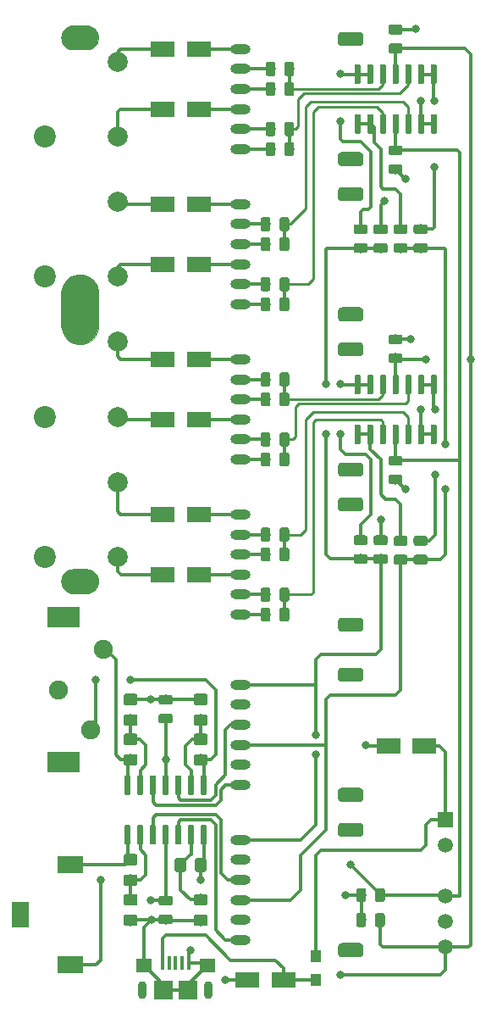
<source format=gbr>
G04 #@! TF.GenerationSoftware,KiCad,Pcbnew,(5.1.4-0-10_14)*
G04 #@! TF.CreationDate,2019-11-13T23:07:46+01:00*
G04 #@! TF.ProjectId,audio-mixer,61756469-6f2d-46d6-9978-65722e6b6963,rev?*
G04 #@! TF.SameCoordinates,Original*
G04 #@! TF.FileFunction,Copper,L1,Top*
G04 #@! TF.FilePolarity,Positive*
%FSLAX46Y46*%
G04 Gerber Fmt 4.6, Leading zero omitted, Abs format (unit mm)*
G04 Created by KiCad (PCBNEW (5.1.4-0-10_14)) date 2019-11-13 23:07:46*
%MOMM*%
%LPD*%
G04 APERTURE LIST*
%ADD10C,0.002000*%
%ADD11R,3.300000X2.100000*%
%ADD12C,1.900000*%
%ADD13C,0.100000*%
%ADD14C,1.400000*%
%ADD15O,2.000000X1.000000*%
%ADD16C,1.150000*%
%ADD17R,2.413000X1.625600*%
%ADD18C,0.600000*%
%ADD19R,1.800000X2.500000*%
%ADD20R,2.500000X1.800000*%
%ADD21C,0.975000*%
%ADD22R,1.000000X1.150000*%
%ADD23C,1.500000*%
%ADD24R,1.500000X1.500000*%
%ADD25O,0.900000X1.800000*%
%ADD26R,1.900000X1.900000*%
%ADD27R,1.600000X1.400000*%
%ADD28R,0.400000X1.350000*%
%ADD29C,3.700000*%
%ADD30C,2.400000*%
%ADD31C,2.000000*%
%ADD32C,2.200000*%
%ADD33C,0.800000*%
%ADD34C,0.300000*%
%ADD35C,0.250000*%
G04 APERTURE END LIST*
D10*
G36*
X94774000Y-45350000D02*
G01*
X94751000Y-45061000D01*
X94684000Y-44779000D01*
X94572000Y-44511000D01*
X94421000Y-44263000D01*
X94232000Y-44043000D01*
X94012000Y-43854000D01*
X93764000Y-43703000D01*
X93496000Y-43591000D01*
X93214000Y-43524000D01*
X92925000Y-43501000D01*
X92636000Y-43524000D01*
X92354000Y-43591000D01*
X92086000Y-43703000D01*
X91838000Y-43854000D01*
X91618000Y-44043000D01*
X91429000Y-44263000D01*
X91278000Y-44511000D01*
X91166000Y-44779000D01*
X91099000Y-45061000D01*
X91076000Y-45350000D01*
X91076000Y-48650000D01*
X91099000Y-48939000D01*
X91166000Y-49221000D01*
X91278000Y-49489000D01*
X91429000Y-49737000D01*
X91618000Y-49957000D01*
X91838000Y-50146000D01*
X92086000Y-50297000D01*
X92354000Y-50409000D01*
X92636000Y-50476000D01*
X92925000Y-50499000D01*
X93214000Y-50476000D01*
X93496000Y-50409000D01*
X93764000Y-50297000D01*
X94012000Y-50146000D01*
X94232000Y-49957000D01*
X94421000Y-49737000D01*
X94572000Y-49489000D01*
X94684000Y-49221000D01*
X94751000Y-48939000D01*
X94774000Y-48650000D01*
X94774000Y-45350000D01*
G37*
X94774000Y-45350000D02*
X94751000Y-45061000D01*
X94684000Y-44779000D01*
X94572000Y-44511000D01*
X94421000Y-44263000D01*
X94232000Y-44043000D01*
X94012000Y-43854000D01*
X93764000Y-43703000D01*
X93496000Y-43591000D01*
X93214000Y-43524000D01*
X92925000Y-43501000D01*
X92636000Y-43524000D01*
X92354000Y-43591000D01*
X92086000Y-43703000D01*
X91838000Y-43854000D01*
X91618000Y-44043000D01*
X91429000Y-44263000D01*
X91278000Y-44511000D01*
X91166000Y-44779000D01*
X91099000Y-45061000D01*
X91076000Y-45350000D01*
X91076000Y-48650000D01*
X91099000Y-48939000D01*
X91166000Y-49221000D01*
X91278000Y-49489000D01*
X91429000Y-49737000D01*
X91618000Y-49957000D01*
X91838000Y-50146000D01*
X92086000Y-50297000D01*
X92354000Y-50409000D01*
X92636000Y-50476000D01*
X92925000Y-50499000D01*
X93214000Y-50476000D01*
X93496000Y-50409000D01*
X93764000Y-50297000D01*
X94012000Y-50146000D01*
X94232000Y-49957000D01*
X94421000Y-49737000D01*
X94572000Y-49489000D01*
X94684000Y-49221000D01*
X94751000Y-48939000D01*
X94774000Y-48650000D01*
X94774000Y-45350000D01*
G36*
X92275000Y-18651000D02*
G01*
X92087000Y-18666000D01*
X91904000Y-18710000D01*
X91731000Y-18782000D01*
X91570000Y-18880000D01*
X91427000Y-19002000D01*
X91305000Y-19145000D01*
X91207000Y-19306000D01*
X91135000Y-19479000D01*
X91091000Y-19662000D01*
X91076000Y-19850000D01*
X91091000Y-20038000D01*
X91135000Y-20221000D01*
X91207000Y-20394000D01*
X91305000Y-20555000D01*
X91427000Y-20698000D01*
X91570000Y-20820000D01*
X91731000Y-20918000D01*
X91904000Y-20990000D01*
X92087000Y-21034000D01*
X92275000Y-21049000D01*
X93575000Y-21049000D01*
X93763000Y-21034000D01*
X93946000Y-20990000D01*
X94119000Y-20918000D01*
X94280000Y-20820000D01*
X94423000Y-20698000D01*
X94545000Y-20555000D01*
X94643000Y-20394000D01*
X94715000Y-20221000D01*
X94759000Y-20038000D01*
X94774000Y-19850000D01*
X94759000Y-19662000D01*
X94715000Y-19479000D01*
X94643000Y-19306000D01*
X94545000Y-19145000D01*
X94423000Y-19002000D01*
X94280000Y-18880000D01*
X94119000Y-18782000D01*
X93946000Y-18710000D01*
X93763000Y-18666000D01*
X93575000Y-18651000D01*
X92275000Y-18651000D01*
G37*
X92275000Y-18651000D02*
X92087000Y-18666000D01*
X91904000Y-18710000D01*
X91731000Y-18782000D01*
X91570000Y-18880000D01*
X91427000Y-19002000D01*
X91305000Y-19145000D01*
X91207000Y-19306000D01*
X91135000Y-19479000D01*
X91091000Y-19662000D01*
X91076000Y-19850000D01*
X91091000Y-20038000D01*
X91135000Y-20221000D01*
X91207000Y-20394000D01*
X91305000Y-20555000D01*
X91427000Y-20698000D01*
X91570000Y-20820000D01*
X91731000Y-20918000D01*
X91904000Y-20990000D01*
X92087000Y-21034000D01*
X92275000Y-21049000D01*
X93575000Y-21049000D01*
X93763000Y-21034000D01*
X93946000Y-20990000D01*
X94119000Y-20918000D01*
X94280000Y-20820000D01*
X94423000Y-20698000D01*
X94545000Y-20555000D01*
X94643000Y-20394000D01*
X94715000Y-20221000D01*
X94759000Y-20038000D01*
X94774000Y-19850000D01*
X94759000Y-19662000D01*
X94715000Y-19479000D01*
X94643000Y-19306000D01*
X94545000Y-19145000D01*
X94423000Y-19002000D01*
X94280000Y-18880000D01*
X94119000Y-18782000D01*
X93946000Y-18710000D01*
X93763000Y-18666000D01*
X93575000Y-18651000D01*
X92275000Y-18651000D01*
G36*
X92275000Y-72951000D02*
G01*
X92087000Y-72966000D01*
X91904000Y-73010000D01*
X91731000Y-73082000D01*
X91570000Y-73180000D01*
X91427000Y-73302000D01*
X91305000Y-73445000D01*
X91207000Y-73606000D01*
X91135000Y-73779000D01*
X91091000Y-73962000D01*
X91076000Y-74150000D01*
X91091000Y-74338000D01*
X91135000Y-74521000D01*
X91207000Y-74694000D01*
X91305000Y-74855000D01*
X91427000Y-74998000D01*
X91570000Y-75120000D01*
X91731000Y-75218000D01*
X91904000Y-75290000D01*
X92087000Y-75334000D01*
X92275000Y-75349000D01*
X93575000Y-75349000D01*
X93763000Y-75334000D01*
X93946000Y-75290000D01*
X94119000Y-75218000D01*
X94280000Y-75120000D01*
X94423000Y-74998000D01*
X94545000Y-74855000D01*
X94643000Y-74694000D01*
X94715000Y-74521000D01*
X94759000Y-74338000D01*
X94774000Y-74150000D01*
X94759000Y-73962000D01*
X94715000Y-73779000D01*
X94643000Y-73606000D01*
X94545000Y-73445000D01*
X94423000Y-73302000D01*
X94280000Y-73180000D01*
X94119000Y-73082000D01*
X93946000Y-73010000D01*
X93763000Y-72966000D01*
X93575000Y-72951000D01*
X92275000Y-72951000D01*
G37*
X92275000Y-72951000D02*
X92087000Y-72966000D01*
X91904000Y-73010000D01*
X91731000Y-73082000D01*
X91570000Y-73180000D01*
X91427000Y-73302000D01*
X91305000Y-73445000D01*
X91207000Y-73606000D01*
X91135000Y-73779000D01*
X91091000Y-73962000D01*
X91076000Y-74150000D01*
X91091000Y-74338000D01*
X91135000Y-74521000D01*
X91207000Y-74694000D01*
X91305000Y-74855000D01*
X91427000Y-74998000D01*
X91570000Y-75120000D01*
X91731000Y-75218000D01*
X91904000Y-75290000D01*
X92087000Y-75334000D01*
X92275000Y-75349000D01*
X93575000Y-75349000D01*
X93763000Y-75334000D01*
X93946000Y-75290000D01*
X94119000Y-75218000D01*
X94280000Y-75120000D01*
X94423000Y-74998000D01*
X94545000Y-74855000D01*
X94643000Y-74694000D01*
X94715000Y-74521000D01*
X94759000Y-74338000D01*
X94774000Y-74150000D01*
X94759000Y-73962000D01*
X94715000Y-73779000D01*
X94643000Y-73606000D01*
X94545000Y-73445000D01*
X94423000Y-73302000D01*
X94280000Y-73180000D01*
X94119000Y-73082000D01*
X93946000Y-73010000D01*
X93763000Y-72966000D01*
X93575000Y-72951000D01*
X92275000Y-72951000D01*
D11*
X91250000Y-92250000D03*
X91250000Y-77750000D03*
D12*
X95250000Y-81000000D03*
X94000000Y-89000000D03*
X90750000Y-85000000D03*
D13*
G36*
X120919153Y-34801766D02*
G01*
X120954759Y-34807048D01*
X120989676Y-34815794D01*
X121023568Y-34827921D01*
X121056108Y-34843311D01*
X121086983Y-34861817D01*
X121115895Y-34883260D01*
X121142567Y-34907433D01*
X121166740Y-34934105D01*
X121188183Y-34963017D01*
X121206689Y-34993892D01*
X121222079Y-35026432D01*
X121234206Y-35060324D01*
X121242952Y-35095241D01*
X121248234Y-35130847D01*
X121250000Y-35166800D01*
X121250000Y-35833200D01*
X121248234Y-35869153D01*
X121242952Y-35904759D01*
X121234206Y-35939676D01*
X121222079Y-35973568D01*
X121206689Y-36006108D01*
X121188183Y-36036983D01*
X121166740Y-36065895D01*
X121142567Y-36092567D01*
X121115895Y-36116740D01*
X121086983Y-36138183D01*
X121056108Y-36156689D01*
X121023568Y-36172079D01*
X120989676Y-36184206D01*
X120954759Y-36192952D01*
X120919153Y-36198234D01*
X120883200Y-36200000D01*
X119116800Y-36200000D01*
X119080847Y-36198234D01*
X119045241Y-36192952D01*
X119010324Y-36184206D01*
X118976432Y-36172079D01*
X118943892Y-36156689D01*
X118913017Y-36138183D01*
X118884105Y-36116740D01*
X118857433Y-36092567D01*
X118833260Y-36065895D01*
X118811817Y-36036983D01*
X118793311Y-36006108D01*
X118777921Y-35973568D01*
X118765794Y-35939676D01*
X118757048Y-35904759D01*
X118751766Y-35869153D01*
X118750000Y-35833200D01*
X118750000Y-35166800D01*
X118751766Y-35130847D01*
X118757048Y-35095241D01*
X118765794Y-35060324D01*
X118777921Y-35026432D01*
X118793311Y-34993892D01*
X118811817Y-34963017D01*
X118833260Y-34934105D01*
X118857433Y-34907433D01*
X118884105Y-34883260D01*
X118913017Y-34861817D01*
X118943892Y-34843311D01*
X118976432Y-34827921D01*
X119010324Y-34815794D01*
X119045241Y-34807048D01*
X119080847Y-34801766D01*
X119116800Y-34800000D01*
X120883200Y-34800000D01*
X120919153Y-34801766D01*
X120919153Y-34801766D01*
G37*
D14*
X120000000Y-35500000D03*
D15*
X109000000Y-46500000D03*
X109000000Y-44500000D03*
X109000000Y-42500000D03*
X109000000Y-40500000D03*
X109000000Y-38500000D03*
X109000000Y-36500000D03*
D13*
G36*
X120919153Y-46801766D02*
G01*
X120954759Y-46807048D01*
X120989676Y-46815794D01*
X121023568Y-46827921D01*
X121056108Y-46843311D01*
X121086983Y-46861817D01*
X121115895Y-46883260D01*
X121142567Y-46907433D01*
X121166740Y-46934105D01*
X121188183Y-46963017D01*
X121206689Y-46993892D01*
X121222079Y-47026432D01*
X121234206Y-47060324D01*
X121242952Y-47095241D01*
X121248234Y-47130847D01*
X121250000Y-47166800D01*
X121250000Y-47833200D01*
X121248234Y-47869153D01*
X121242952Y-47904759D01*
X121234206Y-47939676D01*
X121222079Y-47973568D01*
X121206689Y-48006108D01*
X121188183Y-48036983D01*
X121166740Y-48065895D01*
X121142567Y-48092567D01*
X121115895Y-48116740D01*
X121086983Y-48138183D01*
X121056108Y-48156689D01*
X121023568Y-48172079D01*
X120989676Y-48184206D01*
X120954759Y-48192952D01*
X120919153Y-48198234D01*
X120883200Y-48200000D01*
X119116800Y-48200000D01*
X119080847Y-48198234D01*
X119045241Y-48192952D01*
X119010324Y-48184206D01*
X118976432Y-48172079D01*
X118943892Y-48156689D01*
X118913017Y-48138183D01*
X118884105Y-48116740D01*
X118857433Y-48092567D01*
X118833260Y-48065895D01*
X118811817Y-48036983D01*
X118793311Y-48006108D01*
X118777921Y-47973568D01*
X118765794Y-47939676D01*
X118757048Y-47904759D01*
X118751766Y-47869153D01*
X118750000Y-47833200D01*
X118750000Y-47166800D01*
X118751766Y-47130847D01*
X118757048Y-47095241D01*
X118765794Y-47060324D01*
X118777921Y-47026432D01*
X118793311Y-46993892D01*
X118811817Y-46963017D01*
X118833260Y-46934105D01*
X118857433Y-46907433D01*
X118884105Y-46883260D01*
X118913017Y-46861817D01*
X118943892Y-46843311D01*
X118976432Y-46827921D01*
X119010324Y-46815794D01*
X119045241Y-46807048D01*
X119080847Y-46801766D01*
X119116800Y-46800000D01*
X120883200Y-46800000D01*
X120919153Y-46801766D01*
X120919153Y-46801766D01*
G37*
D14*
X120000000Y-47500000D03*
D13*
G36*
X120919153Y-98301766D02*
G01*
X120954759Y-98307048D01*
X120989676Y-98315794D01*
X121023568Y-98327921D01*
X121056108Y-98343311D01*
X121086983Y-98361817D01*
X121115895Y-98383260D01*
X121142567Y-98407433D01*
X121166740Y-98434105D01*
X121188183Y-98463017D01*
X121206689Y-98493892D01*
X121222079Y-98526432D01*
X121234206Y-98560324D01*
X121242952Y-98595241D01*
X121248234Y-98630847D01*
X121250000Y-98666800D01*
X121250000Y-99333200D01*
X121248234Y-99369153D01*
X121242952Y-99404759D01*
X121234206Y-99439676D01*
X121222079Y-99473568D01*
X121206689Y-99506108D01*
X121188183Y-99536983D01*
X121166740Y-99565895D01*
X121142567Y-99592567D01*
X121115895Y-99616740D01*
X121086983Y-99638183D01*
X121056108Y-99656689D01*
X121023568Y-99672079D01*
X120989676Y-99684206D01*
X120954759Y-99692952D01*
X120919153Y-99698234D01*
X120883200Y-99700000D01*
X119116800Y-99700000D01*
X119080847Y-99698234D01*
X119045241Y-99692952D01*
X119010324Y-99684206D01*
X118976432Y-99672079D01*
X118943892Y-99656689D01*
X118913017Y-99638183D01*
X118884105Y-99616740D01*
X118857433Y-99592567D01*
X118833260Y-99565895D01*
X118811817Y-99536983D01*
X118793311Y-99506108D01*
X118777921Y-99473568D01*
X118765794Y-99439676D01*
X118757048Y-99404759D01*
X118751766Y-99369153D01*
X118750000Y-99333200D01*
X118750000Y-98666800D01*
X118751766Y-98630847D01*
X118757048Y-98595241D01*
X118765794Y-98560324D01*
X118777921Y-98526432D01*
X118793311Y-98493892D01*
X118811817Y-98463017D01*
X118833260Y-98434105D01*
X118857433Y-98407433D01*
X118884105Y-98383260D01*
X118913017Y-98361817D01*
X118943892Y-98343311D01*
X118976432Y-98327921D01*
X119010324Y-98315794D01*
X119045241Y-98307048D01*
X119080847Y-98301766D01*
X119116800Y-98300000D01*
X120883200Y-98300000D01*
X120919153Y-98301766D01*
X120919153Y-98301766D01*
G37*
D14*
X120000000Y-99000000D03*
D15*
X109000000Y-110000000D03*
X109000000Y-108000000D03*
X109000000Y-106000000D03*
X109000000Y-104000000D03*
X109000000Y-102000000D03*
X109000000Y-100000000D03*
D13*
G36*
X120919153Y-110301766D02*
G01*
X120954759Y-110307048D01*
X120989676Y-110315794D01*
X121023568Y-110327921D01*
X121056108Y-110343311D01*
X121086983Y-110361817D01*
X121115895Y-110383260D01*
X121142567Y-110407433D01*
X121166740Y-110434105D01*
X121188183Y-110463017D01*
X121206689Y-110493892D01*
X121222079Y-110526432D01*
X121234206Y-110560324D01*
X121242952Y-110595241D01*
X121248234Y-110630847D01*
X121250000Y-110666800D01*
X121250000Y-111333200D01*
X121248234Y-111369153D01*
X121242952Y-111404759D01*
X121234206Y-111439676D01*
X121222079Y-111473568D01*
X121206689Y-111506108D01*
X121188183Y-111536983D01*
X121166740Y-111565895D01*
X121142567Y-111592567D01*
X121115895Y-111616740D01*
X121086983Y-111638183D01*
X121056108Y-111656689D01*
X121023568Y-111672079D01*
X120989676Y-111684206D01*
X120954759Y-111692952D01*
X120919153Y-111698234D01*
X120883200Y-111700000D01*
X119116800Y-111700000D01*
X119080847Y-111698234D01*
X119045241Y-111692952D01*
X119010324Y-111684206D01*
X118976432Y-111672079D01*
X118943892Y-111656689D01*
X118913017Y-111638183D01*
X118884105Y-111616740D01*
X118857433Y-111592567D01*
X118833260Y-111565895D01*
X118811817Y-111536983D01*
X118793311Y-111506108D01*
X118777921Y-111473568D01*
X118765794Y-111439676D01*
X118757048Y-111404759D01*
X118751766Y-111369153D01*
X118750000Y-111333200D01*
X118750000Y-110666800D01*
X118751766Y-110630847D01*
X118757048Y-110595241D01*
X118765794Y-110560324D01*
X118777921Y-110526432D01*
X118793311Y-110493892D01*
X118811817Y-110463017D01*
X118833260Y-110434105D01*
X118857433Y-110407433D01*
X118884105Y-110383260D01*
X118913017Y-110361817D01*
X118943892Y-110343311D01*
X118976432Y-110327921D01*
X119010324Y-110315794D01*
X119045241Y-110307048D01*
X119080847Y-110301766D01*
X119116800Y-110300000D01*
X120883200Y-110300000D01*
X120919153Y-110301766D01*
X120919153Y-110301766D01*
G37*
D14*
X120000000Y-111000000D03*
D13*
G36*
X120919153Y-82801766D02*
G01*
X120954759Y-82807048D01*
X120989676Y-82815794D01*
X121023568Y-82827921D01*
X121056108Y-82843311D01*
X121086983Y-82861817D01*
X121115895Y-82883260D01*
X121142567Y-82907433D01*
X121166740Y-82934105D01*
X121188183Y-82963017D01*
X121206689Y-82993892D01*
X121222079Y-83026432D01*
X121234206Y-83060324D01*
X121242952Y-83095241D01*
X121248234Y-83130847D01*
X121250000Y-83166800D01*
X121250000Y-83833200D01*
X121248234Y-83869153D01*
X121242952Y-83904759D01*
X121234206Y-83939676D01*
X121222079Y-83973568D01*
X121206689Y-84006108D01*
X121188183Y-84036983D01*
X121166740Y-84065895D01*
X121142567Y-84092567D01*
X121115895Y-84116740D01*
X121086983Y-84138183D01*
X121056108Y-84156689D01*
X121023568Y-84172079D01*
X120989676Y-84184206D01*
X120954759Y-84192952D01*
X120919153Y-84198234D01*
X120883200Y-84200000D01*
X119116800Y-84200000D01*
X119080847Y-84198234D01*
X119045241Y-84192952D01*
X119010324Y-84184206D01*
X118976432Y-84172079D01*
X118943892Y-84156689D01*
X118913017Y-84138183D01*
X118884105Y-84116740D01*
X118857433Y-84092567D01*
X118833260Y-84065895D01*
X118811817Y-84036983D01*
X118793311Y-84006108D01*
X118777921Y-83973568D01*
X118765794Y-83939676D01*
X118757048Y-83904759D01*
X118751766Y-83869153D01*
X118750000Y-83833200D01*
X118750000Y-83166800D01*
X118751766Y-83130847D01*
X118757048Y-83095241D01*
X118765794Y-83060324D01*
X118777921Y-83026432D01*
X118793311Y-82993892D01*
X118811817Y-82963017D01*
X118833260Y-82934105D01*
X118857433Y-82907433D01*
X118884105Y-82883260D01*
X118913017Y-82861817D01*
X118943892Y-82843311D01*
X118976432Y-82827921D01*
X119010324Y-82815794D01*
X119045241Y-82807048D01*
X119080847Y-82801766D01*
X119116800Y-82800000D01*
X120883200Y-82800000D01*
X120919153Y-82801766D01*
X120919153Y-82801766D01*
G37*
D14*
X120000000Y-83500000D03*
D15*
X109000000Y-94500000D03*
X109000000Y-92500000D03*
X109000000Y-90500000D03*
X109000000Y-88500000D03*
X109000000Y-86500000D03*
X109000000Y-84500000D03*
D13*
G36*
X120919153Y-94801766D02*
G01*
X120954759Y-94807048D01*
X120989676Y-94815794D01*
X121023568Y-94827921D01*
X121056108Y-94843311D01*
X121086983Y-94861817D01*
X121115895Y-94883260D01*
X121142567Y-94907433D01*
X121166740Y-94934105D01*
X121188183Y-94963017D01*
X121206689Y-94993892D01*
X121222079Y-95026432D01*
X121234206Y-95060324D01*
X121242952Y-95095241D01*
X121248234Y-95130847D01*
X121250000Y-95166800D01*
X121250000Y-95833200D01*
X121248234Y-95869153D01*
X121242952Y-95904759D01*
X121234206Y-95939676D01*
X121222079Y-95973568D01*
X121206689Y-96006108D01*
X121188183Y-96036983D01*
X121166740Y-96065895D01*
X121142567Y-96092567D01*
X121115895Y-96116740D01*
X121086983Y-96138183D01*
X121056108Y-96156689D01*
X121023568Y-96172079D01*
X120989676Y-96184206D01*
X120954759Y-96192952D01*
X120919153Y-96198234D01*
X120883200Y-96200000D01*
X119116800Y-96200000D01*
X119080847Y-96198234D01*
X119045241Y-96192952D01*
X119010324Y-96184206D01*
X118976432Y-96172079D01*
X118943892Y-96156689D01*
X118913017Y-96138183D01*
X118884105Y-96116740D01*
X118857433Y-96092567D01*
X118833260Y-96065895D01*
X118811817Y-96036983D01*
X118793311Y-96006108D01*
X118777921Y-95973568D01*
X118765794Y-95939676D01*
X118757048Y-95904759D01*
X118751766Y-95869153D01*
X118750000Y-95833200D01*
X118750000Y-95166800D01*
X118751766Y-95130847D01*
X118757048Y-95095241D01*
X118765794Y-95060324D01*
X118777921Y-95026432D01*
X118793311Y-94993892D01*
X118811817Y-94963017D01*
X118833260Y-94934105D01*
X118857433Y-94907433D01*
X118884105Y-94883260D01*
X118913017Y-94861817D01*
X118943892Y-94843311D01*
X118976432Y-94827921D01*
X119010324Y-94815794D01*
X119045241Y-94807048D01*
X119080847Y-94801766D01*
X119116800Y-94800000D01*
X120883200Y-94800000D01*
X120919153Y-94801766D01*
X120919153Y-94801766D01*
G37*
D14*
X120000000Y-95500000D03*
D13*
G36*
X120919153Y-65801766D02*
G01*
X120954759Y-65807048D01*
X120989676Y-65815794D01*
X121023568Y-65827921D01*
X121056108Y-65843311D01*
X121086983Y-65861817D01*
X121115895Y-65883260D01*
X121142567Y-65907433D01*
X121166740Y-65934105D01*
X121188183Y-65963017D01*
X121206689Y-65993892D01*
X121222079Y-66026432D01*
X121234206Y-66060324D01*
X121242952Y-66095241D01*
X121248234Y-66130847D01*
X121250000Y-66166800D01*
X121250000Y-66833200D01*
X121248234Y-66869153D01*
X121242952Y-66904759D01*
X121234206Y-66939676D01*
X121222079Y-66973568D01*
X121206689Y-67006108D01*
X121188183Y-67036983D01*
X121166740Y-67065895D01*
X121142567Y-67092567D01*
X121115895Y-67116740D01*
X121086983Y-67138183D01*
X121056108Y-67156689D01*
X121023568Y-67172079D01*
X120989676Y-67184206D01*
X120954759Y-67192952D01*
X120919153Y-67198234D01*
X120883200Y-67200000D01*
X119116800Y-67200000D01*
X119080847Y-67198234D01*
X119045241Y-67192952D01*
X119010324Y-67184206D01*
X118976432Y-67172079D01*
X118943892Y-67156689D01*
X118913017Y-67138183D01*
X118884105Y-67116740D01*
X118857433Y-67092567D01*
X118833260Y-67065895D01*
X118811817Y-67036983D01*
X118793311Y-67006108D01*
X118777921Y-66973568D01*
X118765794Y-66939676D01*
X118757048Y-66904759D01*
X118751766Y-66869153D01*
X118750000Y-66833200D01*
X118750000Y-66166800D01*
X118751766Y-66130847D01*
X118757048Y-66095241D01*
X118765794Y-66060324D01*
X118777921Y-66026432D01*
X118793311Y-65993892D01*
X118811817Y-65963017D01*
X118833260Y-65934105D01*
X118857433Y-65907433D01*
X118884105Y-65883260D01*
X118913017Y-65861817D01*
X118943892Y-65843311D01*
X118976432Y-65827921D01*
X119010324Y-65815794D01*
X119045241Y-65807048D01*
X119080847Y-65801766D01*
X119116800Y-65800000D01*
X120883200Y-65800000D01*
X120919153Y-65801766D01*
X120919153Y-65801766D01*
G37*
D14*
X120000000Y-66500000D03*
D15*
X109000000Y-77500000D03*
X109000000Y-75500000D03*
X109000000Y-73500000D03*
X109000000Y-71500000D03*
X109000000Y-69500000D03*
X109000000Y-67500000D03*
D13*
G36*
X120919153Y-77801766D02*
G01*
X120954759Y-77807048D01*
X120989676Y-77815794D01*
X121023568Y-77827921D01*
X121056108Y-77843311D01*
X121086983Y-77861817D01*
X121115895Y-77883260D01*
X121142567Y-77907433D01*
X121166740Y-77934105D01*
X121188183Y-77963017D01*
X121206689Y-77993892D01*
X121222079Y-78026432D01*
X121234206Y-78060324D01*
X121242952Y-78095241D01*
X121248234Y-78130847D01*
X121250000Y-78166800D01*
X121250000Y-78833200D01*
X121248234Y-78869153D01*
X121242952Y-78904759D01*
X121234206Y-78939676D01*
X121222079Y-78973568D01*
X121206689Y-79006108D01*
X121188183Y-79036983D01*
X121166740Y-79065895D01*
X121142567Y-79092567D01*
X121115895Y-79116740D01*
X121086983Y-79138183D01*
X121056108Y-79156689D01*
X121023568Y-79172079D01*
X120989676Y-79184206D01*
X120954759Y-79192952D01*
X120919153Y-79198234D01*
X120883200Y-79200000D01*
X119116800Y-79200000D01*
X119080847Y-79198234D01*
X119045241Y-79192952D01*
X119010324Y-79184206D01*
X118976432Y-79172079D01*
X118943892Y-79156689D01*
X118913017Y-79138183D01*
X118884105Y-79116740D01*
X118857433Y-79092567D01*
X118833260Y-79065895D01*
X118811817Y-79036983D01*
X118793311Y-79006108D01*
X118777921Y-78973568D01*
X118765794Y-78939676D01*
X118757048Y-78904759D01*
X118751766Y-78869153D01*
X118750000Y-78833200D01*
X118750000Y-78166800D01*
X118751766Y-78130847D01*
X118757048Y-78095241D01*
X118765794Y-78060324D01*
X118777921Y-78026432D01*
X118793311Y-77993892D01*
X118811817Y-77963017D01*
X118833260Y-77934105D01*
X118857433Y-77907433D01*
X118884105Y-77883260D01*
X118913017Y-77861817D01*
X118943892Y-77843311D01*
X118976432Y-77827921D01*
X119010324Y-77815794D01*
X119045241Y-77807048D01*
X119080847Y-77801766D01*
X119116800Y-77800000D01*
X120883200Y-77800000D01*
X120919153Y-77801766D01*
X120919153Y-77801766D01*
G37*
D14*
X120000000Y-78500000D03*
D13*
G36*
X120919153Y-50301766D02*
G01*
X120954759Y-50307048D01*
X120989676Y-50315794D01*
X121023568Y-50327921D01*
X121056108Y-50343311D01*
X121086983Y-50361817D01*
X121115895Y-50383260D01*
X121142567Y-50407433D01*
X121166740Y-50434105D01*
X121188183Y-50463017D01*
X121206689Y-50493892D01*
X121222079Y-50526432D01*
X121234206Y-50560324D01*
X121242952Y-50595241D01*
X121248234Y-50630847D01*
X121250000Y-50666800D01*
X121250000Y-51333200D01*
X121248234Y-51369153D01*
X121242952Y-51404759D01*
X121234206Y-51439676D01*
X121222079Y-51473568D01*
X121206689Y-51506108D01*
X121188183Y-51536983D01*
X121166740Y-51565895D01*
X121142567Y-51592567D01*
X121115895Y-51616740D01*
X121086983Y-51638183D01*
X121056108Y-51656689D01*
X121023568Y-51672079D01*
X120989676Y-51684206D01*
X120954759Y-51692952D01*
X120919153Y-51698234D01*
X120883200Y-51700000D01*
X119116800Y-51700000D01*
X119080847Y-51698234D01*
X119045241Y-51692952D01*
X119010324Y-51684206D01*
X118976432Y-51672079D01*
X118943892Y-51656689D01*
X118913017Y-51638183D01*
X118884105Y-51616740D01*
X118857433Y-51592567D01*
X118833260Y-51565895D01*
X118811817Y-51536983D01*
X118793311Y-51506108D01*
X118777921Y-51473568D01*
X118765794Y-51439676D01*
X118757048Y-51404759D01*
X118751766Y-51369153D01*
X118750000Y-51333200D01*
X118750000Y-50666800D01*
X118751766Y-50630847D01*
X118757048Y-50595241D01*
X118765794Y-50560324D01*
X118777921Y-50526432D01*
X118793311Y-50493892D01*
X118811817Y-50463017D01*
X118833260Y-50434105D01*
X118857433Y-50407433D01*
X118884105Y-50383260D01*
X118913017Y-50361817D01*
X118943892Y-50343311D01*
X118976432Y-50327921D01*
X119010324Y-50315794D01*
X119045241Y-50307048D01*
X119080847Y-50301766D01*
X119116800Y-50300000D01*
X120883200Y-50300000D01*
X120919153Y-50301766D01*
X120919153Y-50301766D01*
G37*
D14*
X120000000Y-51000000D03*
D15*
X109000000Y-62000000D03*
X109000000Y-60000000D03*
X109000000Y-58000000D03*
X109000000Y-56000000D03*
X109000000Y-54000000D03*
X109000000Y-52000000D03*
D13*
G36*
X120919153Y-62301766D02*
G01*
X120954759Y-62307048D01*
X120989676Y-62315794D01*
X121023568Y-62327921D01*
X121056108Y-62343311D01*
X121086983Y-62361817D01*
X121115895Y-62383260D01*
X121142567Y-62407433D01*
X121166740Y-62434105D01*
X121188183Y-62463017D01*
X121206689Y-62493892D01*
X121222079Y-62526432D01*
X121234206Y-62560324D01*
X121242952Y-62595241D01*
X121248234Y-62630847D01*
X121250000Y-62666800D01*
X121250000Y-63333200D01*
X121248234Y-63369153D01*
X121242952Y-63404759D01*
X121234206Y-63439676D01*
X121222079Y-63473568D01*
X121206689Y-63506108D01*
X121188183Y-63536983D01*
X121166740Y-63565895D01*
X121142567Y-63592567D01*
X121115895Y-63616740D01*
X121086983Y-63638183D01*
X121056108Y-63656689D01*
X121023568Y-63672079D01*
X120989676Y-63684206D01*
X120954759Y-63692952D01*
X120919153Y-63698234D01*
X120883200Y-63700000D01*
X119116800Y-63700000D01*
X119080847Y-63698234D01*
X119045241Y-63692952D01*
X119010324Y-63684206D01*
X118976432Y-63672079D01*
X118943892Y-63656689D01*
X118913017Y-63638183D01*
X118884105Y-63616740D01*
X118857433Y-63592567D01*
X118833260Y-63565895D01*
X118811817Y-63536983D01*
X118793311Y-63506108D01*
X118777921Y-63473568D01*
X118765794Y-63439676D01*
X118757048Y-63404759D01*
X118751766Y-63369153D01*
X118750000Y-63333200D01*
X118750000Y-62666800D01*
X118751766Y-62630847D01*
X118757048Y-62595241D01*
X118765794Y-62560324D01*
X118777921Y-62526432D01*
X118793311Y-62493892D01*
X118811817Y-62463017D01*
X118833260Y-62434105D01*
X118857433Y-62407433D01*
X118884105Y-62383260D01*
X118913017Y-62361817D01*
X118943892Y-62343311D01*
X118976432Y-62327921D01*
X119010324Y-62315794D01*
X119045241Y-62307048D01*
X119080847Y-62301766D01*
X119116800Y-62300000D01*
X120883200Y-62300000D01*
X120919153Y-62301766D01*
X120919153Y-62301766D01*
G37*
D14*
X120000000Y-63000000D03*
D13*
G36*
X120919153Y-19301766D02*
G01*
X120954759Y-19307048D01*
X120989676Y-19315794D01*
X121023568Y-19327921D01*
X121056108Y-19343311D01*
X121086983Y-19361817D01*
X121115895Y-19383260D01*
X121142567Y-19407433D01*
X121166740Y-19434105D01*
X121188183Y-19463017D01*
X121206689Y-19493892D01*
X121222079Y-19526432D01*
X121234206Y-19560324D01*
X121242952Y-19595241D01*
X121248234Y-19630847D01*
X121250000Y-19666800D01*
X121250000Y-20333200D01*
X121248234Y-20369153D01*
X121242952Y-20404759D01*
X121234206Y-20439676D01*
X121222079Y-20473568D01*
X121206689Y-20506108D01*
X121188183Y-20536983D01*
X121166740Y-20565895D01*
X121142567Y-20592567D01*
X121115895Y-20616740D01*
X121086983Y-20638183D01*
X121056108Y-20656689D01*
X121023568Y-20672079D01*
X120989676Y-20684206D01*
X120954759Y-20692952D01*
X120919153Y-20698234D01*
X120883200Y-20700000D01*
X119116800Y-20700000D01*
X119080847Y-20698234D01*
X119045241Y-20692952D01*
X119010324Y-20684206D01*
X118976432Y-20672079D01*
X118943892Y-20656689D01*
X118913017Y-20638183D01*
X118884105Y-20616740D01*
X118857433Y-20592567D01*
X118833260Y-20565895D01*
X118811817Y-20536983D01*
X118793311Y-20506108D01*
X118777921Y-20473568D01*
X118765794Y-20439676D01*
X118757048Y-20404759D01*
X118751766Y-20369153D01*
X118750000Y-20333200D01*
X118750000Y-19666800D01*
X118751766Y-19630847D01*
X118757048Y-19595241D01*
X118765794Y-19560324D01*
X118777921Y-19526432D01*
X118793311Y-19493892D01*
X118811817Y-19463017D01*
X118833260Y-19434105D01*
X118857433Y-19407433D01*
X118884105Y-19383260D01*
X118913017Y-19361817D01*
X118943892Y-19343311D01*
X118976432Y-19327921D01*
X119010324Y-19315794D01*
X119045241Y-19307048D01*
X119080847Y-19301766D01*
X119116800Y-19300000D01*
X120883200Y-19300000D01*
X120919153Y-19301766D01*
X120919153Y-19301766D01*
G37*
D14*
X120000000Y-20000000D03*
D15*
X109000000Y-31000000D03*
X109000000Y-29000000D03*
X109000000Y-27000000D03*
X109000000Y-25000000D03*
X109000000Y-23000000D03*
X109000000Y-21000000D03*
D13*
G36*
X120919153Y-31301766D02*
G01*
X120954759Y-31307048D01*
X120989676Y-31315794D01*
X121023568Y-31327921D01*
X121056108Y-31343311D01*
X121086983Y-31361817D01*
X121115895Y-31383260D01*
X121142567Y-31407433D01*
X121166740Y-31434105D01*
X121188183Y-31463017D01*
X121206689Y-31493892D01*
X121222079Y-31526432D01*
X121234206Y-31560324D01*
X121242952Y-31595241D01*
X121248234Y-31630847D01*
X121250000Y-31666800D01*
X121250000Y-32333200D01*
X121248234Y-32369153D01*
X121242952Y-32404759D01*
X121234206Y-32439676D01*
X121222079Y-32473568D01*
X121206689Y-32506108D01*
X121188183Y-32536983D01*
X121166740Y-32565895D01*
X121142567Y-32592567D01*
X121115895Y-32616740D01*
X121086983Y-32638183D01*
X121056108Y-32656689D01*
X121023568Y-32672079D01*
X120989676Y-32684206D01*
X120954759Y-32692952D01*
X120919153Y-32698234D01*
X120883200Y-32700000D01*
X119116800Y-32700000D01*
X119080847Y-32698234D01*
X119045241Y-32692952D01*
X119010324Y-32684206D01*
X118976432Y-32672079D01*
X118943892Y-32656689D01*
X118913017Y-32638183D01*
X118884105Y-32616740D01*
X118857433Y-32592567D01*
X118833260Y-32565895D01*
X118811817Y-32536983D01*
X118793311Y-32506108D01*
X118777921Y-32473568D01*
X118765794Y-32439676D01*
X118757048Y-32404759D01*
X118751766Y-32369153D01*
X118750000Y-32333200D01*
X118750000Y-31666800D01*
X118751766Y-31630847D01*
X118757048Y-31595241D01*
X118765794Y-31560324D01*
X118777921Y-31526432D01*
X118793311Y-31493892D01*
X118811817Y-31463017D01*
X118833260Y-31434105D01*
X118857433Y-31407433D01*
X118884105Y-31383260D01*
X118913017Y-31361817D01*
X118943892Y-31343311D01*
X118976432Y-31327921D01*
X119010324Y-31315794D01*
X119045241Y-31307048D01*
X119080847Y-31301766D01*
X119116800Y-31300000D01*
X120883200Y-31300000D01*
X120919153Y-31301766D01*
X120919153Y-31301766D01*
G37*
D14*
X120000000Y-32000000D03*
D13*
G36*
X98474505Y-103451204D02*
G01*
X98498773Y-103454804D01*
X98522572Y-103460765D01*
X98545671Y-103469030D01*
X98567850Y-103479520D01*
X98588893Y-103492132D01*
X98608599Y-103506747D01*
X98626777Y-103523223D01*
X98643253Y-103541401D01*
X98657868Y-103561107D01*
X98670480Y-103582150D01*
X98680970Y-103604329D01*
X98689235Y-103627428D01*
X98695196Y-103651227D01*
X98698796Y-103675495D01*
X98700000Y-103699999D01*
X98700000Y-104350001D01*
X98698796Y-104374505D01*
X98695196Y-104398773D01*
X98689235Y-104422572D01*
X98680970Y-104445671D01*
X98670480Y-104467850D01*
X98657868Y-104488893D01*
X98643253Y-104508599D01*
X98626777Y-104526777D01*
X98608599Y-104543253D01*
X98588893Y-104557868D01*
X98567850Y-104570480D01*
X98545671Y-104580970D01*
X98522572Y-104589235D01*
X98498773Y-104595196D01*
X98474505Y-104598796D01*
X98450001Y-104600000D01*
X97549999Y-104600000D01*
X97525495Y-104598796D01*
X97501227Y-104595196D01*
X97477428Y-104589235D01*
X97454329Y-104580970D01*
X97432150Y-104570480D01*
X97411107Y-104557868D01*
X97391401Y-104543253D01*
X97373223Y-104526777D01*
X97356747Y-104508599D01*
X97342132Y-104488893D01*
X97329520Y-104467850D01*
X97319030Y-104445671D01*
X97310765Y-104422572D01*
X97304804Y-104398773D01*
X97301204Y-104374505D01*
X97300000Y-104350001D01*
X97300000Y-103699999D01*
X97301204Y-103675495D01*
X97304804Y-103651227D01*
X97310765Y-103627428D01*
X97319030Y-103604329D01*
X97329520Y-103582150D01*
X97342132Y-103561107D01*
X97356747Y-103541401D01*
X97373223Y-103523223D01*
X97391401Y-103506747D01*
X97411107Y-103492132D01*
X97432150Y-103479520D01*
X97454329Y-103469030D01*
X97477428Y-103460765D01*
X97501227Y-103454804D01*
X97525495Y-103451204D01*
X97549999Y-103450000D01*
X98450001Y-103450000D01*
X98474505Y-103451204D01*
X98474505Y-103451204D01*
G37*
D16*
X98000000Y-104025000D03*
D13*
G36*
X98474505Y-101401204D02*
G01*
X98498773Y-101404804D01*
X98522572Y-101410765D01*
X98545671Y-101419030D01*
X98567850Y-101429520D01*
X98588893Y-101442132D01*
X98608599Y-101456747D01*
X98626777Y-101473223D01*
X98643253Y-101491401D01*
X98657868Y-101511107D01*
X98670480Y-101532150D01*
X98680970Y-101554329D01*
X98689235Y-101577428D01*
X98695196Y-101601227D01*
X98698796Y-101625495D01*
X98700000Y-101649999D01*
X98700000Y-102300001D01*
X98698796Y-102324505D01*
X98695196Y-102348773D01*
X98689235Y-102372572D01*
X98680970Y-102395671D01*
X98670480Y-102417850D01*
X98657868Y-102438893D01*
X98643253Y-102458599D01*
X98626777Y-102476777D01*
X98608599Y-102493253D01*
X98588893Y-102507868D01*
X98567850Y-102520480D01*
X98545671Y-102530970D01*
X98522572Y-102539235D01*
X98498773Y-102545196D01*
X98474505Y-102548796D01*
X98450001Y-102550000D01*
X97549999Y-102550000D01*
X97525495Y-102548796D01*
X97501227Y-102545196D01*
X97477428Y-102539235D01*
X97454329Y-102530970D01*
X97432150Y-102520480D01*
X97411107Y-102507868D01*
X97391401Y-102493253D01*
X97373223Y-102476777D01*
X97356747Y-102458599D01*
X97342132Y-102438893D01*
X97329520Y-102417850D01*
X97319030Y-102395671D01*
X97310765Y-102372572D01*
X97304804Y-102348773D01*
X97301204Y-102324505D01*
X97300000Y-102300001D01*
X97300000Y-101649999D01*
X97301204Y-101625495D01*
X97304804Y-101601227D01*
X97310765Y-101577428D01*
X97319030Y-101554329D01*
X97329520Y-101532150D01*
X97342132Y-101511107D01*
X97356747Y-101491401D01*
X97373223Y-101473223D01*
X97391401Y-101456747D01*
X97411107Y-101442132D01*
X97432150Y-101429520D01*
X97454329Y-101419030D01*
X97477428Y-101410765D01*
X97501227Y-101404804D01*
X97525495Y-101401204D01*
X97549999Y-101400000D01*
X98450001Y-101400000D01*
X98474505Y-101401204D01*
X98474505Y-101401204D01*
G37*
D16*
X98000000Y-101975000D03*
D13*
G36*
X103324505Y-101801204D02*
G01*
X103348773Y-101804804D01*
X103372572Y-101810765D01*
X103395671Y-101819030D01*
X103417850Y-101829520D01*
X103438893Y-101842132D01*
X103458599Y-101856747D01*
X103476777Y-101873223D01*
X103493253Y-101891401D01*
X103507868Y-101911107D01*
X103520480Y-101932150D01*
X103530970Y-101954329D01*
X103539235Y-101977428D01*
X103545196Y-102001227D01*
X103548796Y-102025495D01*
X103550000Y-102049999D01*
X103550000Y-102950001D01*
X103548796Y-102974505D01*
X103545196Y-102998773D01*
X103539235Y-103022572D01*
X103530970Y-103045671D01*
X103520480Y-103067850D01*
X103507868Y-103088893D01*
X103493253Y-103108599D01*
X103476777Y-103126777D01*
X103458599Y-103143253D01*
X103438893Y-103157868D01*
X103417850Y-103170480D01*
X103395671Y-103180970D01*
X103372572Y-103189235D01*
X103348773Y-103195196D01*
X103324505Y-103198796D01*
X103300001Y-103200000D01*
X102649999Y-103200000D01*
X102625495Y-103198796D01*
X102601227Y-103195196D01*
X102577428Y-103189235D01*
X102554329Y-103180970D01*
X102532150Y-103170480D01*
X102511107Y-103157868D01*
X102491401Y-103143253D01*
X102473223Y-103126777D01*
X102456747Y-103108599D01*
X102442132Y-103088893D01*
X102429520Y-103067850D01*
X102419030Y-103045671D01*
X102410765Y-103022572D01*
X102404804Y-102998773D01*
X102401204Y-102974505D01*
X102400000Y-102950001D01*
X102400000Y-102049999D01*
X102401204Y-102025495D01*
X102404804Y-102001227D01*
X102410765Y-101977428D01*
X102419030Y-101954329D01*
X102429520Y-101932150D01*
X102442132Y-101911107D01*
X102456747Y-101891401D01*
X102473223Y-101873223D01*
X102491401Y-101856747D01*
X102511107Y-101842132D01*
X102532150Y-101829520D01*
X102554329Y-101819030D01*
X102577428Y-101810765D01*
X102601227Y-101804804D01*
X102625495Y-101801204D01*
X102649999Y-101800000D01*
X103300001Y-101800000D01*
X103324505Y-101801204D01*
X103324505Y-101801204D01*
G37*
D16*
X102975000Y-102500000D03*
D13*
G36*
X105374505Y-101801204D02*
G01*
X105398773Y-101804804D01*
X105422572Y-101810765D01*
X105445671Y-101819030D01*
X105467850Y-101829520D01*
X105488893Y-101842132D01*
X105508599Y-101856747D01*
X105526777Y-101873223D01*
X105543253Y-101891401D01*
X105557868Y-101911107D01*
X105570480Y-101932150D01*
X105580970Y-101954329D01*
X105589235Y-101977428D01*
X105595196Y-102001227D01*
X105598796Y-102025495D01*
X105600000Y-102049999D01*
X105600000Y-102950001D01*
X105598796Y-102974505D01*
X105595196Y-102998773D01*
X105589235Y-103022572D01*
X105580970Y-103045671D01*
X105570480Y-103067850D01*
X105557868Y-103088893D01*
X105543253Y-103108599D01*
X105526777Y-103126777D01*
X105508599Y-103143253D01*
X105488893Y-103157868D01*
X105467850Y-103170480D01*
X105445671Y-103180970D01*
X105422572Y-103189235D01*
X105398773Y-103195196D01*
X105374505Y-103198796D01*
X105350001Y-103200000D01*
X104699999Y-103200000D01*
X104675495Y-103198796D01*
X104651227Y-103195196D01*
X104627428Y-103189235D01*
X104604329Y-103180970D01*
X104582150Y-103170480D01*
X104561107Y-103157868D01*
X104541401Y-103143253D01*
X104523223Y-103126777D01*
X104506747Y-103108599D01*
X104492132Y-103088893D01*
X104479520Y-103067850D01*
X104469030Y-103045671D01*
X104460765Y-103022572D01*
X104454804Y-102998773D01*
X104451204Y-102974505D01*
X104450000Y-102950001D01*
X104450000Y-102049999D01*
X104451204Y-102025495D01*
X104454804Y-102001227D01*
X104460765Y-101977428D01*
X104469030Y-101954329D01*
X104479520Y-101932150D01*
X104492132Y-101911107D01*
X104506747Y-101891401D01*
X104523223Y-101873223D01*
X104541401Y-101856747D01*
X104561107Y-101842132D01*
X104582150Y-101829520D01*
X104604329Y-101819030D01*
X104627428Y-101810765D01*
X104651227Y-101804804D01*
X104675495Y-101801204D01*
X104699999Y-101800000D01*
X105350001Y-101800000D01*
X105374505Y-101801204D01*
X105374505Y-101801204D01*
G37*
D16*
X105025000Y-102500000D03*
D13*
G36*
X98474505Y-105401204D02*
G01*
X98498773Y-105404804D01*
X98522572Y-105410765D01*
X98545671Y-105419030D01*
X98567850Y-105429520D01*
X98588893Y-105442132D01*
X98608599Y-105456747D01*
X98626777Y-105473223D01*
X98643253Y-105491401D01*
X98657868Y-105511107D01*
X98670480Y-105532150D01*
X98680970Y-105554329D01*
X98689235Y-105577428D01*
X98695196Y-105601227D01*
X98698796Y-105625495D01*
X98700000Y-105649999D01*
X98700000Y-106300001D01*
X98698796Y-106324505D01*
X98695196Y-106348773D01*
X98689235Y-106372572D01*
X98680970Y-106395671D01*
X98670480Y-106417850D01*
X98657868Y-106438893D01*
X98643253Y-106458599D01*
X98626777Y-106476777D01*
X98608599Y-106493253D01*
X98588893Y-106507868D01*
X98567850Y-106520480D01*
X98545671Y-106530970D01*
X98522572Y-106539235D01*
X98498773Y-106545196D01*
X98474505Y-106548796D01*
X98450001Y-106550000D01*
X97549999Y-106550000D01*
X97525495Y-106548796D01*
X97501227Y-106545196D01*
X97477428Y-106539235D01*
X97454329Y-106530970D01*
X97432150Y-106520480D01*
X97411107Y-106507868D01*
X97391401Y-106493253D01*
X97373223Y-106476777D01*
X97356747Y-106458599D01*
X97342132Y-106438893D01*
X97329520Y-106417850D01*
X97319030Y-106395671D01*
X97310765Y-106372572D01*
X97304804Y-106348773D01*
X97301204Y-106324505D01*
X97300000Y-106300001D01*
X97300000Y-105649999D01*
X97301204Y-105625495D01*
X97304804Y-105601227D01*
X97310765Y-105577428D01*
X97319030Y-105554329D01*
X97329520Y-105532150D01*
X97342132Y-105511107D01*
X97356747Y-105491401D01*
X97373223Y-105473223D01*
X97391401Y-105456747D01*
X97411107Y-105442132D01*
X97432150Y-105429520D01*
X97454329Y-105419030D01*
X97477428Y-105410765D01*
X97501227Y-105404804D01*
X97525495Y-105401204D01*
X97549999Y-105400000D01*
X98450001Y-105400000D01*
X98474505Y-105401204D01*
X98474505Y-105401204D01*
G37*
D16*
X98000000Y-105975000D03*
D13*
G36*
X98474505Y-107451204D02*
G01*
X98498773Y-107454804D01*
X98522572Y-107460765D01*
X98545671Y-107469030D01*
X98567850Y-107479520D01*
X98588893Y-107492132D01*
X98608599Y-107506747D01*
X98626777Y-107523223D01*
X98643253Y-107541401D01*
X98657868Y-107561107D01*
X98670480Y-107582150D01*
X98680970Y-107604329D01*
X98689235Y-107627428D01*
X98695196Y-107651227D01*
X98698796Y-107675495D01*
X98700000Y-107699999D01*
X98700000Y-108350001D01*
X98698796Y-108374505D01*
X98695196Y-108398773D01*
X98689235Y-108422572D01*
X98680970Y-108445671D01*
X98670480Y-108467850D01*
X98657868Y-108488893D01*
X98643253Y-108508599D01*
X98626777Y-108526777D01*
X98608599Y-108543253D01*
X98588893Y-108557868D01*
X98567850Y-108570480D01*
X98545671Y-108580970D01*
X98522572Y-108589235D01*
X98498773Y-108595196D01*
X98474505Y-108598796D01*
X98450001Y-108600000D01*
X97549999Y-108600000D01*
X97525495Y-108598796D01*
X97501227Y-108595196D01*
X97477428Y-108589235D01*
X97454329Y-108580970D01*
X97432150Y-108570480D01*
X97411107Y-108557868D01*
X97391401Y-108543253D01*
X97373223Y-108526777D01*
X97356747Y-108508599D01*
X97342132Y-108488893D01*
X97329520Y-108467850D01*
X97319030Y-108445671D01*
X97310765Y-108422572D01*
X97304804Y-108398773D01*
X97301204Y-108374505D01*
X97300000Y-108350001D01*
X97300000Y-107699999D01*
X97301204Y-107675495D01*
X97304804Y-107651227D01*
X97310765Y-107627428D01*
X97319030Y-107604329D01*
X97329520Y-107582150D01*
X97342132Y-107561107D01*
X97356747Y-107541401D01*
X97373223Y-107523223D01*
X97391401Y-107506747D01*
X97411107Y-107492132D01*
X97432150Y-107479520D01*
X97454329Y-107469030D01*
X97477428Y-107460765D01*
X97501227Y-107454804D01*
X97525495Y-107451204D01*
X97549999Y-107450000D01*
X98450001Y-107450000D01*
X98474505Y-107451204D01*
X98474505Y-107451204D01*
G37*
D16*
X98000000Y-108025000D03*
D13*
G36*
X105474505Y-105401204D02*
G01*
X105498773Y-105404804D01*
X105522572Y-105410765D01*
X105545671Y-105419030D01*
X105567850Y-105429520D01*
X105588893Y-105442132D01*
X105608599Y-105456747D01*
X105626777Y-105473223D01*
X105643253Y-105491401D01*
X105657868Y-105511107D01*
X105670480Y-105532150D01*
X105680970Y-105554329D01*
X105689235Y-105577428D01*
X105695196Y-105601227D01*
X105698796Y-105625495D01*
X105700000Y-105649999D01*
X105700000Y-106300001D01*
X105698796Y-106324505D01*
X105695196Y-106348773D01*
X105689235Y-106372572D01*
X105680970Y-106395671D01*
X105670480Y-106417850D01*
X105657868Y-106438893D01*
X105643253Y-106458599D01*
X105626777Y-106476777D01*
X105608599Y-106493253D01*
X105588893Y-106507868D01*
X105567850Y-106520480D01*
X105545671Y-106530970D01*
X105522572Y-106539235D01*
X105498773Y-106545196D01*
X105474505Y-106548796D01*
X105450001Y-106550000D01*
X104549999Y-106550000D01*
X104525495Y-106548796D01*
X104501227Y-106545196D01*
X104477428Y-106539235D01*
X104454329Y-106530970D01*
X104432150Y-106520480D01*
X104411107Y-106507868D01*
X104391401Y-106493253D01*
X104373223Y-106476777D01*
X104356747Y-106458599D01*
X104342132Y-106438893D01*
X104329520Y-106417850D01*
X104319030Y-106395671D01*
X104310765Y-106372572D01*
X104304804Y-106348773D01*
X104301204Y-106324505D01*
X104300000Y-106300001D01*
X104300000Y-105649999D01*
X104301204Y-105625495D01*
X104304804Y-105601227D01*
X104310765Y-105577428D01*
X104319030Y-105554329D01*
X104329520Y-105532150D01*
X104342132Y-105511107D01*
X104356747Y-105491401D01*
X104373223Y-105473223D01*
X104391401Y-105456747D01*
X104411107Y-105442132D01*
X104432150Y-105429520D01*
X104454329Y-105419030D01*
X104477428Y-105410765D01*
X104501227Y-105404804D01*
X104525495Y-105401204D01*
X104549999Y-105400000D01*
X105450001Y-105400000D01*
X105474505Y-105401204D01*
X105474505Y-105401204D01*
G37*
D16*
X105000000Y-105975000D03*
D13*
G36*
X105474505Y-107451204D02*
G01*
X105498773Y-107454804D01*
X105522572Y-107460765D01*
X105545671Y-107469030D01*
X105567850Y-107479520D01*
X105588893Y-107492132D01*
X105608599Y-107506747D01*
X105626777Y-107523223D01*
X105643253Y-107541401D01*
X105657868Y-107561107D01*
X105670480Y-107582150D01*
X105680970Y-107604329D01*
X105689235Y-107627428D01*
X105695196Y-107651227D01*
X105698796Y-107675495D01*
X105700000Y-107699999D01*
X105700000Y-108350001D01*
X105698796Y-108374505D01*
X105695196Y-108398773D01*
X105689235Y-108422572D01*
X105680970Y-108445671D01*
X105670480Y-108467850D01*
X105657868Y-108488893D01*
X105643253Y-108508599D01*
X105626777Y-108526777D01*
X105608599Y-108543253D01*
X105588893Y-108557868D01*
X105567850Y-108570480D01*
X105545671Y-108580970D01*
X105522572Y-108589235D01*
X105498773Y-108595196D01*
X105474505Y-108598796D01*
X105450001Y-108600000D01*
X104549999Y-108600000D01*
X104525495Y-108598796D01*
X104501227Y-108595196D01*
X104477428Y-108589235D01*
X104454329Y-108580970D01*
X104432150Y-108570480D01*
X104411107Y-108557868D01*
X104391401Y-108543253D01*
X104373223Y-108526777D01*
X104356747Y-108508599D01*
X104342132Y-108488893D01*
X104329520Y-108467850D01*
X104319030Y-108445671D01*
X104310765Y-108422572D01*
X104304804Y-108398773D01*
X104301204Y-108374505D01*
X104300000Y-108350001D01*
X104300000Y-107699999D01*
X104301204Y-107675495D01*
X104304804Y-107651227D01*
X104310765Y-107627428D01*
X104319030Y-107604329D01*
X104329520Y-107582150D01*
X104342132Y-107561107D01*
X104356747Y-107541401D01*
X104373223Y-107523223D01*
X104391401Y-107506747D01*
X104411107Y-107492132D01*
X104432150Y-107479520D01*
X104454329Y-107469030D01*
X104477428Y-107460765D01*
X104501227Y-107454804D01*
X104525495Y-107451204D01*
X104549999Y-107450000D01*
X105450001Y-107450000D01*
X105474505Y-107451204D01*
X105474505Y-107451204D01*
G37*
D16*
X105000000Y-108025000D03*
D13*
G36*
X105474505Y-89376204D02*
G01*
X105498773Y-89379804D01*
X105522572Y-89385765D01*
X105545671Y-89394030D01*
X105567850Y-89404520D01*
X105588893Y-89417132D01*
X105608599Y-89431747D01*
X105626777Y-89448223D01*
X105643253Y-89466401D01*
X105657868Y-89486107D01*
X105670480Y-89507150D01*
X105680970Y-89529329D01*
X105689235Y-89552428D01*
X105695196Y-89576227D01*
X105698796Y-89600495D01*
X105700000Y-89624999D01*
X105700000Y-90275001D01*
X105698796Y-90299505D01*
X105695196Y-90323773D01*
X105689235Y-90347572D01*
X105680970Y-90370671D01*
X105670480Y-90392850D01*
X105657868Y-90413893D01*
X105643253Y-90433599D01*
X105626777Y-90451777D01*
X105608599Y-90468253D01*
X105588893Y-90482868D01*
X105567850Y-90495480D01*
X105545671Y-90505970D01*
X105522572Y-90514235D01*
X105498773Y-90520196D01*
X105474505Y-90523796D01*
X105450001Y-90525000D01*
X104549999Y-90525000D01*
X104525495Y-90523796D01*
X104501227Y-90520196D01*
X104477428Y-90514235D01*
X104454329Y-90505970D01*
X104432150Y-90495480D01*
X104411107Y-90482868D01*
X104391401Y-90468253D01*
X104373223Y-90451777D01*
X104356747Y-90433599D01*
X104342132Y-90413893D01*
X104329520Y-90392850D01*
X104319030Y-90370671D01*
X104310765Y-90347572D01*
X104304804Y-90323773D01*
X104301204Y-90299505D01*
X104300000Y-90275001D01*
X104300000Y-89624999D01*
X104301204Y-89600495D01*
X104304804Y-89576227D01*
X104310765Y-89552428D01*
X104319030Y-89529329D01*
X104329520Y-89507150D01*
X104342132Y-89486107D01*
X104356747Y-89466401D01*
X104373223Y-89448223D01*
X104391401Y-89431747D01*
X104411107Y-89417132D01*
X104432150Y-89404520D01*
X104454329Y-89394030D01*
X104477428Y-89385765D01*
X104501227Y-89379804D01*
X104525495Y-89376204D01*
X104549999Y-89375000D01*
X105450001Y-89375000D01*
X105474505Y-89376204D01*
X105474505Y-89376204D01*
G37*
D16*
X105000000Y-89950000D03*
D13*
G36*
X105474505Y-91426204D02*
G01*
X105498773Y-91429804D01*
X105522572Y-91435765D01*
X105545671Y-91444030D01*
X105567850Y-91454520D01*
X105588893Y-91467132D01*
X105608599Y-91481747D01*
X105626777Y-91498223D01*
X105643253Y-91516401D01*
X105657868Y-91536107D01*
X105670480Y-91557150D01*
X105680970Y-91579329D01*
X105689235Y-91602428D01*
X105695196Y-91626227D01*
X105698796Y-91650495D01*
X105700000Y-91674999D01*
X105700000Y-92325001D01*
X105698796Y-92349505D01*
X105695196Y-92373773D01*
X105689235Y-92397572D01*
X105680970Y-92420671D01*
X105670480Y-92442850D01*
X105657868Y-92463893D01*
X105643253Y-92483599D01*
X105626777Y-92501777D01*
X105608599Y-92518253D01*
X105588893Y-92532868D01*
X105567850Y-92545480D01*
X105545671Y-92555970D01*
X105522572Y-92564235D01*
X105498773Y-92570196D01*
X105474505Y-92573796D01*
X105450001Y-92575000D01*
X104549999Y-92575000D01*
X104525495Y-92573796D01*
X104501227Y-92570196D01*
X104477428Y-92564235D01*
X104454329Y-92555970D01*
X104432150Y-92545480D01*
X104411107Y-92532868D01*
X104391401Y-92518253D01*
X104373223Y-92501777D01*
X104356747Y-92483599D01*
X104342132Y-92463893D01*
X104329520Y-92442850D01*
X104319030Y-92420671D01*
X104310765Y-92397572D01*
X104304804Y-92373773D01*
X104301204Y-92349505D01*
X104300000Y-92325001D01*
X104300000Y-91674999D01*
X104301204Y-91650495D01*
X104304804Y-91626227D01*
X104310765Y-91602428D01*
X104319030Y-91579329D01*
X104329520Y-91557150D01*
X104342132Y-91536107D01*
X104356747Y-91516401D01*
X104373223Y-91498223D01*
X104391401Y-91481747D01*
X104411107Y-91467132D01*
X104432150Y-91454520D01*
X104454329Y-91444030D01*
X104477428Y-91435765D01*
X104501227Y-91429804D01*
X104525495Y-91426204D01*
X104549999Y-91425000D01*
X105450001Y-91425000D01*
X105474505Y-91426204D01*
X105474505Y-91426204D01*
G37*
D16*
X105000000Y-92000000D03*
D13*
G36*
X98474505Y-89376204D02*
G01*
X98498773Y-89379804D01*
X98522572Y-89385765D01*
X98545671Y-89394030D01*
X98567850Y-89404520D01*
X98588893Y-89417132D01*
X98608599Y-89431747D01*
X98626777Y-89448223D01*
X98643253Y-89466401D01*
X98657868Y-89486107D01*
X98670480Y-89507150D01*
X98680970Y-89529329D01*
X98689235Y-89552428D01*
X98695196Y-89576227D01*
X98698796Y-89600495D01*
X98700000Y-89624999D01*
X98700000Y-90275001D01*
X98698796Y-90299505D01*
X98695196Y-90323773D01*
X98689235Y-90347572D01*
X98680970Y-90370671D01*
X98670480Y-90392850D01*
X98657868Y-90413893D01*
X98643253Y-90433599D01*
X98626777Y-90451777D01*
X98608599Y-90468253D01*
X98588893Y-90482868D01*
X98567850Y-90495480D01*
X98545671Y-90505970D01*
X98522572Y-90514235D01*
X98498773Y-90520196D01*
X98474505Y-90523796D01*
X98450001Y-90525000D01*
X97549999Y-90525000D01*
X97525495Y-90523796D01*
X97501227Y-90520196D01*
X97477428Y-90514235D01*
X97454329Y-90505970D01*
X97432150Y-90495480D01*
X97411107Y-90482868D01*
X97391401Y-90468253D01*
X97373223Y-90451777D01*
X97356747Y-90433599D01*
X97342132Y-90413893D01*
X97329520Y-90392850D01*
X97319030Y-90370671D01*
X97310765Y-90347572D01*
X97304804Y-90323773D01*
X97301204Y-90299505D01*
X97300000Y-90275001D01*
X97300000Y-89624999D01*
X97301204Y-89600495D01*
X97304804Y-89576227D01*
X97310765Y-89552428D01*
X97319030Y-89529329D01*
X97329520Y-89507150D01*
X97342132Y-89486107D01*
X97356747Y-89466401D01*
X97373223Y-89448223D01*
X97391401Y-89431747D01*
X97411107Y-89417132D01*
X97432150Y-89404520D01*
X97454329Y-89394030D01*
X97477428Y-89385765D01*
X97501227Y-89379804D01*
X97525495Y-89376204D01*
X97549999Y-89375000D01*
X98450001Y-89375000D01*
X98474505Y-89376204D01*
X98474505Y-89376204D01*
G37*
D16*
X98000000Y-89950000D03*
D13*
G36*
X98474505Y-91426204D02*
G01*
X98498773Y-91429804D01*
X98522572Y-91435765D01*
X98545671Y-91444030D01*
X98567850Y-91454520D01*
X98588893Y-91467132D01*
X98608599Y-91481747D01*
X98626777Y-91498223D01*
X98643253Y-91516401D01*
X98657868Y-91536107D01*
X98670480Y-91557150D01*
X98680970Y-91579329D01*
X98689235Y-91602428D01*
X98695196Y-91626227D01*
X98698796Y-91650495D01*
X98700000Y-91674999D01*
X98700000Y-92325001D01*
X98698796Y-92349505D01*
X98695196Y-92373773D01*
X98689235Y-92397572D01*
X98680970Y-92420671D01*
X98670480Y-92442850D01*
X98657868Y-92463893D01*
X98643253Y-92483599D01*
X98626777Y-92501777D01*
X98608599Y-92518253D01*
X98588893Y-92532868D01*
X98567850Y-92545480D01*
X98545671Y-92555970D01*
X98522572Y-92564235D01*
X98498773Y-92570196D01*
X98474505Y-92573796D01*
X98450001Y-92575000D01*
X97549999Y-92575000D01*
X97525495Y-92573796D01*
X97501227Y-92570196D01*
X97477428Y-92564235D01*
X97454329Y-92555970D01*
X97432150Y-92545480D01*
X97411107Y-92532868D01*
X97391401Y-92518253D01*
X97373223Y-92501777D01*
X97356747Y-92483599D01*
X97342132Y-92463893D01*
X97329520Y-92442850D01*
X97319030Y-92420671D01*
X97310765Y-92397572D01*
X97304804Y-92373773D01*
X97301204Y-92349505D01*
X97300000Y-92325001D01*
X97300000Y-91674999D01*
X97301204Y-91650495D01*
X97304804Y-91626227D01*
X97310765Y-91602428D01*
X97319030Y-91579329D01*
X97329520Y-91557150D01*
X97342132Y-91536107D01*
X97356747Y-91516401D01*
X97373223Y-91498223D01*
X97391401Y-91481747D01*
X97411107Y-91467132D01*
X97432150Y-91454520D01*
X97454329Y-91444030D01*
X97477428Y-91435765D01*
X97501227Y-91429804D01*
X97525495Y-91426204D01*
X97549999Y-91425000D01*
X98450001Y-91425000D01*
X98474505Y-91426204D01*
X98474505Y-91426204D01*
G37*
D16*
X98000000Y-92000000D03*
D13*
G36*
X105474505Y-87451204D02*
G01*
X105498773Y-87454804D01*
X105522572Y-87460765D01*
X105545671Y-87469030D01*
X105567850Y-87479520D01*
X105588893Y-87492132D01*
X105608599Y-87506747D01*
X105626777Y-87523223D01*
X105643253Y-87541401D01*
X105657868Y-87561107D01*
X105670480Y-87582150D01*
X105680970Y-87604329D01*
X105689235Y-87627428D01*
X105695196Y-87651227D01*
X105698796Y-87675495D01*
X105700000Y-87699999D01*
X105700000Y-88350001D01*
X105698796Y-88374505D01*
X105695196Y-88398773D01*
X105689235Y-88422572D01*
X105680970Y-88445671D01*
X105670480Y-88467850D01*
X105657868Y-88488893D01*
X105643253Y-88508599D01*
X105626777Y-88526777D01*
X105608599Y-88543253D01*
X105588893Y-88557868D01*
X105567850Y-88570480D01*
X105545671Y-88580970D01*
X105522572Y-88589235D01*
X105498773Y-88595196D01*
X105474505Y-88598796D01*
X105450001Y-88600000D01*
X104549999Y-88600000D01*
X104525495Y-88598796D01*
X104501227Y-88595196D01*
X104477428Y-88589235D01*
X104454329Y-88580970D01*
X104432150Y-88570480D01*
X104411107Y-88557868D01*
X104391401Y-88543253D01*
X104373223Y-88526777D01*
X104356747Y-88508599D01*
X104342132Y-88488893D01*
X104329520Y-88467850D01*
X104319030Y-88445671D01*
X104310765Y-88422572D01*
X104304804Y-88398773D01*
X104301204Y-88374505D01*
X104300000Y-88350001D01*
X104300000Y-87699999D01*
X104301204Y-87675495D01*
X104304804Y-87651227D01*
X104310765Y-87627428D01*
X104319030Y-87604329D01*
X104329520Y-87582150D01*
X104342132Y-87561107D01*
X104356747Y-87541401D01*
X104373223Y-87523223D01*
X104391401Y-87506747D01*
X104411107Y-87492132D01*
X104432150Y-87479520D01*
X104454329Y-87469030D01*
X104477428Y-87460765D01*
X104501227Y-87454804D01*
X104525495Y-87451204D01*
X104549999Y-87450000D01*
X105450001Y-87450000D01*
X105474505Y-87451204D01*
X105474505Y-87451204D01*
G37*
D16*
X105000000Y-88025000D03*
D13*
G36*
X105474505Y-85401204D02*
G01*
X105498773Y-85404804D01*
X105522572Y-85410765D01*
X105545671Y-85419030D01*
X105567850Y-85429520D01*
X105588893Y-85442132D01*
X105608599Y-85456747D01*
X105626777Y-85473223D01*
X105643253Y-85491401D01*
X105657868Y-85511107D01*
X105670480Y-85532150D01*
X105680970Y-85554329D01*
X105689235Y-85577428D01*
X105695196Y-85601227D01*
X105698796Y-85625495D01*
X105700000Y-85649999D01*
X105700000Y-86300001D01*
X105698796Y-86324505D01*
X105695196Y-86348773D01*
X105689235Y-86372572D01*
X105680970Y-86395671D01*
X105670480Y-86417850D01*
X105657868Y-86438893D01*
X105643253Y-86458599D01*
X105626777Y-86476777D01*
X105608599Y-86493253D01*
X105588893Y-86507868D01*
X105567850Y-86520480D01*
X105545671Y-86530970D01*
X105522572Y-86539235D01*
X105498773Y-86545196D01*
X105474505Y-86548796D01*
X105450001Y-86550000D01*
X104549999Y-86550000D01*
X104525495Y-86548796D01*
X104501227Y-86545196D01*
X104477428Y-86539235D01*
X104454329Y-86530970D01*
X104432150Y-86520480D01*
X104411107Y-86507868D01*
X104391401Y-86493253D01*
X104373223Y-86476777D01*
X104356747Y-86458599D01*
X104342132Y-86438893D01*
X104329520Y-86417850D01*
X104319030Y-86395671D01*
X104310765Y-86372572D01*
X104304804Y-86348773D01*
X104301204Y-86324505D01*
X104300000Y-86300001D01*
X104300000Y-85649999D01*
X104301204Y-85625495D01*
X104304804Y-85601227D01*
X104310765Y-85577428D01*
X104319030Y-85554329D01*
X104329520Y-85532150D01*
X104342132Y-85511107D01*
X104356747Y-85491401D01*
X104373223Y-85473223D01*
X104391401Y-85456747D01*
X104411107Y-85442132D01*
X104432150Y-85429520D01*
X104454329Y-85419030D01*
X104477428Y-85410765D01*
X104501227Y-85404804D01*
X104525495Y-85401204D01*
X104549999Y-85400000D01*
X105450001Y-85400000D01*
X105474505Y-85401204D01*
X105474505Y-85401204D01*
G37*
D16*
X105000000Y-85975000D03*
D13*
G36*
X98474505Y-87451204D02*
G01*
X98498773Y-87454804D01*
X98522572Y-87460765D01*
X98545671Y-87469030D01*
X98567850Y-87479520D01*
X98588893Y-87492132D01*
X98608599Y-87506747D01*
X98626777Y-87523223D01*
X98643253Y-87541401D01*
X98657868Y-87561107D01*
X98670480Y-87582150D01*
X98680970Y-87604329D01*
X98689235Y-87627428D01*
X98695196Y-87651227D01*
X98698796Y-87675495D01*
X98700000Y-87699999D01*
X98700000Y-88350001D01*
X98698796Y-88374505D01*
X98695196Y-88398773D01*
X98689235Y-88422572D01*
X98680970Y-88445671D01*
X98670480Y-88467850D01*
X98657868Y-88488893D01*
X98643253Y-88508599D01*
X98626777Y-88526777D01*
X98608599Y-88543253D01*
X98588893Y-88557868D01*
X98567850Y-88570480D01*
X98545671Y-88580970D01*
X98522572Y-88589235D01*
X98498773Y-88595196D01*
X98474505Y-88598796D01*
X98450001Y-88600000D01*
X97549999Y-88600000D01*
X97525495Y-88598796D01*
X97501227Y-88595196D01*
X97477428Y-88589235D01*
X97454329Y-88580970D01*
X97432150Y-88570480D01*
X97411107Y-88557868D01*
X97391401Y-88543253D01*
X97373223Y-88526777D01*
X97356747Y-88508599D01*
X97342132Y-88488893D01*
X97329520Y-88467850D01*
X97319030Y-88445671D01*
X97310765Y-88422572D01*
X97304804Y-88398773D01*
X97301204Y-88374505D01*
X97300000Y-88350001D01*
X97300000Y-87699999D01*
X97301204Y-87675495D01*
X97304804Y-87651227D01*
X97310765Y-87627428D01*
X97319030Y-87604329D01*
X97329520Y-87582150D01*
X97342132Y-87561107D01*
X97356747Y-87541401D01*
X97373223Y-87523223D01*
X97391401Y-87506747D01*
X97411107Y-87492132D01*
X97432150Y-87479520D01*
X97454329Y-87469030D01*
X97477428Y-87460765D01*
X97501227Y-87454804D01*
X97525495Y-87451204D01*
X97549999Y-87450000D01*
X98450001Y-87450000D01*
X98474505Y-87451204D01*
X98474505Y-87451204D01*
G37*
D16*
X98000000Y-88025000D03*
D13*
G36*
X98474505Y-85401204D02*
G01*
X98498773Y-85404804D01*
X98522572Y-85410765D01*
X98545671Y-85419030D01*
X98567850Y-85429520D01*
X98588893Y-85442132D01*
X98608599Y-85456747D01*
X98626777Y-85473223D01*
X98643253Y-85491401D01*
X98657868Y-85511107D01*
X98670480Y-85532150D01*
X98680970Y-85554329D01*
X98689235Y-85577428D01*
X98695196Y-85601227D01*
X98698796Y-85625495D01*
X98700000Y-85649999D01*
X98700000Y-86300001D01*
X98698796Y-86324505D01*
X98695196Y-86348773D01*
X98689235Y-86372572D01*
X98680970Y-86395671D01*
X98670480Y-86417850D01*
X98657868Y-86438893D01*
X98643253Y-86458599D01*
X98626777Y-86476777D01*
X98608599Y-86493253D01*
X98588893Y-86507868D01*
X98567850Y-86520480D01*
X98545671Y-86530970D01*
X98522572Y-86539235D01*
X98498773Y-86545196D01*
X98474505Y-86548796D01*
X98450001Y-86550000D01*
X97549999Y-86550000D01*
X97525495Y-86548796D01*
X97501227Y-86545196D01*
X97477428Y-86539235D01*
X97454329Y-86530970D01*
X97432150Y-86520480D01*
X97411107Y-86507868D01*
X97391401Y-86493253D01*
X97373223Y-86476777D01*
X97356747Y-86458599D01*
X97342132Y-86438893D01*
X97329520Y-86417850D01*
X97319030Y-86395671D01*
X97310765Y-86372572D01*
X97304804Y-86348773D01*
X97301204Y-86324505D01*
X97300000Y-86300001D01*
X97300000Y-85649999D01*
X97301204Y-85625495D01*
X97304804Y-85601227D01*
X97310765Y-85577428D01*
X97319030Y-85554329D01*
X97329520Y-85532150D01*
X97342132Y-85511107D01*
X97356747Y-85491401D01*
X97373223Y-85473223D01*
X97391401Y-85456747D01*
X97411107Y-85442132D01*
X97432150Y-85429520D01*
X97454329Y-85419030D01*
X97477428Y-85410765D01*
X97501227Y-85404804D01*
X97525495Y-85401204D01*
X97549999Y-85400000D01*
X98450001Y-85400000D01*
X98474505Y-85401204D01*
X98474505Y-85401204D01*
G37*
D16*
X98000000Y-85975000D03*
D17*
X101196600Y-67500000D03*
X104803400Y-67500000D03*
X101196600Y-73500000D03*
X104803400Y-73500000D03*
X101196600Y-52000000D03*
X104803400Y-52000000D03*
X101196600Y-58000000D03*
X104803400Y-58000000D03*
X101196600Y-36500000D03*
X104803400Y-36500000D03*
X101196600Y-42500000D03*
X104803400Y-42500000D03*
X101196600Y-21000000D03*
X104803400Y-21000000D03*
X101196600Y-27000000D03*
X104803400Y-27000000D03*
X123793200Y-90600000D03*
X127400000Y-90600000D03*
X109696600Y-114000000D03*
X113303400Y-114000000D03*
D13*
G36*
X97854703Y-93550722D02*
G01*
X97869264Y-93552882D01*
X97883543Y-93556459D01*
X97897403Y-93561418D01*
X97910710Y-93567712D01*
X97923336Y-93575280D01*
X97935159Y-93584048D01*
X97946066Y-93593934D01*
X97955952Y-93604841D01*
X97964720Y-93616664D01*
X97972288Y-93629290D01*
X97978582Y-93642597D01*
X97983541Y-93656457D01*
X97987118Y-93670736D01*
X97989278Y-93685297D01*
X97990000Y-93700000D01*
X97990000Y-95350000D01*
X97989278Y-95364703D01*
X97987118Y-95379264D01*
X97983541Y-95393543D01*
X97978582Y-95407403D01*
X97972288Y-95420710D01*
X97964720Y-95433336D01*
X97955952Y-95445159D01*
X97946066Y-95456066D01*
X97935159Y-95465952D01*
X97923336Y-95474720D01*
X97910710Y-95482288D01*
X97897403Y-95488582D01*
X97883543Y-95493541D01*
X97869264Y-95497118D01*
X97854703Y-95499278D01*
X97840000Y-95500000D01*
X97540000Y-95500000D01*
X97525297Y-95499278D01*
X97510736Y-95497118D01*
X97496457Y-95493541D01*
X97482597Y-95488582D01*
X97469290Y-95482288D01*
X97456664Y-95474720D01*
X97444841Y-95465952D01*
X97433934Y-95456066D01*
X97424048Y-95445159D01*
X97415280Y-95433336D01*
X97407712Y-95420710D01*
X97401418Y-95407403D01*
X97396459Y-95393543D01*
X97392882Y-95379264D01*
X97390722Y-95364703D01*
X97390000Y-95350000D01*
X97390000Y-93700000D01*
X97390722Y-93685297D01*
X97392882Y-93670736D01*
X97396459Y-93656457D01*
X97401418Y-93642597D01*
X97407712Y-93629290D01*
X97415280Y-93616664D01*
X97424048Y-93604841D01*
X97433934Y-93593934D01*
X97444841Y-93584048D01*
X97456664Y-93575280D01*
X97469290Y-93567712D01*
X97482597Y-93561418D01*
X97496457Y-93556459D01*
X97510736Y-93552882D01*
X97525297Y-93550722D01*
X97540000Y-93550000D01*
X97840000Y-93550000D01*
X97854703Y-93550722D01*
X97854703Y-93550722D01*
G37*
D18*
X97690000Y-94525000D03*
D13*
G36*
X99124703Y-93550722D02*
G01*
X99139264Y-93552882D01*
X99153543Y-93556459D01*
X99167403Y-93561418D01*
X99180710Y-93567712D01*
X99193336Y-93575280D01*
X99205159Y-93584048D01*
X99216066Y-93593934D01*
X99225952Y-93604841D01*
X99234720Y-93616664D01*
X99242288Y-93629290D01*
X99248582Y-93642597D01*
X99253541Y-93656457D01*
X99257118Y-93670736D01*
X99259278Y-93685297D01*
X99260000Y-93700000D01*
X99260000Y-95350000D01*
X99259278Y-95364703D01*
X99257118Y-95379264D01*
X99253541Y-95393543D01*
X99248582Y-95407403D01*
X99242288Y-95420710D01*
X99234720Y-95433336D01*
X99225952Y-95445159D01*
X99216066Y-95456066D01*
X99205159Y-95465952D01*
X99193336Y-95474720D01*
X99180710Y-95482288D01*
X99167403Y-95488582D01*
X99153543Y-95493541D01*
X99139264Y-95497118D01*
X99124703Y-95499278D01*
X99110000Y-95500000D01*
X98810000Y-95500000D01*
X98795297Y-95499278D01*
X98780736Y-95497118D01*
X98766457Y-95493541D01*
X98752597Y-95488582D01*
X98739290Y-95482288D01*
X98726664Y-95474720D01*
X98714841Y-95465952D01*
X98703934Y-95456066D01*
X98694048Y-95445159D01*
X98685280Y-95433336D01*
X98677712Y-95420710D01*
X98671418Y-95407403D01*
X98666459Y-95393543D01*
X98662882Y-95379264D01*
X98660722Y-95364703D01*
X98660000Y-95350000D01*
X98660000Y-93700000D01*
X98660722Y-93685297D01*
X98662882Y-93670736D01*
X98666459Y-93656457D01*
X98671418Y-93642597D01*
X98677712Y-93629290D01*
X98685280Y-93616664D01*
X98694048Y-93604841D01*
X98703934Y-93593934D01*
X98714841Y-93584048D01*
X98726664Y-93575280D01*
X98739290Y-93567712D01*
X98752597Y-93561418D01*
X98766457Y-93556459D01*
X98780736Y-93552882D01*
X98795297Y-93550722D01*
X98810000Y-93550000D01*
X99110000Y-93550000D01*
X99124703Y-93550722D01*
X99124703Y-93550722D01*
G37*
D18*
X98960000Y-94525000D03*
D13*
G36*
X100394703Y-93550722D02*
G01*
X100409264Y-93552882D01*
X100423543Y-93556459D01*
X100437403Y-93561418D01*
X100450710Y-93567712D01*
X100463336Y-93575280D01*
X100475159Y-93584048D01*
X100486066Y-93593934D01*
X100495952Y-93604841D01*
X100504720Y-93616664D01*
X100512288Y-93629290D01*
X100518582Y-93642597D01*
X100523541Y-93656457D01*
X100527118Y-93670736D01*
X100529278Y-93685297D01*
X100530000Y-93700000D01*
X100530000Y-95350000D01*
X100529278Y-95364703D01*
X100527118Y-95379264D01*
X100523541Y-95393543D01*
X100518582Y-95407403D01*
X100512288Y-95420710D01*
X100504720Y-95433336D01*
X100495952Y-95445159D01*
X100486066Y-95456066D01*
X100475159Y-95465952D01*
X100463336Y-95474720D01*
X100450710Y-95482288D01*
X100437403Y-95488582D01*
X100423543Y-95493541D01*
X100409264Y-95497118D01*
X100394703Y-95499278D01*
X100380000Y-95500000D01*
X100080000Y-95500000D01*
X100065297Y-95499278D01*
X100050736Y-95497118D01*
X100036457Y-95493541D01*
X100022597Y-95488582D01*
X100009290Y-95482288D01*
X99996664Y-95474720D01*
X99984841Y-95465952D01*
X99973934Y-95456066D01*
X99964048Y-95445159D01*
X99955280Y-95433336D01*
X99947712Y-95420710D01*
X99941418Y-95407403D01*
X99936459Y-95393543D01*
X99932882Y-95379264D01*
X99930722Y-95364703D01*
X99930000Y-95350000D01*
X99930000Y-93700000D01*
X99930722Y-93685297D01*
X99932882Y-93670736D01*
X99936459Y-93656457D01*
X99941418Y-93642597D01*
X99947712Y-93629290D01*
X99955280Y-93616664D01*
X99964048Y-93604841D01*
X99973934Y-93593934D01*
X99984841Y-93584048D01*
X99996664Y-93575280D01*
X100009290Y-93567712D01*
X100022597Y-93561418D01*
X100036457Y-93556459D01*
X100050736Y-93552882D01*
X100065297Y-93550722D01*
X100080000Y-93550000D01*
X100380000Y-93550000D01*
X100394703Y-93550722D01*
X100394703Y-93550722D01*
G37*
D18*
X100230000Y-94525000D03*
D13*
G36*
X101664703Y-93550722D02*
G01*
X101679264Y-93552882D01*
X101693543Y-93556459D01*
X101707403Y-93561418D01*
X101720710Y-93567712D01*
X101733336Y-93575280D01*
X101745159Y-93584048D01*
X101756066Y-93593934D01*
X101765952Y-93604841D01*
X101774720Y-93616664D01*
X101782288Y-93629290D01*
X101788582Y-93642597D01*
X101793541Y-93656457D01*
X101797118Y-93670736D01*
X101799278Y-93685297D01*
X101800000Y-93700000D01*
X101800000Y-95350000D01*
X101799278Y-95364703D01*
X101797118Y-95379264D01*
X101793541Y-95393543D01*
X101788582Y-95407403D01*
X101782288Y-95420710D01*
X101774720Y-95433336D01*
X101765952Y-95445159D01*
X101756066Y-95456066D01*
X101745159Y-95465952D01*
X101733336Y-95474720D01*
X101720710Y-95482288D01*
X101707403Y-95488582D01*
X101693543Y-95493541D01*
X101679264Y-95497118D01*
X101664703Y-95499278D01*
X101650000Y-95500000D01*
X101350000Y-95500000D01*
X101335297Y-95499278D01*
X101320736Y-95497118D01*
X101306457Y-95493541D01*
X101292597Y-95488582D01*
X101279290Y-95482288D01*
X101266664Y-95474720D01*
X101254841Y-95465952D01*
X101243934Y-95456066D01*
X101234048Y-95445159D01*
X101225280Y-95433336D01*
X101217712Y-95420710D01*
X101211418Y-95407403D01*
X101206459Y-95393543D01*
X101202882Y-95379264D01*
X101200722Y-95364703D01*
X101200000Y-95350000D01*
X101200000Y-93700000D01*
X101200722Y-93685297D01*
X101202882Y-93670736D01*
X101206459Y-93656457D01*
X101211418Y-93642597D01*
X101217712Y-93629290D01*
X101225280Y-93616664D01*
X101234048Y-93604841D01*
X101243934Y-93593934D01*
X101254841Y-93584048D01*
X101266664Y-93575280D01*
X101279290Y-93567712D01*
X101292597Y-93561418D01*
X101306457Y-93556459D01*
X101320736Y-93552882D01*
X101335297Y-93550722D01*
X101350000Y-93550000D01*
X101650000Y-93550000D01*
X101664703Y-93550722D01*
X101664703Y-93550722D01*
G37*
D18*
X101500000Y-94525000D03*
D13*
G36*
X102934703Y-93550722D02*
G01*
X102949264Y-93552882D01*
X102963543Y-93556459D01*
X102977403Y-93561418D01*
X102990710Y-93567712D01*
X103003336Y-93575280D01*
X103015159Y-93584048D01*
X103026066Y-93593934D01*
X103035952Y-93604841D01*
X103044720Y-93616664D01*
X103052288Y-93629290D01*
X103058582Y-93642597D01*
X103063541Y-93656457D01*
X103067118Y-93670736D01*
X103069278Y-93685297D01*
X103070000Y-93700000D01*
X103070000Y-95350000D01*
X103069278Y-95364703D01*
X103067118Y-95379264D01*
X103063541Y-95393543D01*
X103058582Y-95407403D01*
X103052288Y-95420710D01*
X103044720Y-95433336D01*
X103035952Y-95445159D01*
X103026066Y-95456066D01*
X103015159Y-95465952D01*
X103003336Y-95474720D01*
X102990710Y-95482288D01*
X102977403Y-95488582D01*
X102963543Y-95493541D01*
X102949264Y-95497118D01*
X102934703Y-95499278D01*
X102920000Y-95500000D01*
X102620000Y-95500000D01*
X102605297Y-95499278D01*
X102590736Y-95497118D01*
X102576457Y-95493541D01*
X102562597Y-95488582D01*
X102549290Y-95482288D01*
X102536664Y-95474720D01*
X102524841Y-95465952D01*
X102513934Y-95456066D01*
X102504048Y-95445159D01*
X102495280Y-95433336D01*
X102487712Y-95420710D01*
X102481418Y-95407403D01*
X102476459Y-95393543D01*
X102472882Y-95379264D01*
X102470722Y-95364703D01*
X102470000Y-95350000D01*
X102470000Y-93700000D01*
X102470722Y-93685297D01*
X102472882Y-93670736D01*
X102476459Y-93656457D01*
X102481418Y-93642597D01*
X102487712Y-93629290D01*
X102495280Y-93616664D01*
X102504048Y-93604841D01*
X102513934Y-93593934D01*
X102524841Y-93584048D01*
X102536664Y-93575280D01*
X102549290Y-93567712D01*
X102562597Y-93561418D01*
X102576457Y-93556459D01*
X102590736Y-93552882D01*
X102605297Y-93550722D01*
X102620000Y-93550000D01*
X102920000Y-93550000D01*
X102934703Y-93550722D01*
X102934703Y-93550722D01*
G37*
D18*
X102770000Y-94525000D03*
D13*
G36*
X104204703Y-93550722D02*
G01*
X104219264Y-93552882D01*
X104233543Y-93556459D01*
X104247403Y-93561418D01*
X104260710Y-93567712D01*
X104273336Y-93575280D01*
X104285159Y-93584048D01*
X104296066Y-93593934D01*
X104305952Y-93604841D01*
X104314720Y-93616664D01*
X104322288Y-93629290D01*
X104328582Y-93642597D01*
X104333541Y-93656457D01*
X104337118Y-93670736D01*
X104339278Y-93685297D01*
X104340000Y-93700000D01*
X104340000Y-95350000D01*
X104339278Y-95364703D01*
X104337118Y-95379264D01*
X104333541Y-95393543D01*
X104328582Y-95407403D01*
X104322288Y-95420710D01*
X104314720Y-95433336D01*
X104305952Y-95445159D01*
X104296066Y-95456066D01*
X104285159Y-95465952D01*
X104273336Y-95474720D01*
X104260710Y-95482288D01*
X104247403Y-95488582D01*
X104233543Y-95493541D01*
X104219264Y-95497118D01*
X104204703Y-95499278D01*
X104190000Y-95500000D01*
X103890000Y-95500000D01*
X103875297Y-95499278D01*
X103860736Y-95497118D01*
X103846457Y-95493541D01*
X103832597Y-95488582D01*
X103819290Y-95482288D01*
X103806664Y-95474720D01*
X103794841Y-95465952D01*
X103783934Y-95456066D01*
X103774048Y-95445159D01*
X103765280Y-95433336D01*
X103757712Y-95420710D01*
X103751418Y-95407403D01*
X103746459Y-95393543D01*
X103742882Y-95379264D01*
X103740722Y-95364703D01*
X103740000Y-95350000D01*
X103740000Y-93700000D01*
X103740722Y-93685297D01*
X103742882Y-93670736D01*
X103746459Y-93656457D01*
X103751418Y-93642597D01*
X103757712Y-93629290D01*
X103765280Y-93616664D01*
X103774048Y-93604841D01*
X103783934Y-93593934D01*
X103794841Y-93584048D01*
X103806664Y-93575280D01*
X103819290Y-93567712D01*
X103832597Y-93561418D01*
X103846457Y-93556459D01*
X103860736Y-93552882D01*
X103875297Y-93550722D01*
X103890000Y-93550000D01*
X104190000Y-93550000D01*
X104204703Y-93550722D01*
X104204703Y-93550722D01*
G37*
D18*
X104040000Y-94525000D03*
D13*
G36*
X105474703Y-93550722D02*
G01*
X105489264Y-93552882D01*
X105503543Y-93556459D01*
X105517403Y-93561418D01*
X105530710Y-93567712D01*
X105543336Y-93575280D01*
X105555159Y-93584048D01*
X105566066Y-93593934D01*
X105575952Y-93604841D01*
X105584720Y-93616664D01*
X105592288Y-93629290D01*
X105598582Y-93642597D01*
X105603541Y-93656457D01*
X105607118Y-93670736D01*
X105609278Y-93685297D01*
X105610000Y-93700000D01*
X105610000Y-95350000D01*
X105609278Y-95364703D01*
X105607118Y-95379264D01*
X105603541Y-95393543D01*
X105598582Y-95407403D01*
X105592288Y-95420710D01*
X105584720Y-95433336D01*
X105575952Y-95445159D01*
X105566066Y-95456066D01*
X105555159Y-95465952D01*
X105543336Y-95474720D01*
X105530710Y-95482288D01*
X105517403Y-95488582D01*
X105503543Y-95493541D01*
X105489264Y-95497118D01*
X105474703Y-95499278D01*
X105460000Y-95500000D01*
X105160000Y-95500000D01*
X105145297Y-95499278D01*
X105130736Y-95497118D01*
X105116457Y-95493541D01*
X105102597Y-95488582D01*
X105089290Y-95482288D01*
X105076664Y-95474720D01*
X105064841Y-95465952D01*
X105053934Y-95456066D01*
X105044048Y-95445159D01*
X105035280Y-95433336D01*
X105027712Y-95420710D01*
X105021418Y-95407403D01*
X105016459Y-95393543D01*
X105012882Y-95379264D01*
X105010722Y-95364703D01*
X105010000Y-95350000D01*
X105010000Y-93700000D01*
X105010722Y-93685297D01*
X105012882Y-93670736D01*
X105016459Y-93656457D01*
X105021418Y-93642597D01*
X105027712Y-93629290D01*
X105035280Y-93616664D01*
X105044048Y-93604841D01*
X105053934Y-93593934D01*
X105064841Y-93584048D01*
X105076664Y-93575280D01*
X105089290Y-93567712D01*
X105102597Y-93561418D01*
X105116457Y-93556459D01*
X105130736Y-93552882D01*
X105145297Y-93550722D01*
X105160000Y-93550000D01*
X105460000Y-93550000D01*
X105474703Y-93550722D01*
X105474703Y-93550722D01*
G37*
D18*
X105310000Y-94525000D03*
D13*
G36*
X105474703Y-98500722D02*
G01*
X105489264Y-98502882D01*
X105503543Y-98506459D01*
X105517403Y-98511418D01*
X105530710Y-98517712D01*
X105543336Y-98525280D01*
X105555159Y-98534048D01*
X105566066Y-98543934D01*
X105575952Y-98554841D01*
X105584720Y-98566664D01*
X105592288Y-98579290D01*
X105598582Y-98592597D01*
X105603541Y-98606457D01*
X105607118Y-98620736D01*
X105609278Y-98635297D01*
X105610000Y-98650000D01*
X105610000Y-100300000D01*
X105609278Y-100314703D01*
X105607118Y-100329264D01*
X105603541Y-100343543D01*
X105598582Y-100357403D01*
X105592288Y-100370710D01*
X105584720Y-100383336D01*
X105575952Y-100395159D01*
X105566066Y-100406066D01*
X105555159Y-100415952D01*
X105543336Y-100424720D01*
X105530710Y-100432288D01*
X105517403Y-100438582D01*
X105503543Y-100443541D01*
X105489264Y-100447118D01*
X105474703Y-100449278D01*
X105460000Y-100450000D01*
X105160000Y-100450000D01*
X105145297Y-100449278D01*
X105130736Y-100447118D01*
X105116457Y-100443541D01*
X105102597Y-100438582D01*
X105089290Y-100432288D01*
X105076664Y-100424720D01*
X105064841Y-100415952D01*
X105053934Y-100406066D01*
X105044048Y-100395159D01*
X105035280Y-100383336D01*
X105027712Y-100370710D01*
X105021418Y-100357403D01*
X105016459Y-100343543D01*
X105012882Y-100329264D01*
X105010722Y-100314703D01*
X105010000Y-100300000D01*
X105010000Y-98650000D01*
X105010722Y-98635297D01*
X105012882Y-98620736D01*
X105016459Y-98606457D01*
X105021418Y-98592597D01*
X105027712Y-98579290D01*
X105035280Y-98566664D01*
X105044048Y-98554841D01*
X105053934Y-98543934D01*
X105064841Y-98534048D01*
X105076664Y-98525280D01*
X105089290Y-98517712D01*
X105102597Y-98511418D01*
X105116457Y-98506459D01*
X105130736Y-98502882D01*
X105145297Y-98500722D01*
X105160000Y-98500000D01*
X105460000Y-98500000D01*
X105474703Y-98500722D01*
X105474703Y-98500722D01*
G37*
D18*
X105310000Y-99475000D03*
D13*
G36*
X104204703Y-98500722D02*
G01*
X104219264Y-98502882D01*
X104233543Y-98506459D01*
X104247403Y-98511418D01*
X104260710Y-98517712D01*
X104273336Y-98525280D01*
X104285159Y-98534048D01*
X104296066Y-98543934D01*
X104305952Y-98554841D01*
X104314720Y-98566664D01*
X104322288Y-98579290D01*
X104328582Y-98592597D01*
X104333541Y-98606457D01*
X104337118Y-98620736D01*
X104339278Y-98635297D01*
X104340000Y-98650000D01*
X104340000Y-100300000D01*
X104339278Y-100314703D01*
X104337118Y-100329264D01*
X104333541Y-100343543D01*
X104328582Y-100357403D01*
X104322288Y-100370710D01*
X104314720Y-100383336D01*
X104305952Y-100395159D01*
X104296066Y-100406066D01*
X104285159Y-100415952D01*
X104273336Y-100424720D01*
X104260710Y-100432288D01*
X104247403Y-100438582D01*
X104233543Y-100443541D01*
X104219264Y-100447118D01*
X104204703Y-100449278D01*
X104190000Y-100450000D01*
X103890000Y-100450000D01*
X103875297Y-100449278D01*
X103860736Y-100447118D01*
X103846457Y-100443541D01*
X103832597Y-100438582D01*
X103819290Y-100432288D01*
X103806664Y-100424720D01*
X103794841Y-100415952D01*
X103783934Y-100406066D01*
X103774048Y-100395159D01*
X103765280Y-100383336D01*
X103757712Y-100370710D01*
X103751418Y-100357403D01*
X103746459Y-100343543D01*
X103742882Y-100329264D01*
X103740722Y-100314703D01*
X103740000Y-100300000D01*
X103740000Y-98650000D01*
X103740722Y-98635297D01*
X103742882Y-98620736D01*
X103746459Y-98606457D01*
X103751418Y-98592597D01*
X103757712Y-98579290D01*
X103765280Y-98566664D01*
X103774048Y-98554841D01*
X103783934Y-98543934D01*
X103794841Y-98534048D01*
X103806664Y-98525280D01*
X103819290Y-98517712D01*
X103832597Y-98511418D01*
X103846457Y-98506459D01*
X103860736Y-98502882D01*
X103875297Y-98500722D01*
X103890000Y-98500000D01*
X104190000Y-98500000D01*
X104204703Y-98500722D01*
X104204703Y-98500722D01*
G37*
D18*
X104040000Y-99475000D03*
D13*
G36*
X102934703Y-98500722D02*
G01*
X102949264Y-98502882D01*
X102963543Y-98506459D01*
X102977403Y-98511418D01*
X102990710Y-98517712D01*
X103003336Y-98525280D01*
X103015159Y-98534048D01*
X103026066Y-98543934D01*
X103035952Y-98554841D01*
X103044720Y-98566664D01*
X103052288Y-98579290D01*
X103058582Y-98592597D01*
X103063541Y-98606457D01*
X103067118Y-98620736D01*
X103069278Y-98635297D01*
X103070000Y-98650000D01*
X103070000Y-100300000D01*
X103069278Y-100314703D01*
X103067118Y-100329264D01*
X103063541Y-100343543D01*
X103058582Y-100357403D01*
X103052288Y-100370710D01*
X103044720Y-100383336D01*
X103035952Y-100395159D01*
X103026066Y-100406066D01*
X103015159Y-100415952D01*
X103003336Y-100424720D01*
X102990710Y-100432288D01*
X102977403Y-100438582D01*
X102963543Y-100443541D01*
X102949264Y-100447118D01*
X102934703Y-100449278D01*
X102920000Y-100450000D01*
X102620000Y-100450000D01*
X102605297Y-100449278D01*
X102590736Y-100447118D01*
X102576457Y-100443541D01*
X102562597Y-100438582D01*
X102549290Y-100432288D01*
X102536664Y-100424720D01*
X102524841Y-100415952D01*
X102513934Y-100406066D01*
X102504048Y-100395159D01*
X102495280Y-100383336D01*
X102487712Y-100370710D01*
X102481418Y-100357403D01*
X102476459Y-100343543D01*
X102472882Y-100329264D01*
X102470722Y-100314703D01*
X102470000Y-100300000D01*
X102470000Y-98650000D01*
X102470722Y-98635297D01*
X102472882Y-98620736D01*
X102476459Y-98606457D01*
X102481418Y-98592597D01*
X102487712Y-98579290D01*
X102495280Y-98566664D01*
X102504048Y-98554841D01*
X102513934Y-98543934D01*
X102524841Y-98534048D01*
X102536664Y-98525280D01*
X102549290Y-98517712D01*
X102562597Y-98511418D01*
X102576457Y-98506459D01*
X102590736Y-98502882D01*
X102605297Y-98500722D01*
X102620000Y-98500000D01*
X102920000Y-98500000D01*
X102934703Y-98500722D01*
X102934703Y-98500722D01*
G37*
D18*
X102770000Y-99475000D03*
D13*
G36*
X101664703Y-98500722D02*
G01*
X101679264Y-98502882D01*
X101693543Y-98506459D01*
X101707403Y-98511418D01*
X101720710Y-98517712D01*
X101733336Y-98525280D01*
X101745159Y-98534048D01*
X101756066Y-98543934D01*
X101765952Y-98554841D01*
X101774720Y-98566664D01*
X101782288Y-98579290D01*
X101788582Y-98592597D01*
X101793541Y-98606457D01*
X101797118Y-98620736D01*
X101799278Y-98635297D01*
X101800000Y-98650000D01*
X101800000Y-100300000D01*
X101799278Y-100314703D01*
X101797118Y-100329264D01*
X101793541Y-100343543D01*
X101788582Y-100357403D01*
X101782288Y-100370710D01*
X101774720Y-100383336D01*
X101765952Y-100395159D01*
X101756066Y-100406066D01*
X101745159Y-100415952D01*
X101733336Y-100424720D01*
X101720710Y-100432288D01*
X101707403Y-100438582D01*
X101693543Y-100443541D01*
X101679264Y-100447118D01*
X101664703Y-100449278D01*
X101650000Y-100450000D01*
X101350000Y-100450000D01*
X101335297Y-100449278D01*
X101320736Y-100447118D01*
X101306457Y-100443541D01*
X101292597Y-100438582D01*
X101279290Y-100432288D01*
X101266664Y-100424720D01*
X101254841Y-100415952D01*
X101243934Y-100406066D01*
X101234048Y-100395159D01*
X101225280Y-100383336D01*
X101217712Y-100370710D01*
X101211418Y-100357403D01*
X101206459Y-100343543D01*
X101202882Y-100329264D01*
X101200722Y-100314703D01*
X101200000Y-100300000D01*
X101200000Y-98650000D01*
X101200722Y-98635297D01*
X101202882Y-98620736D01*
X101206459Y-98606457D01*
X101211418Y-98592597D01*
X101217712Y-98579290D01*
X101225280Y-98566664D01*
X101234048Y-98554841D01*
X101243934Y-98543934D01*
X101254841Y-98534048D01*
X101266664Y-98525280D01*
X101279290Y-98517712D01*
X101292597Y-98511418D01*
X101306457Y-98506459D01*
X101320736Y-98502882D01*
X101335297Y-98500722D01*
X101350000Y-98500000D01*
X101650000Y-98500000D01*
X101664703Y-98500722D01*
X101664703Y-98500722D01*
G37*
D18*
X101500000Y-99475000D03*
D13*
G36*
X100394703Y-98500722D02*
G01*
X100409264Y-98502882D01*
X100423543Y-98506459D01*
X100437403Y-98511418D01*
X100450710Y-98517712D01*
X100463336Y-98525280D01*
X100475159Y-98534048D01*
X100486066Y-98543934D01*
X100495952Y-98554841D01*
X100504720Y-98566664D01*
X100512288Y-98579290D01*
X100518582Y-98592597D01*
X100523541Y-98606457D01*
X100527118Y-98620736D01*
X100529278Y-98635297D01*
X100530000Y-98650000D01*
X100530000Y-100300000D01*
X100529278Y-100314703D01*
X100527118Y-100329264D01*
X100523541Y-100343543D01*
X100518582Y-100357403D01*
X100512288Y-100370710D01*
X100504720Y-100383336D01*
X100495952Y-100395159D01*
X100486066Y-100406066D01*
X100475159Y-100415952D01*
X100463336Y-100424720D01*
X100450710Y-100432288D01*
X100437403Y-100438582D01*
X100423543Y-100443541D01*
X100409264Y-100447118D01*
X100394703Y-100449278D01*
X100380000Y-100450000D01*
X100080000Y-100450000D01*
X100065297Y-100449278D01*
X100050736Y-100447118D01*
X100036457Y-100443541D01*
X100022597Y-100438582D01*
X100009290Y-100432288D01*
X99996664Y-100424720D01*
X99984841Y-100415952D01*
X99973934Y-100406066D01*
X99964048Y-100395159D01*
X99955280Y-100383336D01*
X99947712Y-100370710D01*
X99941418Y-100357403D01*
X99936459Y-100343543D01*
X99932882Y-100329264D01*
X99930722Y-100314703D01*
X99930000Y-100300000D01*
X99930000Y-98650000D01*
X99930722Y-98635297D01*
X99932882Y-98620736D01*
X99936459Y-98606457D01*
X99941418Y-98592597D01*
X99947712Y-98579290D01*
X99955280Y-98566664D01*
X99964048Y-98554841D01*
X99973934Y-98543934D01*
X99984841Y-98534048D01*
X99996664Y-98525280D01*
X100009290Y-98517712D01*
X100022597Y-98511418D01*
X100036457Y-98506459D01*
X100050736Y-98502882D01*
X100065297Y-98500722D01*
X100080000Y-98500000D01*
X100380000Y-98500000D01*
X100394703Y-98500722D01*
X100394703Y-98500722D01*
G37*
D18*
X100230000Y-99475000D03*
D13*
G36*
X99124703Y-98500722D02*
G01*
X99139264Y-98502882D01*
X99153543Y-98506459D01*
X99167403Y-98511418D01*
X99180710Y-98517712D01*
X99193336Y-98525280D01*
X99205159Y-98534048D01*
X99216066Y-98543934D01*
X99225952Y-98554841D01*
X99234720Y-98566664D01*
X99242288Y-98579290D01*
X99248582Y-98592597D01*
X99253541Y-98606457D01*
X99257118Y-98620736D01*
X99259278Y-98635297D01*
X99260000Y-98650000D01*
X99260000Y-100300000D01*
X99259278Y-100314703D01*
X99257118Y-100329264D01*
X99253541Y-100343543D01*
X99248582Y-100357403D01*
X99242288Y-100370710D01*
X99234720Y-100383336D01*
X99225952Y-100395159D01*
X99216066Y-100406066D01*
X99205159Y-100415952D01*
X99193336Y-100424720D01*
X99180710Y-100432288D01*
X99167403Y-100438582D01*
X99153543Y-100443541D01*
X99139264Y-100447118D01*
X99124703Y-100449278D01*
X99110000Y-100450000D01*
X98810000Y-100450000D01*
X98795297Y-100449278D01*
X98780736Y-100447118D01*
X98766457Y-100443541D01*
X98752597Y-100438582D01*
X98739290Y-100432288D01*
X98726664Y-100424720D01*
X98714841Y-100415952D01*
X98703934Y-100406066D01*
X98694048Y-100395159D01*
X98685280Y-100383336D01*
X98677712Y-100370710D01*
X98671418Y-100357403D01*
X98666459Y-100343543D01*
X98662882Y-100329264D01*
X98660722Y-100314703D01*
X98660000Y-100300000D01*
X98660000Y-98650000D01*
X98660722Y-98635297D01*
X98662882Y-98620736D01*
X98666459Y-98606457D01*
X98671418Y-98592597D01*
X98677712Y-98579290D01*
X98685280Y-98566664D01*
X98694048Y-98554841D01*
X98703934Y-98543934D01*
X98714841Y-98534048D01*
X98726664Y-98525280D01*
X98739290Y-98517712D01*
X98752597Y-98511418D01*
X98766457Y-98506459D01*
X98780736Y-98502882D01*
X98795297Y-98500722D01*
X98810000Y-98500000D01*
X99110000Y-98500000D01*
X99124703Y-98500722D01*
X99124703Y-98500722D01*
G37*
D18*
X98960000Y-99475000D03*
D13*
G36*
X97854703Y-98500722D02*
G01*
X97869264Y-98502882D01*
X97883543Y-98506459D01*
X97897403Y-98511418D01*
X97910710Y-98517712D01*
X97923336Y-98525280D01*
X97935159Y-98534048D01*
X97946066Y-98543934D01*
X97955952Y-98554841D01*
X97964720Y-98566664D01*
X97972288Y-98579290D01*
X97978582Y-98592597D01*
X97983541Y-98606457D01*
X97987118Y-98620736D01*
X97989278Y-98635297D01*
X97990000Y-98650000D01*
X97990000Y-100300000D01*
X97989278Y-100314703D01*
X97987118Y-100329264D01*
X97983541Y-100343543D01*
X97978582Y-100357403D01*
X97972288Y-100370710D01*
X97964720Y-100383336D01*
X97955952Y-100395159D01*
X97946066Y-100406066D01*
X97935159Y-100415952D01*
X97923336Y-100424720D01*
X97910710Y-100432288D01*
X97897403Y-100438582D01*
X97883543Y-100443541D01*
X97869264Y-100447118D01*
X97854703Y-100449278D01*
X97840000Y-100450000D01*
X97540000Y-100450000D01*
X97525297Y-100449278D01*
X97510736Y-100447118D01*
X97496457Y-100443541D01*
X97482597Y-100438582D01*
X97469290Y-100432288D01*
X97456664Y-100424720D01*
X97444841Y-100415952D01*
X97433934Y-100406066D01*
X97424048Y-100395159D01*
X97415280Y-100383336D01*
X97407712Y-100370710D01*
X97401418Y-100357403D01*
X97396459Y-100343543D01*
X97392882Y-100329264D01*
X97390722Y-100314703D01*
X97390000Y-100300000D01*
X97390000Y-98650000D01*
X97390722Y-98635297D01*
X97392882Y-98620736D01*
X97396459Y-98606457D01*
X97401418Y-98592597D01*
X97407712Y-98579290D01*
X97415280Y-98566664D01*
X97424048Y-98554841D01*
X97433934Y-98543934D01*
X97444841Y-98534048D01*
X97456664Y-98525280D01*
X97469290Y-98517712D01*
X97482597Y-98511418D01*
X97496457Y-98506459D01*
X97510736Y-98502882D01*
X97525297Y-98500722D01*
X97540000Y-98500000D01*
X97840000Y-98500000D01*
X97854703Y-98500722D01*
X97854703Y-98500722D01*
G37*
D18*
X97690000Y-99475000D03*
D13*
G36*
X128474703Y-58500722D02*
G01*
X128489264Y-58502882D01*
X128503543Y-58506459D01*
X128517403Y-58511418D01*
X128530710Y-58517712D01*
X128543336Y-58525280D01*
X128555159Y-58534048D01*
X128566066Y-58543934D01*
X128575952Y-58554841D01*
X128584720Y-58566664D01*
X128592288Y-58579290D01*
X128598582Y-58592597D01*
X128603541Y-58606457D01*
X128607118Y-58620736D01*
X128609278Y-58635297D01*
X128610000Y-58650000D01*
X128610000Y-60300000D01*
X128609278Y-60314703D01*
X128607118Y-60329264D01*
X128603541Y-60343543D01*
X128598582Y-60357403D01*
X128592288Y-60370710D01*
X128584720Y-60383336D01*
X128575952Y-60395159D01*
X128566066Y-60406066D01*
X128555159Y-60415952D01*
X128543336Y-60424720D01*
X128530710Y-60432288D01*
X128517403Y-60438582D01*
X128503543Y-60443541D01*
X128489264Y-60447118D01*
X128474703Y-60449278D01*
X128460000Y-60450000D01*
X128160000Y-60450000D01*
X128145297Y-60449278D01*
X128130736Y-60447118D01*
X128116457Y-60443541D01*
X128102597Y-60438582D01*
X128089290Y-60432288D01*
X128076664Y-60424720D01*
X128064841Y-60415952D01*
X128053934Y-60406066D01*
X128044048Y-60395159D01*
X128035280Y-60383336D01*
X128027712Y-60370710D01*
X128021418Y-60357403D01*
X128016459Y-60343543D01*
X128012882Y-60329264D01*
X128010722Y-60314703D01*
X128010000Y-60300000D01*
X128010000Y-58650000D01*
X128010722Y-58635297D01*
X128012882Y-58620736D01*
X128016459Y-58606457D01*
X128021418Y-58592597D01*
X128027712Y-58579290D01*
X128035280Y-58566664D01*
X128044048Y-58554841D01*
X128053934Y-58543934D01*
X128064841Y-58534048D01*
X128076664Y-58525280D01*
X128089290Y-58517712D01*
X128102597Y-58511418D01*
X128116457Y-58506459D01*
X128130736Y-58502882D01*
X128145297Y-58500722D01*
X128160000Y-58500000D01*
X128460000Y-58500000D01*
X128474703Y-58500722D01*
X128474703Y-58500722D01*
G37*
D18*
X128310000Y-59475000D03*
D13*
G36*
X127204703Y-58500722D02*
G01*
X127219264Y-58502882D01*
X127233543Y-58506459D01*
X127247403Y-58511418D01*
X127260710Y-58517712D01*
X127273336Y-58525280D01*
X127285159Y-58534048D01*
X127296066Y-58543934D01*
X127305952Y-58554841D01*
X127314720Y-58566664D01*
X127322288Y-58579290D01*
X127328582Y-58592597D01*
X127333541Y-58606457D01*
X127337118Y-58620736D01*
X127339278Y-58635297D01*
X127340000Y-58650000D01*
X127340000Y-60300000D01*
X127339278Y-60314703D01*
X127337118Y-60329264D01*
X127333541Y-60343543D01*
X127328582Y-60357403D01*
X127322288Y-60370710D01*
X127314720Y-60383336D01*
X127305952Y-60395159D01*
X127296066Y-60406066D01*
X127285159Y-60415952D01*
X127273336Y-60424720D01*
X127260710Y-60432288D01*
X127247403Y-60438582D01*
X127233543Y-60443541D01*
X127219264Y-60447118D01*
X127204703Y-60449278D01*
X127190000Y-60450000D01*
X126890000Y-60450000D01*
X126875297Y-60449278D01*
X126860736Y-60447118D01*
X126846457Y-60443541D01*
X126832597Y-60438582D01*
X126819290Y-60432288D01*
X126806664Y-60424720D01*
X126794841Y-60415952D01*
X126783934Y-60406066D01*
X126774048Y-60395159D01*
X126765280Y-60383336D01*
X126757712Y-60370710D01*
X126751418Y-60357403D01*
X126746459Y-60343543D01*
X126742882Y-60329264D01*
X126740722Y-60314703D01*
X126740000Y-60300000D01*
X126740000Y-58650000D01*
X126740722Y-58635297D01*
X126742882Y-58620736D01*
X126746459Y-58606457D01*
X126751418Y-58592597D01*
X126757712Y-58579290D01*
X126765280Y-58566664D01*
X126774048Y-58554841D01*
X126783934Y-58543934D01*
X126794841Y-58534048D01*
X126806664Y-58525280D01*
X126819290Y-58517712D01*
X126832597Y-58511418D01*
X126846457Y-58506459D01*
X126860736Y-58502882D01*
X126875297Y-58500722D01*
X126890000Y-58500000D01*
X127190000Y-58500000D01*
X127204703Y-58500722D01*
X127204703Y-58500722D01*
G37*
D18*
X127040000Y-59475000D03*
D13*
G36*
X125934703Y-58500722D02*
G01*
X125949264Y-58502882D01*
X125963543Y-58506459D01*
X125977403Y-58511418D01*
X125990710Y-58517712D01*
X126003336Y-58525280D01*
X126015159Y-58534048D01*
X126026066Y-58543934D01*
X126035952Y-58554841D01*
X126044720Y-58566664D01*
X126052288Y-58579290D01*
X126058582Y-58592597D01*
X126063541Y-58606457D01*
X126067118Y-58620736D01*
X126069278Y-58635297D01*
X126070000Y-58650000D01*
X126070000Y-60300000D01*
X126069278Y-60314703D01*
X126067118Y-60329264D01*
X126063541Y-60343543D01*
X126058582Y-60357403D01*
X126052288Y-60370710D01*
X126044720Y-60383336D01*
X126035952Y-60395159D01*
X126026066Y-60406066D01*
X126015159Y-60415952D01*
X126003336Y-60424720D01*
X125990710Y-60432288D01*
X125977403Y-60438582D01*
X125963543Y-60443541D01*
X125949264Y-60447118D01*
X125934703Y-60449278D01*
X125920000Y-60450000D01*
X125620000Y-60450000D01*
X125605297Y-60449278D01*
X125590736Y-60447118D01*
X125576457Y-60443541D01*
X125562597Y-60438582D01*
X125549290Y-60432288D01*
X125536664Y-60424720D01*
X125524841Y-60415952D01*
X125513934Y-60406066D01*
X125504048Y-60395159D01*
X125495280Y-60383336D01*
X125487712Y-60370710D01*
X125481418Y-60357403D01*
X125476459Y-60343543D01*
X125472882Y-60329264D01*
X125470722Y-60314703D01*
X125470000Y-60300000D01*
X125470000Y-58650000D01*
X125470722Y-58635297D01*
X125472882Y-58620736D01*
X125476459Y-58606457D01*
X125481418Y-58592597D01*
X125487712Y-58579290D01*
X125495280Y-58566664D01*
X125504048Y-58554841D01*
X125513934Y-58543934D01*
X125524841Y-58534048D01*
X125536664Y-58525280D01*
X125549290Y-58517712D01*
X125562597Y-58511418D01*
X125576457Y-58506459D01*
X125590736Y-58502882D01*
X125605297Y-58500722D01*
X125620000Y-58500000D01*
X125920000Y-58500000D01*
X125934703Y-58500722D01*
X125934703Y-58500722D01*
G37*
D18*
X125770000Y-59475000D03*
D13*
G36*
X124664703Y-58500722D02*
G01*
X124679264Y-58502882D01*
X124693543Y-58506459D01*
X124707403Y-58511418D01*
X124720710Y-58517712D01*
X124733336Y-58525280D01*
X124745159Y-58534048D01*
X124756066Y-58543934D01*
X124765952Y-58554841D01*
X124774720Y-58566664D01*
X124782288Y-58579290D01*
X124788582Y-58592597D01*
X124793541Y-58606457D01*
X124797118Y-58620736D01*
X124799278Y-58635297D01*
X124800000Y-58650000D01*
X124800000Y-60300000D01*
X124799278Y-60314703D01*
X124797118Y-60329264D01*
X124793541Y-60343543D01*
X124788582Y-60357403D01*
X124782288Y-60370710D01*
X124774720Y-60383336D01*
X124765952Y-60395159D01*
X124756066Y-60406066D01*
X124745159Y-60415952D01*
X124733336Y-60424720D01*
X124720710Y-60432288D01*
X124707403Y-60438582D01*
X124693543Y-60443541D01*
X124679264Y-60447118D01*
X124664703Y-60449278D01*
X124650000Y-60450000D01*
X124350000Y-60450000D01*
X124335297Y-60449278D01*
X124320736Y-60447118D01*
X124306457Y-60443541D01*
X124292597Y-60438582D01*
X124279290Y-60432288D01*
X124266664Y-60424720D01*
X124254841Y-60415952D01*
X124243934Y-60406066D01*
X124234048Y-60395159D01*
X124225280Y-60383336D01*
X124217712Y-60370710D01*
X124211418Y-60357403D01*
X124206459Y-60343543D01*
X124202882Y-60329264D01*
X124200722Y-60314703D01*
X124200000Y-60300000D01*
X124200000Y-58650000D01*
X124200722Y-58635297D01*
X124202882Y-58620736D01*
X124206459Y-58606457D01*
X124211418Y-58592597D01*
X124217712Y-58579290D01*
X124225280Y-58566664D01*
X124234048Y-58554841D01*
X124243934Y-58543934D01*
X124254841Y-58534048D01*
X124266664Y-58525280D01*
X124279290Y-58517712D01*
X124292597Y-58511418D01*
X124306457Y-58506459D01*
X124320736Y-58502882D01*
X124335297Y-58500722D01*
X124350000Y-58500000D01*
X124650000Y-58500000D01*
X124664703Y-58500722D01*
X124664703Y-58500722D01*
G37*
D18*
X124500000Y-59475000D03*
D13*
G36*
X123394703Y-58500722D02*
G01*
X123409264Y-58502882D01*
X123423543Y-58506459D01*
X123437403Y-58511418D01*
X123450710Y-58517712D01*
X123463336Y-58525280D01*
X123475159Y-58534048D01*
X123486066Y-58543934D01*
X123495952Y-58554841D01*
X123504720Y-58566664D01*
X123512288Y-58579290D01*
X123518582Y-58592597D01*
X123523541Y-58606457D01*
X123527118Y-58620736D01*
X123529278Y-58635297D01*
X123530000Y-58650000D01*
X123530000Y-60300000D01*
X123529278Y-60314703D01*
X123527118Y-60329264D01*
X123523541Y-60343543D01*
X123518582Y-60357403D01*
X123512288Y-60370710D01*
X123504720Y-60383336D01*
X123495952Y-60395159D01*
X123486066Y-60406066D01*
X123475159Y-60415952D01*
X123463336Y-60424720D01*
X123450710Y-60432288D01*
X123437403Y-60438582D01*
X123423543Y-60443541D01*
X123409264Y-60447118D01*
X123394703Y-60449278D01*
X123380000Y-60450000D01*
X123080000Y-60450000D01*
X123065297Y-60449278D01*
X123050736Y-60447118D01*
X123036457Y-60443541D01*
X123022597Y-60438582D01*
X123009290Y-60432288D01*
X122996664Y-60424720D01*
X122984841Y-60415952D01*
X122973934Y-60406066D01*
X122964048Y-60395159D01*
X122955280Y-60383336D01*
X122947712Y-60370710D01*
X122941418Y-60357403D01*
X122936459Y-60343543D01*
X122932882Y-60329264D01*
X122930722Y-60314703D01*
X122930000Y-60300000D01*
X122930000Y-58650000D01*
X122930722Y-58635297D01*
X122932882Y-58620736D01*
X122936459Y-58606457D01*
X122941418Y-58592597D01*
X122947712Y-58579290D01*
X122955280Y-58566664D01*
X122964048Y-58554841D01*
X122973934Y-58543934D01*
X122984841Y-58534048D01*
X122996664Y-58525280D01*
X123009290Y-58517712D01*
X123022597Y-58511418D01*
X123036457Y-58506459D01*
X123050736Y-58502882D01*
X123065297Y-58500722D01*
X123080000Y-58500000D01*
X123380000Y-58500000D01*
X123394703Y-58500722D01*
X123394703Y-58500722D01*
G37*
D18*
X123230000Y-59475000D03*
D13*
G36*
X122124703Y-58500722D02*
G01*
X122139264Y-58502882D01*
X122153543Y-58506459D01*
X122167403Y-58511418D01*
X122180710Y-58517712D01*
X122193336Y-58525280D01*
X122205159Y-58534048D01*
X122216066Y-58543934D01*
X122225952Y-58554841D01*
X122234720Y-58566664D01*
X122242288Y-58579290D01*
X122248582Y-58592597D01*
X122253541Y-58606457D01*
X122257118Y-58620736D01*
X122259278Y-58635297D01*
X122260000Y-58650000D01*
X122260000Y-60300000D01*
X122259278Y-60314703D01*
X122257118Y-60329264D01*
X122253541Y-60343543D01*
X122248582Y-60357403D01*
X122242288Y-60370710D01*
X122234720Y-60383336D01*
X122225952Y-60395159D01*
X122216066Y-60406066D01*
X122205159Y-60415952D01*
X122193336Y-60424720D01*
X122180710Y-60432288D01*
X122167403Y-60438582D01*
X122153543Y-60443541D01*
X122139264Y-60447118D01*
X122124703Y-60449278D01*
X122110000Y-60450000D01*
X121810000Y-60450000D01*
X121795297Y-60449278D01*
X121780736Y-60447118D01*
X121766457Y-60443541D01*
X121752597Y-60438582D01*
X121739290Y-60432288D01*
X121726664Y-60424720D01*
X121714841Y-60415952D01*
X121703934Y-60406066D01*
X121694048Y-60395159D01*
X121685280Y-60383336D01*
X121677712Y-60370710D01*
X121671418Y-60357403D01*
X121666459Y-60343543D01*
X121662882Y-60329264D01*
X121660722Y-60314703D01*
X121660000Y-60300000D01*
X121660000Y-58650000D01*
X121660722Y-58635297D01*
X121662882Y-58620736D01*
X121666459Y-58606457D01*
X121671418Y-58592597D01*
X121677712Y-58579290D01*
X121685280Y-58566664D01*
X121694048Y-58554841D01*
X121703934Y-58543934D01*
X121714841Y-58534048D01*
X121726664Y-58525280D01*
X121739290Y-58517712D01*
X121752597Y-58511418D01*
X121766457Y-58506459D01*
X121780736Y-58502882D01*
X121795297Y-58500722D01*
X121810000Y-58500000D01*
X122110000Y-58500000D01*
X122124703Y-58500722D01*
X122124703Y-58500722D01*
G37*
D18*
X121960000Y-59475000D03*
D13*
G36*
X120854703Y-58500722D02*
G01*
X120869264Y-58502882D01*
X120883543Y-58506459D01*
X120897403Y-58511418D01*
X120910710Y-58517712D01*
X120923336Y-58525280D01*
X120935159Y-58534048D01*
X120946066Y-58543934D01*
X120955952Y-58554841D01*
X120964720Y-58566664D01*
X120972288Y-58579290D01*
X120978582Y-58592597D01*
X120983541Y-58606457D01*
X120987118Y-58620736D01*
X120989278Y-58635297D01*
X120990000Y-58650000D01*
X120990000Y-60300000D01*
X120989278Y-60314703D01*
X120987118Y-60329264D01*
X120983541Y-60343543D01*
X120978582Y-60357403D01*
X120972288Y-60370710D01*
X120964720Y-60383336D01*
X120955952Y-60395159D01*
X120946066Y-60406066D01*
X120935159Y-60415952D01*
X120923336Y-60424720D01*
X120910710Y-60432288D01*
X120897403Y-60438582D01*
X120883543Y-60443541D01*
X120869264Y-60447118D01*
X120854703Y-60449278D01*
X120840000Y-60450000D01*
X120540000Y-60450000D01*
X120525297Y-60449278D01*
X120510736Y-60447118D01*
X120496457Y-60443541D01*
X120482597Y-60438582D01*
X120469290Y-60432288D01*
X120456664Y-60424720D01*
X120444841Y-60415952D01*
X120433934Y-60406066D01*
X120424048Y-60395159D01*
X120415280Y-60383336D01*
X120407712Y-60370710D01*
X120401418Y-60357403D01*
X120396459Y-60343543D01*
X120392882Y-60329264D01*
X120390722Y-60314703D01*
X120390000Y-60300000D01*
X120390000Y-58650000D01*
X120390722Y-58635297D01*
X120392882Y-58620736D01*
X120396459Y-58606457D01*
X120401418Y-58592597D01*
X120407712Y-58579290D01*
X120415280Y-58566664D01*
X120424048Y-58554841D01*
X120433934Y-58543934D01*
X120444841Y-58534048D01*
X120456664Y-58525280D01*
X120469290Y-58517712D01*
X120482597Y-58511418D01*
X120496457Y-58506459D01*
X120510736Y-58502882D01*
X120525297Y-58500722D01*
X120540000Y-58500000D01*
X120840000Y-58500000D01*
X120854703Y-58500722D01*
X120854703Y-58500722D01*
G37*
D18*
X120690000Y-59475000D03*
D13*
G36*
X120854703Y-53550722D02*
G01*
X120869264Y-53552882D01*
X120883543Y-53556459D01*
X120897403Y-53561418D01*
X120910710Y-53567712D01*
X120923336Y-53575280D01*
X120935159Y-53584048D01*
X120946066Y-53593934D01*
X120955952Y-53604841D01*
X120964720Y-53616664D01*
X120972288Y-53629290D01*
X120978582Y-53642597D01*
X120983541Y-53656457D01*
X120987118Y-53670736D01*
X120989278Y-53685297D01*
X120990000Y-53700000D01*
X120990000Y-55350000D01*
X120989278Y-55364703D01*
X120987118Y-55379264D01*
X120983541Y-55393543D01*
X120978582Y-55407403D01*
X120972288Y-55420710D01*
X120964720Y-55433336D01*
X120955952Y-55445159D01*
X120946066Y-55456066D01*
X120935159Y-55465952D01*
X120923336Y-55474720D01*
X120910710Y-55482288D01*
X120897403Y-55488582D01*
X120883543Y-55493541D01*
X120869264Y-55497118D01*
X120854703Y-55499278D01*
X120840000Y-55500000D01*
X120540000Y-55500000D01*
X120525297Y-55499278D01*
X120510736Y-55497118D01*
X120496457Y-55493541D01*
X120482597Y-55488582D01*
X120469290Y-55482288D01*
X120456664Y-55474720D01*
X120444841Y-55465952D01*
X120433934Y-55456066D01*
X120424048Y-55445159D01*
X120415280Y-55433336D01*
X120407712Y-55420710D01*
X120401418Y-55407403D01*
X120396459Y-55393543D01*
X120392882Y-55379264D01*
X120390722Y-55364703D01*
X120390000Y-55350000D01*
X120390000Y-53700000D01*
X120390722Y-53685297D01*
X120392882Y-53670736D01*
X120396459Y-53656457D01*
X120401418Y-53642597D01*
X120407712Y-53629290D01*
X120415280Y-53616664D01*
X120424048Y-53604841D01*
X120433934Y-53593934D01*
X120444841Y-53584048D01*
X120456664Y-53575280D01*
X120469290Y-53567712D01*
X120482597Y-53561418D01*
X120496457Y-53556459D01*
X120510736Y-53552882D01*
X120525297Y-53550722D01*
X120540000Y-53550000D01*
X120840000Y-53550000D01*
X120854703Y-53550722D01*
X120854703Y-53550722D01*
G37*
D18*
X120690000Y-54525000D03*
D13*
G36*
X122124703Y-53550722D02*
G01*
X122139264Y-53552882D01*
X122153543Y-53556459D01*
X122167403Y-53561418D01*
X122180710Y-53567712D01*
X122193336Y-53575280D01*
X122205159Y-53584048D01*
X122216066Y-53593934D01*
X122225952Y-53604841D01*
X122234720Y-53616664D01*
X122242288Y-53629290D01*
X122248582Y-53642597D01*
X122253541Y-53656457D01*
X122257118Y-53670736D01*
X122259278Y-53685297D01*
X122260000Y-53700000D01*
X122260000Y-55350000D01*
X122259278Y-55364703D01*
X122257118Y-55379264D01*
X122253541Y-55393543D01*
X122248582Y-55407403D01*
X122242288Y-55420710D01*
X122234720Y-55433336D01*
X122225952Y-55445159D01*
X122216066Y-55456066D01*
X122205159Y-55465952D01*
X122193336Y-55474720D01*
X122180710Y-55482288D01*
X122167403Y-55488582D01*
X122153543Y-55493541D01*
X122139264Y-55497118D01*
X122124703Y-55499278D01*
X122110000Y-55500000D01*
X121810000Y-55500000D01*
X121795297Y-55499278D01*
X121780736Y-55497118D01*
X121766457Y-55493541D01*
X121752597Y-55488582D01*
X121739290Y-55482288D01*
X121726664Y-55474720D01*
X121714841Y-55465952D01*
X121703934Y-55456066D01*
X121694048Y-55445159D01*
X121685280Y-55433336D01*
X121677712Y-55420710D01*
X121671418Y-55407403D01*
X121666459Y-55393543D01*
X121662882Y-55379264D01*
X121660722Y-55364703D01*
X121660000Y-55350000D01*
X121660000Y-53700000D01*
X121660722Y-53685297D01*
X121662882Y-53670736D01*
X121666459Y-53656457D01*
X121671418Y-53642597D01*
X121677712Y-53629290D01*
X121685280Y-53616664D01*
X121694048Y-53604841D01*
X121703934Y-53593934D01*
X121714841Y-53584048D01*
X121726664Y-53575280D01*
X121739290Y-53567712D01*
X121752597Y-53561418D01*
X121766457Y-53556459D01*
X121780736Y-53552882D01*
X121795297Y-53550722D01*
X121810000Y-53550000D01*
X122110000Y-53550000D01*
X122124703Y-53550722D01*
X122124703Y-53550722D01*
G37*
D18*
X121960000Y-54525000D03*
D13*
G36*
X123394703Y-53550722D02*
G01*
X123409264Y-53552882D01*
X123423543Y-53556459D01*
X123437403Y-53561418D01*
X123450710Y-53567712D01*
X123463336Y-53575280D01*
X123475159Y-53584048D01*
X123486066Y-53593934D01*
X123495952Y-53604841D01*
X123504720Y-53616664D01*
X123512288Y-53629290D01*
X123518582Y-53642597D01*
X123523541Y-53656457D01*
X123527118Y-53670736D01*
X123529278Y-53685297D01*
X123530000Y-53700000D01*
X123530000Y-55350000D01*
X123529278Y-55364703D01*
X123527118Y-55379264D01*
X123523541Y-55393543D01*
X123518582Y-55407403D01*
X123512288Y-55420710D01*
X123504720Y-55433336D01*
X123495952Y-55445159D01*
X123486066Y-55456066D01*
X123475159Y-55465952D01*
X123463336Y-55474720D01*
X123450710Y-55482288D01*
X123437403Y-55488582D01*
X123423543Y-55493541D01*
X123409264Y-55497118D01*
X123394703Y-55499278D01*
X123380000Y-55500000D01*
X123080000Y-55500000D01*
X123065297Y-55499278D01*
X123050736Y-55497118D01*
X123036457Y-55493541D01*
X123022597Y-55488582D01*
X123009290Y-55482288D01*
X122996664Y-55474720D01*
X122984841Y-55465952D01*
X122973934Y-55456066D01*
X122964048Y-55445159D01*
X122955280Y-55433336D01*
X122947712Y-55420710D01*
X122941418Y-55407403D01*
X122936459Y-55393543D01*
X122932882Y-55379264D01*
X122930722Y-55364703D01*
X122930000Y-55350000D01*
X122930000Y-53700000D01*
X122930722Y-53685297D01*
X122932882Y-53670736D01*
X122936459Y-53656457D01*
X122941418Y-53642597D01*
X122947712Y-53629290D01*
X122955280Y-53616664D01*
X122964048Y-53604841D01*
X122973934Y-53593934D01*
X122984841Y-53584048D01*
X122996664Y-53575280D01*
X123009290Y-53567712D01*
X123022597Y-53561418D01*
X123036457Y-53556459D01*
X123050736Y-53552882D01*
X123065297Y-53550722D01*
X123080000Y-53550000D01*
X123380000Y-53550000D01*
X123394703Y-53550722D01*
X123394703Y-53550722D01*
G37*
D18*
X123230000Y-54525000D03*
D13*
G36*
X124664703Y-53550722D02*
G01*
X124679264Y-53552882D01*
X124693543Y-53556459D01*
X124707403Y-53561418D01*
X124720710Y-53567712D01*
X124733336Y-53575280D01*
X124745159Y-53584048D01*
X124756066Y-53593934D01*
X124765952Y-53604841D01*
X124774720Y-53616664D01*
X124782288Y-53629290D01*
X124788582Y-53642597D01*
X124793541Y-53656457D01*
X124797118Y-53670736D01*
X124799278Y-53685297D01*
X124800000Y-53700000D01*
X124800000Y-55350000D01*
X124799278Y-55364703D01*
X124797118Y-55379264D01*
X124793541Y-55393543D01*
X124788582Y-55407403D01*
X124782288Y-55420710D01*
X124774720Y-55433336D01*
X124765952Y-55445159D01*
X124756066Y-55456066D01*
X124745159Y-55465952D01*
X124733336Y-55474720D01*
X124720710Y-55482288D01*
X124707403Y-55488582D01*
X124693543Y-55493541D01*
X124679264Y-55497118D01*
X124664703Y-55499278D01*
X124650000Y-55500000D01*
X124350000Y-55500000D01*
X124335297Y-55499278D01*
X124320736Y-55497118D01*
X124306457Y-55493541D01*
X124292597Y-55488582D01*
X124279290Y-55482288D01*
X124266664Y-55474720D01*
X124254841Y-55465952D01*
X124243934Y-55456066D01*
X124234048Y-55445159D01*
X124225280Y-55433336D01*
X124217712Y-55420710D01*
X124211418Y-55407403D01*
X124206459Y-55393543D01*
X124202882Y-55379264D01*
X124200722Y-55364703D01*
X124200000Y-55350000D01*
X124200000Y-53700000D01*
X124200722Y-53685297D01*
X124202882Y-53670736D01*
X124206459Y-53656457D01*
X124211418Y-53642597D01*
X124217712Y-53629290D01*
X124225280Y-53616664D01*
X124234048Y-53604841D01*
X124243934Y-53593934D01*
X124254841Y-53584048D01*
X124266664Y-53575280D01*
X124279290Y-53567712D01*
X124292597Y-53561418D01*
X124306457Y-53556459D01*
X124320736Y-53552882D01*
X124335297Y-53550722D01*
X124350000Y-53550000D01*
X124650000Y-53550000D01*
X124664703Y-53550722D01*
X124664703Y-53550722D01*
G37*
D18*
X124500000Y-54525000D03*
D13*
G36*
X125934703Y-53550722D02*
G01*
X125949264Y-53552882D01*
X125963543Y-53556459D01*
X125977403Y-53561418D01*
X125990710Y-53567712D01*
X126003336Y-53575280D01*
X126015159Y-53584048D01*
X126026066Y-53593934D01*
X126035952Y-53604841D01*
X126044720Y-53616664D01*
X126052288Y-53629290D01*
X126058582Y-53642597D01*
X126063541Y-53656457D01*
X126067118Y-53670736D01*
X126069278Y-53685297D01*
X126070000Y-53700000D01*
X126070000Y-55350000D01*
X126069278Y-55364703D01*
X126067118Y-55379264D01*
X126063541Y-55393543D01*
X126058582Y-55407403D01*
X126052288Y-55420710D01*
X126044720Y-55433336D01*
X126035952Y-55445159D01*
X126026066Y-55456066D01*
X126015159Y-55465952D01*
X126003336Y-55474720D01*
X125990710Y-55482288D01*
X125977403Y-55488582D01*
X125963543Y-55493541D01*
X125949264Y-55497118D01*
X125934703Y-55499278D01*
X125920000Y-55500000D01*
X125620000Y-55500000D01*
X125605297Y-55499278D01*
X125590736Y-55497118D01*
X125576457Y-55493541D01*
X125562597Y-55488582D01*
X125549290Y-55482288D01*
X125536664Y-55474720D01*
X125524841Y-55465952D01*
X125513934Y-55456066D01*
X125504048Y-55445159D01*
X125495280Y-55433336D01*
X125487712Y-55420710D01*
X125481418Y-55407403D01*
X125476459Y-55393543D01*
X125472882Y-55379264D01*
X125470722Y-55364703D01*
X125470000Y-55350000D01*
X125470000Y-53700000D01*
X125470722Y-53685297D01*
X125472882Y-53670736D01*
X125476459Y-53656457D01*
X125481418Y-53642597D01*
X125487712Y-53629290D01*
X125495280Y-53616664D01*
X125504048Y-53604841D01*
X125513934Y-53593934D01*
X125524841Y-53584048D01*
X125536664Y-53575280D01*
X125549290Y-53567712D01*
X125562597Y-53561418D01*
X125576457Y-53556459D01*
X125590736Y-53552882D01*
X125605297Y-53550722D01*
X125620000Y-53550000D01*
X125920000Y-53550000D01*
X125934703Y-53550722D01*
X125934703Y-53550722D01*
G37*
D18*
X125770000Y-54525000D03*
D13*
G36*
X127204703Y-53550722D02*
G01*
X127219264Y-53552882D01*
X127233543Y-53556459D01*
X127247403Y-53561418D01*
X127260710Y-53567712D01*
X127273336Y-53575280D01*
X127285159Y-53584048D01*
X127296066Y-53593934D01*
X127305952Y-53604841D01*
X127314720Y-53616664D01*
X127322288Y-53629290D01*
X127328582Y-53642597D01*
X127333541Y-53656457D01*
X127337118Y-53670736D01*
X127339278Y-53685297D01*
X127340000Y-53700000D01*
X127340000Y-55350000D01*
X127339278Y-55364703D01*
X127337118Y-55379264D01*
X127333541Y-55393543D01*
X127328582Y-55407403D01*
X127322288Y-55420710D01*
X127314720Y-55433336D01*
X127305952Y-55445159D01*
X127296066Y-55456066D01*
X127285159Y-55465952D01*
X127273336Y-55474720D01*
X127260710Y-55482288D01*
X127247403Y-55488582D01*
X127233543Y-55493541D01*
X127219264Y-55497118D01*
X127204703Y-55499278D01*
X127190000Y-55500000D01*
X126890000Y-55500000D01*
X126875297Y-55499278D01*
X126860736Y-55497118D01*
X126846457Y-55493541D01*
X126832597Y-55488582D01*
X126819290Y-55482288D01*
X126806664Y-55474720D01*
X126794841Y-55465952D01*
X126783934Y-55456066D01*
X126774048Y-55445159D01*
X126765280Y-55433336D01*
X126757712Y-55420710D01*
X126751418Y-55407403D01*
X126746459Y-55393543D01*
X126742882Y-55379264D01*
X126740722Y-55364703D01*
X126740000Y-55350000D01*
X126740000Y-53700000D01*
X126740722Y-53685297D01*
X126742882Y-53670736D01*
X126746459Y-53656457D01*
X126751418Y-53642597D01*
X126757712Y-53629290D01*
X126765280Y-53616664D01*
X126774048Y-53604841D01*
X126783934Y-53593934D01*
X126794841Y-53584048D01*
X126806664Y-53575280D01*
X126819290Y-53567712D01*
X126832597Y-53561418D01*
X126846457Y-53556459D01*
X126860736Y-53552882D01*
X126875297Y-53550722D01*
X126890000Y-53550000D01*
X127190000Y-53550000D01*
X127204703Y-53550722D01*
X127204703Y-53550722D01*
G37*
D18*
X127040000Y-54525000D03*
D13*
G36*
X128474703Y-53550722D02*
G01*
X128489264Y-53552882D01*
X128503543Y-53556459D01*
X128517403Y-53561418D01*
X128530710Y-53567712D01*
X128543336Y-53575280D01*
X128555159Y-53584048D01*
X128566066Y-53593934D01*
X128575952Y-53604841D01*
X128584720Y-53616664D01*
X128592288Y-53629290D01*
X128598582Y-53642597D01*
X128603541Y-53656457D01*
X128607118Y-53670736D01*
X128609278Y-53685297D01*
X128610000Y-53700000D01*
X128610000Y-55350000D01*
X128609278Y-55364703D01*
X128607118Y-55379264D01*
X128603541Y-55393543D01*
X128598582Y-55407403D01*
X128592288Y-55420710D01*
X128584720Y-55433336D01*
X128575952Y-55445159D01*
X128566066Y-55456066D01*
X128555159Y-55465952D01*
X128543336Y-55474720D01*
X128530710Y-55482288D01*
X128517403Y-55488582D01*
X128503543Y-55493541D01*
X128489264Y-55497118D01*
X128474703Y-55499278D01*
X128460000Y-55500000D01*
X128160000Y-55500000D01*
X128145297Y-55499278D01*
X128130736Y-55497118D01*
X128116457Y-55493541D01*
X128102597Y-55488582D01*
X128089290Y-55482288D01*
X128076664Y-55474720D01*
X128064841Y-55465952D01*
X128053934Y-55456066D01*
X128044048Y-55445159D01*
X128035280Y-55433336D01*
X128027712Y-55420710D01*
X128021418Y-55407403D01*
X128016459Y-55393543D01*
X128012882Y-55379264D01*
X128010722Y-55364703D01*
X128010000Y-55350000D01*
X128010000Y-53700000D01*
X128010722Y-53685297D01*
X128012882Y-53670736D01*
X128016459Y-53656457D01*
X128021418Y-53642597D01*
X128027712Y-53629290D01*
X128035280Y-53616664D01*
X128044048Y-53604841D01*
X128053934Y-53593934D01*
X128064841Y-53584048D01*
X128076664Y-53575280D01*
X128089290Y-53567712D01*
X128102597Y-53561418D01*
X128116457Y-53556459D01*
X128130736Y-53552882D01*
X128145297Y-53550722D01*
X128160000Y-53550000D01*
X128460000Y-53550000D01*
X128474703Y-53550722D01*
X128474703Y-53550722D01*
G37*
D18*
X128310000Y-54525000D03*
D13*
G36*
X128474703Y-27500722D02*
G01*
X128489264Y-27502882D01*
X128503543Y-27506459D01*
X128517403Y-27511418D01*
X128530710Y-27517712D01*
X128543336Y-27525280D01*
X128555159Y-27534048D01*
X128566066Y-27543934D01*
X128575952Y-27554841D01*
X128584720Y-27566664D01*
X128592288Y-27579290D01*
X128598582Y-27592597D01*
X128603541Y-27606457D01*
X128607118Y-27620736D01*
X128609278Y-27635297D01*
X128610000Y-27650000D01*
X128610000Y-29300000D01*
X128609278Y-29314703D01*
X128607118Y-29329264D01*
X128603541Y-29343543D01*
X128598582Y-29357403D01*
X128592288Y-29370710D01*
X128584720Y-29383336D01*
X128575952Y-29395159D01*
X128566066Y-29406066D01*
X128555159Y-29415952D01*
X128543336Y-29424720D01*
X128530710Y-29432288D01*
X128517403Y-29438582D01*
X128503543Y-29443541D01*
X128489264Y-29447118D01*
X128474703Y-29449278D01*
X128460000Y-29450000D01*
X128160000Y-29450000D01*
X128145297Y-29449278D01*
X128130736Y-29447118D01*
X128116457Y-29443541D01*
X128102597Y-29438582D01*
X128089290Y-29432288D01*
X128076664Y-29424720D01*
X128064841Y-29415952D01*
X128053934Y-29406066D01*
X128044048Y-29395159D01*
X128035280Y-29383336D01*
X128027712Y-29370710D01*
X128021418Y-29357403D01*
X128016459Y-29343543D01*
X128012882Y-29329264D01*
X128010722Y-29314703D01*
X128010000Y-29300000D01*
X128010000Y-27650000D01*
X128010722Y-27635297D01*
X128012882Y-27620736D01*
X128016459Y-27606457D01*
X128021418Y-27592597D01*
X128027712Y-27579290D01*
X128035280Y-27566664D01*
X128044048Y-27554841D01*
X128053934Y-27543934D01*
X128064841Y-27534048D01*
X128076664Y-27525280D01*
X128089290Y-27517712D01*
X128102597Y-27511418D01*
X128116457Y-27506459D01*
X128130736Y-27502882D01*
X128145297Y-27500722D01*
X128160000Y-27500000D01*
X128460000Y-27500000D01*
X128474703Y-27500722D01*
X128474703Y-27500722D01*
G37*
D18*
X128310000Y-28475000D03*
D13*
G36*
X127204703Y-27500722D02*
G01*
X127219264Y-27502882D01*
X127233543Y-27506459D01*
X127247403Y-27511418D01*
X127260710Y-27517712D01*
X127273336Y-27525280D01*
X127285159Y-27534048D01*
X127296066Y-27543934D01*
X127305952Y-27554841D01*
X127314720Y-27566664D01*
X127322288Y-27579290D01*
X127328582Y-27592597D01*
X127333541Y-27606457D01*
X127337118Y-27620736D01*
X127339278Y-27635297D01*
X127340000Y-27650000D01*
X127340000Y-29300000D01*
X127339278Y-29314703D01*
X127337118Y-29329264D01*
X127333541Y-29343543D01*
X127328582Y-29357403D01*
X127322288Y-29370710D01*
X127314720Y-29383336D01*
X127305952Y-29395159D01*
X127296066Y-29406066D01*
X127285159Y-29415952D01*
X127273336Y-29424720D01*
X127260710Y-29432288D01*
X127247403Y-29438582D01*
X127233543Y-29443541D01*
X127219264Y-29447118D01*
X127204703Y-29449278D01*
X127190000Y-29450000D01*
X126890000Y-29450000D01*
X126875297Y-29449278D01*
X126860736Y-29447118D01*
X126846457Y-29443541D01*
X126832597Y-29438582D01*
X126819290Y-29432288D01*
X126806664Y-29424720D01*
X126794841Y-29415952D01*
X126783934Y-29406066D01*
X126774048Y-29395159D01*
X126765280Y-29383336D01*
X126757712Y-29370710D01*
X126751418Y-29357403D01*
X126746459Y-29343543D01*
X126742882Y-29329264D01*
X126740722Y-29314703D01*
X126740000Y-29300000D01*
X126740000Y-27650000D01*
X126740722Y-27635297D01*
X126742882Y-27620736D01*
X126746459Y-27606457D01*
X126751418Y-27592597D01*
X126757712Y-27579290D01*
X126765280Y-27566664D01*
X126774048Y-27554841D01*
X126783934Y-27543934D01*
X126794841Y-27534048D01*
X126806664Y-27525280D01*
X126819290Y-27517712D01*
X126832597Y-27511418D01*
X126846457Y-27506459D01*
X126860736Y-27502882D01*
X126875297Y-27500722D01*
X126890000Y-27500000D01*
X127190000Y-27500000D01*
X127204703Y-27500722D01*
X127204703Y-27500722D01*
G37*
D18*
X127040000Y-28475000D03*
D13*
G36*
X125934703Y-27500722D02*
G01*
X125949264Y-27502882D01*
X125963543Y-27506459D01*
X125977403Y-27511418D01*
X125990710Y-27517712D01*
X126003336Y-27525280D01*
X126015159Y-27534048D01*
X126026066Y-27543934D01*
X126035952Y-27554841D01*
X126044720Y-27566664D01*
X126052288Y-27579290D01*
X126058582Y-27592597D01*
X126063541Y-27606457D01*
X126067118Y-27620736D01*
X126069278Y-27635297D01*
X126070000Y-27650000D01*
X126070000Y-29300000D01*
X126069278Y-29314703D01*
X126067118Y-29329264D01*
X126063541Y-29343543D01*
X126058582Y-29357403D01*
X126052288Y-29370710D01*
X126044720Y-29383336D01*
X126035952Y-29395159D01*
X126026066Y-29406066D01*
X126015159Y-29415952D01*
X126003336Y-29424720D01*
X125990710Y-29432288D01*
X125977403Y-29438582D01*
X125963543Y-29443541D01*
X125949264Y-29447118D01*
X125934703Y-29449278D01*
X125920000Y-29450000D01*
X125620000Y-29450000D01*
X125605297Y-29449278D01*
X125590736Y-29447118D01*
X125576457Y-29443541D01*
X125562597Y-29438582D01*
X125549290Y-29432288D01*
X125536664Y-29424720D01*
X125524841Y-29415952D01*
X125513934Y-29406066D01*
X125504048Y-29395159D01*
X125495280Y-29383336D01*
X125487712Y-29370710D01*
X125481418Y-29357403D01*
X125476459Y-29343543D01*
X125472882Y-29329264D01*
X125470722Y-29314703D01*
X125470000Y-29300000D01*
X125470000Y-27650000D01*
X125470722Y-27635297D01*
X125472882Y-27620736D01*
X125476459Y-27606457D01*
X125481418Y-27592597D01*
X125487712Y-27579290D01*
X125495280Y-27566664D01*
X125504048Y-27554841D01*
X125513934Y-27543934D01*
X125524841Y-27534048D01*
X125536664Y-27525280D01*
X125549290Y-27517712D01*
X125562597Y-27511418D01*
X125576457Y-27506459D01*
X125590736Y-27502882D01*
X125605297Y-27500722D01*
X125620000Y-27500000D01*
X125920000Y-27500000D01*
X125934703Y-27500722D01*
X125934703Y-27500722D01*
G37*
D18*
X125770000Y-28475000D03*
D13*
G36*
X124664703Y-27500722D02*
G01*
X124679264Y-27502882D01*
X124693543Y-27506459D01*
X124707403Y-27511418D01*
X124720710Y-27517712D01*
X124733336Y-27525280D01*
X124745159Y-27534048D01*
X124756066Y-27543934D01*
X124765952Y-27554841D01*
X124774720Y-27566664D01*
X124782288Y-27579290D01*
X124788582Y-27592597D01*
X124793541Y-27606457D01*
X124797118Y-27620736D01*
X124799278Y-27635297D01*
X124800000Y-27650000D01*
X124800000Y-29300000D01*
X124799278Y-29314703D01*
X124797118Y-29329264D01*
X124793541Y-29343543D01*
X124788582Y-29357403D01*
X124782288Y-29370710D01*
X124774720Y-29383336D01*
X124765952Y-29395159D01*
X124756066Y-29406066D01*
X124745159Y-29415952D01*
X124733336Y-29424720D01*
X124720710Y-29432288D01*
X124707403Y-29438582D01*
X124693543Y-29443541D01*
X124679264Y-29447118D01*
X124664703Y-29449278D01*
X124650000Y-29450000D01*
X124350000Y-29450000D01*
X124335297Y-29449278D01*
X124320736Y-29447118D01*
X124306457Y-29443541D01*
X124292597Y-29438582D01*
X124279290Y-29432288D01*
X124266664Y-29424720D01*
X124254841Y-29415952D01*
X124243934Y-29406066D01*
X124234048Y-29395159D01*
X124225280Y-29383336D01*
X124217712Y-29370710D01*
X124211418Y-29357403D01*
X124206459Y-29343543D01*
X124202882Y-29329264D01*
X124200722Y-29314703D01*
X124200000Y-29300000D01*
X124200000Y-27650000D01*
X124200722Y-27635297D01*
X124202882Y-27620736D01*
X124206459Y-27606457D01*
X124211418Y-27592597D01*
X124217712Y-27579290D01*
X124225280Y-27566664D01*
X124234048Y-27554841D01*
X124243934Y-27543934D01*
X124254841Y-27534048D01*
X124266664Y-27525280D01*
X124279290Y-27517712D01*
X124292597Y-27511418D01*
X124306457Y-27506459D01*
X124320736Y-27502882D01*
X124335297Y-27500722D01*
X124350000Y-27500000D01*
X124650000Y-27500000D01*
X124664703Y-27500722D01*
X124664703Y-27500722D01*
G37*
D18*
X124500000Y-28475000D03*
D13*
G36*
X123394703Y-27500722D02*
G01*
X123409264Y-27502882D01*
X123423543Y-27506459D01*
X123437403Y-27511418D01*
X123450710Y-27517712D01*
X123463336Y-27525280D01*
X123475159Y-27534048D01*
X123486066Y-27543934D01*
X123495952Y-27554841D01*
X123504720Y-27566664D01*
X123512288Y-27579290D01*
X123518582Y-27592597D01*
X123523541Y-27606457D01*
X123527118Y-27620736D01*
X123529278Y-27635297D01*
X123530000Y-27650000D01*
X123530000Y-29300000D01*
X123529278Y-29314703D01*
X123527118Y-29329264D01*
X123523541Y-29343543D01*
X123518582Y-29357403D01*
X123512288Y-29370710D01*
X123504720Y-29383336D01*
X123495952Y-29395159D01*
X123486066Y-29406066D01*
X123475159Y-29415952D01*
X123463336Y-29424720D01*
X123450710Y-29432288D01*
X123437403Y-29438582D01*
X123423543Y-29443541D01*
X123409264Y-29447118D01*
X123394703Y-29449278D01*
X123380000Y-29450000D01*
X123080000Y-29450000D01*
X123065297Y-29449278D01*
X123050736Y-29447118D01*
X123036457Y-29443541D01*
X123022597Y-29438582D01*
X123009290Y-29432288D01*
X122996664Y-29424720D01*
X122984841Y-29415952D01*
X122973934Y-29406066D01*
X122964048Y-29395159D01*
X122955280Y-29383336D01*
X122947712Y-29370710D01*
X122941418Y-29357403D01*
X122936459Y-29343543D01*
X122932882Y-29329264D01*
X122930722Y-29314703D01*
X122930000Y-29300000D01*
X122930000Y-27650000D01*
X122930722Y-27635297D01*
X122932882Y-27620736D01*
X122936459Y-27606457D01*
X122941418Y-27592597D01*
X122947712Y-27579290D01*
X122955280Y-27566664D01*
X122964048Y-27554841D01*
X122973934Y-27543934D01*
X122984841Y-27534048D01*
X122996664Y-27525280D01*
X123009290Y-27517712D01*
X123022597Y-27511418D01*
X123036457Y-27506459D01*
X123050736Y-27502882D01*
X123065297Y-27500722D01*
X123080000Y-27500000D01*
X123380000Y-27500000D01*
X123394703Y-27500722D01*
X123394703Y-27500722D01*
G37*
D18*
X123230000Y-28475000D03*
D13*
G36*
X122124703Y-27500722D02*
G01*
X122139264Y-27502882D01*
X122153543Y-27506459D01*
X122167403Y-27511418D01*
X122180710Y-27517712D01*
X122193336Y-27525280D01*
X122205159Y-27534048D01*
X122216066Y-27543934D01*
X122225952Y-27554841D01*
X122234720Y-27566664D01*
X122242288Y-27579290D01*
X122248582Y-27592597D01*
X122253541Y-27606457D01*
X122257118Y-27620736D01*
X122259278Y-27635297D01*
X122260000Y-27650000D01*
X122260000Y-29300000D01*
X122259278Y-29314703D01*
X122257118Y-29329264D01*
X122253541Y-29343543D01*
X122248582Y-29357403D01*
X122242288Y-29370710D01*
X122234720Y-29383336D01*
X122225952Y-29395159D01*
X122216066Y-29406066D01*
X122205159Y-29415952D01*
X122193336Y-29424720D01*
X122180710Y-29432288D01*
X122167403Y-29438582D01*
X122153543Y-29443541D01*
X122139264Y-29447118D01*
X122124703Y-29449278D01*
X122110000Y-29450000D01*
X121810000Y-29450000D01*
X121795297Y-29449278D01*
X121780736Y-29447118D01*
X121766457Y-29443541D01*
X121752597Y-29438582D01*
X121739290Y-29432288D01*
X121726664Y-29424720D01*
X121714841Y-29415952D01*
X121703934Y-29406066D01*
X121694048Y-29395159D01*
X121685280Y-29383336D01*
X121677712Y-29370710D01*
X121671418Y-29357403D01*
X121666459Y-29343543D01*
X121662882Y-29329264D01*
X121660722Y-29314703D01*
X121660000Y-29300000D01*
X121660000Y-27650000D01*
X121660722Y-27635297D01*
X121662882Y-27620736D01*
X121666459Y-27606457D01*
X121671418Y-27592597D01*
X121677712Y-27579290D01*
X121685280Y-27566664D01*
X121694048Y-27554841D01*
X121703934Y-27543934D01*
X121714841Y-27534048D01*
X121726664Y-27525280D01*
X121739290Y-27517712D01*
X121752597Y-27511418D01*
X121766457Y-27506459D01*
X121780736Y-27502882D01*
X121795297Y-27500722D01*
X121810000Y-27500000D01*
X122110000Y-27500000D01*
X122124703Y-27500722D01*
X122124703Y-27500722D01*
G37*
D18*
X121960000Y-28475000D03*
D13*
G36*
X120854703Y-27500722D02*
G01*
X120869264Y-27502882D01*
X120883543Y-27506459D01*
X120897403Y-27511418D01*
X120910710Y-27517712D01*
X120923336Y-27525280D01*
X120935159Y-27534048D01*
X120946066Y-27543934D01*
X120955952Y-27554841D01*
X120964720Y-27566664D01*
X120972288Y-27579290D01*
X120978582Y-27592597D01*
X120983541Y-27606457D01*
X120987118Y-27620736D01*
X120989278Y-27635297D01*
X120990000Y-27650000D01*
X120990000Y-29300000D01*
X120989278Y-29314703D01*
X120987118Y-29329264D01*
X120983541Y-29343543D01*
X120978582Y-29357403D01*
X120972288Y-29370710D01*
X120964720Y-29383336D01*
X120955952Y-29395159D01*
X120946066Y-29406066D01*
X120935159Y-29415952D01*
X120923336Y-29424720D01*
X120910710Y-29432288D01*
X120897403Y-29438582D01*
X120883543Y-29443541D01*
X120869264Y-29447118D01*
X120854703Y-29449278D01*
X120840000Y-29450000D01*
X120540000Y-29450000D01*
X120525297Y-29449278D01*
X120510736Y-29447118D01*
X120496457Y-29443541D01*
X120482597Y-29438582D01*
X120469290Y-29432288D01*
X120456664Y-29424720D01*
X120444841Y-29415952D01*
X120433934Y-29406066D01*
X120424048Y-29395159D01*
X120415280Y-29383336D01*
X120407712Y-29370710D01*
X120401418Y-29357403D01*
X120396459Y-29343543D01*
X120392882Y-29329264D01*
X120390722Y-29314703D01*
X120390000Y-29300000D01*
X120390000Y-27650000D01*
X120390722Y-27635297D01*
X120392882Y-27620736D01*
X120396459Y-27606457D01*
X120401418Y-27592597D01*
X120407712Y-27579290D01*
X120415280Y-27566664D01*
X120424048Y-27554841D01*
X120433934Y-27543934D01*
X120444841Y-27534048D01*
X120456664Y-27525280D01*
X120469290Y-27517712D01*
X120482597Y-27511418D01*
X120496457Y-27506459D01*
X120510736Y-27502882D01*
X120525297Y-27500722D01*
X120540000Y-27500000D01*
X120840000Y-27500000D01*
X120854703Y-27500722D01*
X120854703Y-27500722D01*
G37*
D18*
X120690000Y-28475000D03*
D13*
G36*
X120854703Y-22550722D02*
G01*
X120869264Y-22552882D01*
X120883543Y-22556459D01*
X120897403Y-22561418D01*
X120910710Y-22567712D01*
X120923336Y-22575280D01*
X120935159Y-22584048D01*
X120946066Y-22593934D01*
X120955952Y-22604841D01*
X120964720Y-22616664D01*
X120972288Y-22629290D01*
X120978582Y-22642597D01*
X120983541Y-22656457D01*
X120987118Y-22670736D01*
X120989278Y-22685297D01*
X120990000Y-22700000D01*
X120990000Y-24350000D01*
X120989278Y-24364703D01*
X120987118Y-24379264D01*
X120983541Y-24393543D01*
X120978582Y-24407403D01*
X120972288Y-24420710D01*
X120964720Y-24433336D01*
X120955952Y-24445159D01*
X120946066Y-24456066D01*
X120935159Y-24465952D01*
X120923336Y-24474720D01*
X120910710Y-24482288D01*
X120897403Y-24488582D01*
X120883543Y-24493541D01*
X120869264Y-24497118D01*
X120854703Y-24499278D01*
X120840000Y-24500000D01*
X120540000Y-24500000D01*
X120525297Y-24499278D01*
X120510736Y-24497118D01*
X120496457Y-24493541D01*
X120482597Y-24488582D01*
X120469290Y-24482288D01*
X120456664Y-24474720D01*
X120444841Y-24465952D01*
X120433934Y-24456066D01*
X120424048Y-24445159D01*
X120415280Y-24433336D01*
X120407712Y-24420710D01*
X120401418Y-24407403D01*
X120396459Y-24393543D01*
X120392882Y-24379264D01*
X120390722Y-24364703D01*
X120390000Y-24350000D01*
X120390000Y-22700000D01*
X120390722Y-22685297D01*
X120392882Y-22670736D01*
X120396459Y-22656457D01*
X120401418Y-22642597D01*
X120407712Y-22629290D01*
X120415280Y-22616664D01*
X120424048Y-22604841D01*
X120433934Y-22593934D01*
X120444841Y-22584048D01*
X120456664Y-22575280D01*
X120469290Y-22567712D01*
X120482597Y-22561418D01*
X120496457Y-22556459D01*
X120510736Y-22552882D01*
X120525297Y-22550722D01*
X120540000Y-22550000D01*
X120840000Y-22550000D01*
X120854703Y-22550722D01*
X120854703Y-22550722D01*
G37*
D18*
X120690000Y-23525000D03*
D13*
G36*
X122124703Y-22550722D02*
G01*
X122139264Y-22552882D01*
X122153543Y-22556459D01*
X122167403Y-22561418D01*
X122180710Y-22567712D01*
X122193336Y-22575280D01*
X122205159Y-22584048D01*
X122216066Y-22593934D01*
X122225952Y-22604841D01*
X122234720Y-22616664D01*
X122242288Y-22629290D01*
X122248582Y-22642597D01*
X122253541Y-22656457D01*
X122257118Y-22670736D01*
X122259278Y-22685297D01*
X122260000Y-22700000D01*
X122260000Y-24350000D01*
X122259278Y-24364703D01*
X122257118Y-24379264D01*
X122253541Y-24393543D01*
X122248582Y-24407403D01*
X122242288Y-24420710D01*
X122234720Y-24433336D01*
X122225952Y-24445159D01*
X122216066Y-24456066D01*
X122205159Y-24465952D01*
X122193336Y-24474720D01*
X122180710Y-24482288D01*
X122167403Y-24488582D01*
X122153543Y-24493541D01*
X122139264Y-24497118D01*
X122124703Y-24499278D01*
X122110000Y-24500000D01*
X121810000Y-24500000D01*
X121795297Y-24499278D01*
X121780736Y-24497118D01*
X121766457Y-24493541D01*
X121752597Y-24488582D01*
X121739290Y-24482288D01*
X121726664Y-24474720D01*
X121714841Y-24465952D01*
X121703934Y-24456066D01*
X121694048Y-24445159D01*
X121685280Y-24433336D01*
X121677712Y-24420710D01*
X121671418Y-24407403D01*
X121666459Y-24393543D01*
X121662882Y-24379264D01*
X121660722Y-24364703D01*
X121660000Y-24350000D01*
X121660000Y-22700000D01*
X121660722Y-22685297D01*
X121662882Y-22670736D01*
X121666459Y-22656457D01*
X121671418Y-22642597D01*
X121677712Y-22629290D01*
X121685280Y-22616664D01*
X121694048Y-22604841D01*
X121703934Y-22593934D01*
X121714841Y-22584048D01*
X121726664Y-22575280D01*
X121739290Y-22567712D01*
X121752597Y-22561418D01*
X121766457Y-22556459D01*
X121780736Y-22552882D01*
X121795297Y-22550722D01*
X121810000Y-22550000D01*
X122110000Y-22550000D01*
X122124703Y-22550722D01*
X122124703Y-22550722D01*
G37*
D18*
X121960000Y-23525000D03*
D13*
G36*
X123394703Y-22550722D02*
G01*
X123409264Y-22552882D01*
X123423543Y-22556459D01*
X123437403Y-22561418D01*
X123450710Y-22567712D01*
X123463336Y-22575280D01*
X123475159Y-22584048D01*
X123486066Y-22593934D01*
X123495952Y-22604841D01*
X123504720Y-22616664D01*
X123512288Y-22629290D01*
X123518582Y-22642597D01*
X123523541Y-22656457D01*
X123527118Y-22670736D01*
X123529278Y-22685297D01*
X123530000Y-22700000D01*
X123530000Y-24350000D01*
X123529278Y-24364703D01*
X123527118Y-24379264D01*
X123523541Y-24393543D01*
X123518582Y-24407403D01*
X123512288Y-24420710D01*
X123504720Y-24433336D01*
X123495952Y-24445159D01*
X123486066Y-24456066D01*
X123475159Y-24465952D01*
X123463336Y-24474720D01*
X123450710Y-24482288D01*
X123437403Y-24488582D01*
X123423543Y-24493541D01*
X123409264Y-24497118D01*
X123394703Y-24499278D01*
X123380000Y-24500000D01*
X123080000Y-24500000D01*
X123065297Y-24499278D01*
X123050736Y-24497118D01*
X123036457Y-24493541D01*
X123022597Y-24488582D01*
X123009290Y-24482288D01*
X122996664Y-24474720D01*
X122984841Y-24465952D01*
X122973934Y-24456066D01*
X122964048Y-24445159D01*
X122955280Y-24433336D01*
X122947712Y-24420710D01*
X122941418Y-24407403D01*
X122936459Y-24393543D01*
X122932882Y-24379264D01*
X122930722Y-24364703D01*
X122930000Y-24350000D01*
X122930000Y-22700000D01*
X122930722Y-22685297D01*
X122932882Y-22670736D01*
X122936459Y-22656457D01*
X122941418Y-22642597D01*
X122947712Y-22629290D01*
X122955280Y-22616664D01*
X122964048Y-22604841D01*
X122973934Y-22593934D01*
X122984841Y-22584048D01*
X122996664Y-22575280D01*
X123009290Y-22567712D01*
X123022597Y-22561418D01*
X123036457Y-22556459D01*
X123050736Y-22552882D01*
X123065297Y-22550722D01*
X123080000Y-22550000D01*
X123380000Y-22550000D01*
X123394703Y-22550722D01*
X123394703Y-22550722D01*
G37*
D18*
X123230000Y-23525000D03*
D13*
G36*
X124664703Y-22550722D02*
G01*
X124679264Y-22552882D01*
X124693543Y-22556459D01*
X124707403Y-22561418D01*
X124720710Y-22567712D01*
X124733336Y-22575280D01*
X124745159Y-22584048D01*
X124756066Y-22593934D01*
X124765952Y-22604841D01*
X124774720Y-22616664D01*
X124782288Y-22629290D01*
X124788582Y-22642597D01*
X124793541Y-22656457D01*
X124797118Y-22670736D01*
X124799278Y-22685297D01*
X124800000Y-22700000D01*
X124800000Y-24350000D01*
X124799278Y-24364703D01*
X124797118Y-24379264D01*
X124793541Y-24393543D01*
X124788582Y-24407403D01*
X124782288Y-24420710D01*
X124774720Y-24433336D01*
X124765952Y-24445159D01*
X124756066Y-24456066D01*
X124745159Y-24465952D01*
X124733336Y-24474720D01*
X124720710Y-24482288D01*
X124707403Y-24488582D01*
X124693543Y-24493541D01*
X124679264Y-24497118D01*
X124664703Y-24499278D01*
X124650000Y-24500000D01*
X124350000Y-24500000D01*
X124335297Y-24499278D01*
X124320736Y-24497118D01*
X124306457Y-24493541D01*
X124292597Y-24488582D01*
X124279290Y-24482288D01*
X124266664Y-24474720D01*
X124254841Y-24465952D01*
X124243934Y-24456066D01*
X124234048Y-24445159D01*
X124225280Y-24433336D01*
X124217712Y-24420710D01*
X124211418Y-24407403D01*
X124206459Y-24393543D01*
X124202882Y-24379264D01*
X124200722Y-24364703D01*
X124200000Y-24350000D01*
X124200000Y-22700000D01*
X124200722Y-22685297D01*
X124202882Y-22670736D01*
X124206459Y-22656457D01*
X124211418Y-22642597D01*
X124217712Y-22629290D01*
X124225280Y-22616664D01*
X124234048Y-22604841D01*
X124243934Y-22593934D01*
X124254841Y-22584048D01*
X124266664Y-22575280D01*
X124279290Y-22567712D01*
X124292597Y-22561418D01*
X124306457Y-22556459D01*
X124320736Y-22552882D01*
X124335297Y-22550722D01*
X124350000Y-22550000D01*
X124650000Y-22550000D01*
X124664703Y-22550722D01*
X124664703Y-22550722D01*
G37*
D18*
X124500000Y-23525000D03*
D13*
G36*
X125934703Y-22550722D02*
G01*
X125949264Y-22552882D01*
X125963543Y-22556459D01*
X125977403Y-22561418D01*
X125990710Y-22567712D01*
X126003336Y-22575280D01*
X126015159Y-22584048D01*
X126026066Y-22593934D01*
X126035952Y-22604841D01*
X126044720Y-22616664D01*
X126052288Y-22629290D01*
X126058582Y-22642597D01*
X126063541Y-22656457D01*
X126067118Y-22670736D01*
X126069278Y-22685297D01*
X126070000Y-22700000D01*
X126070000Y-24350000D01*
X126069278Y-24364703D01*
X126067118Y-24379264D01*
X126063541Y-24393543D01*
X126058582Y-24407403D01*
X126052288Y-24420710D01*
X126044720Y-24433336D01*
X126035952Y-24445159D01*
X126026066Y-24456066D01*
X126015159Y-24465952D01*
X126003336Y-24474720D01*
X125990710Y-24482288D01*
X125977403Y-24488582D01*
X125963543Y-24493541D01*
X125949264Y-24497118D01*
X125934703Y-24499278D01*
X125920000Y-24500000D01*
X125620000Y-24500000D01*
X125605297Y-24499278D01*
X125590736Y-24497118D01*
X125576457Y-24493541D01*
X125562597Y-24488582D01*
X125549290Y-24482288D01*
X125536664Y-24474720D01*
X125524841Y-24465952D01*
X125513934Y-24456066D01*
X125504048Y-24445159D01*
X125495280Y-24433336D01*
X125487712Y-24420710D01*
X125481418Y-24407403D01*
X125476459Y-24393543D01*
X125472882Y-24379264D01*
X125470722Y-24364703D01*
X125470000Y-24350000D01*
X125470000Y-22700000D01*
X125470722Y-22685297D01*
X125472882Y-22670736D01*
X125476459Y-22656457D01*
X125481418Y-22642597D01*
X125487712Y-22629290D01*
X125495280Y-22616664D01*
X125504048Y-22604841D01*
X125513934Y-22593934D01*
X125524841Y-22584048D01*
X125536664Y-22575280D01*
X125549290Y-22567712D01*
X125562597Y-22561418D01*
X125576457Y-22556459D01*
X125590736Y-22552882D01*
X125605297Y-22550722D01*
X125620000Y-22550000D01*
X125920000Y-22550000D01*
X125934703Y-22550722D01*
X125934703Y-22550722D01*
G37*
D18*
X125770000Y-23525000D03*
D13*
G36*
X127204703Y-22550722D02*
G01*
X127219264Y-22552882D01*
X127233543Y-22556459D01*
X127247403Y-22561418D01*
X127260710Y-22567712D01*
X127273336Y-22575280D01*
X127285159Y-22584048D01*
X127296066Y-22593934D01*
X127305952Y-22604841D01*
X127314720Y-22616664D01*
X127322288Y-22629290D01*
X127328582Y-22642597D01*
X127333541Y-22656457D01*
X127337118Y-22670736D01*
X127339278Y-22685297D01*
X127340000Y-22700000D01*
X127340000Y-24350000D01*
X127339278Y-24364703D01*
X127337118Y-24379264D01*
X127333541Y-24393543D01*
X127328582Y-24407403D01*
X127322288Y-24420710D01*
X127314720Y-24433336D01*
X127305952Y-24445159D01*
X127296066Y-24456066D01*
X127285159Y-24465952D01*
X127273336Y-24474720D01*
X127260710Y-24482288D01*
X127247403Y-24488582D01*
X127233543Y-24493541D01*
X127219264Y-24497118D01*
X127204703Y-24499278D01*
X127190000Y-24500000D01*
X126890000Y-24500000D01*
X126875297Y-24499278D01*
X126860736Y-24497118D01*
X126846457Y-24493541D01*
X126832597Y-24488582D01*
X126819290Y-24482288D01*
X126806664Y-24474720D01*
X126794841Y-24465952D01*
X126783934Y-24456066D01*
X126774048Y-24445159D01*
X126765280Y-24433336D01*
X126757712Y-24420710D01*
X126751418Y-24407403D01*
X126746459Y-24393543D01*
X126742882Y-24379264D01*
X126740722Y-24364703D01*
X126740000Y-24350000D01*
X126740000Y-22700000D01*
X126740722Y-22685297D01*
X126742882Y-22670736D01*
X126746459Y-22656457D01*
X126751418Y-22642597D01*
X126757712Y-22629290D01*
X126765280Y-22616664D01*
X126774048Y-22604841D01*
X126783934Y-22593934D01*
X126794841Y-22584048D01*
X126806664Y-22575280D01*
X126819290Y-22567712D01*
X126832597Y-22561418D01*
X126846457Y-22556459D01*
X126860736Y-22552882D01*
X126875297Y-22550722D01*
X126890000Y-22550000D01*
X127190000Y-22550000D01*
X127204703Y-22550722D01*
X127204703Y-22550722D01*
G37*
D18*
X127040000Y-23525000D03*
D13*
G36*
X128474703Y-22550722D02*
G01*
X128489264Y-22552882D01*
X128503543Y-22556459D01*
X128517403Y-22561418D01*
X128530710Y-22567712D01*
X128543336Y-22575280D01*
X128555159Y-22584048D01*
X128566066Y-22593934D01*
X128575952Y-22604841D01*
X128584720Y-22616664D01*
X128592288Y-22629290D01*
X128598582Y-22642597D01*
X128603541Y-22656457D01*
X128607118Y-22670736D01*
X128609278Y-22685297D01*
X128610000Y-22700000D01*
X128610000Y-24350000D01*
X128609278Y-24364703D01*
X128607118Y-24379264D01*
X128603541Y-24393543D01*
X128598582Y-24407403D01*
X128592288Y-24420710D01*
X128584720Y-24433336D01*
X128575952Y-24445159D01*
X128566066Y-24456066D01*
X128555159Y-24465952D01*
X128543336Y-24474720D01*
X128530710Y-24482288D01*
X128517403Y-24488582D01*
X128503543Y-24493541D01*
X128489264Y-24497118D01*
X128474703Y-24499278D01*
X128460000Y-24500000D01*
X128160000Y-24500000D01*
X128145297Y-24499278D01*
X128130736Y-24497118D01*
X128116457Y-24493541D01*
X128102597Y-24488582D01*
X128089290Y-24482288D01*
X128076664Y-24474720D01*
X128064841Y-24465952D01*
X128053934Y-24456066D01*
X128044048Y-24445159D01*
X128035280Y-24433336D01*
X128027712Y-24420710D01*
X128021418Y-24407403D01*
X128016459Y-24393543D01*
X128012882Y-24379264D01*
X128010722Y-24364703D01*
X128010000Y-24350000D01*
X128010000Y-22700000D01*
X128010722Y-22685297D01*
X128012882Y-22670736D01*
X128016459Y-22656457D01*
X128021418Y-22642597D01*
X128027712Y-22629290D01*
X128035280Y-22616664D01*
X128044048Y-22604841D01*
X128053934Y-22593934D01*
X128064841Y-22584048D01*
X128076664Y-22575280D01*
X128089290Y-22567712D01*
X128102597Y-22561418D01*
X128116457Y-22556459D01*
X128130736Y-22552882D01*
X128145297Y-22550722D01*
X128160000Y-22550000D01*
X128460000Y-22550000D01*
X128474703Y-22550722D01*
X128474703Y-22550722D01*
G37*
D18*
X128310000Y-23525000D03*
D19*
X87000000Y-107500000D03*
D20*
X92000000Y-112500000D03*
X92000000Y-102500000D03*
D13*
G36*
X125480142Y-69638674D02*
G01*
X125503803Y-69642184D01*
X125527007Y-69647996D01*
X125549529Y-69656054D01*
X125571153Y-69666282D01*
X125591670Y-69678579D01*
X125610883Y-69692829D01*
X125628607Y-69708893D01*
X125644671Y-69726617D01*
X125658921Y-69745830D01*
X125671218Y-69766347D01*
X125681446Y-69787971D01*
X125689504Y-69810493D01*
X125695316Y-69833697D01*
X125698826Y-69857358D01*
X125700000Y-69881250D01*
X125700000Y-70368750D01*
X125698826Y-70392642D01*
X125695316Y-70416303D01*
X125689504Y-70439507D01*
X125681446Y-70462029D01*
X125671218Y-70483653D01*
X125658921Y-70504170D01*
X125644671Y-70523383D01*
X125628607Y-70541107D01*
X125610883Y-70557171D01*
X125591670Y-70571421D01*
X125571153Y-70583718D01*
X125549529Y-70593946D01*
X125527007Y-70602004D01*
X125503803Y-70607816D01*
X125480142Y-70611326D01*
X125456250Y-70612500D01*
X124543750Y-70612500D01*
X124519858Y-70611326D01*
X124496197Y-70607816D01*
X124472993Y-70602004D01*
X124450471Y-70593946D01*
X124428847Y-70583718D01*
X124408330Y-70571421D01*
X124389117Y-70557171D01*
X124371393Y-70541107D01*
X124355329Y-70523383D01*
X124341079Y-70504170D01*
X124328782Y-70483653D01*
X124318554Y-70462029D01*
X124310496Y-70439507D01*
X124304684Y-70416303D01*
X124301174Y-70392642D01*
X124300000Y-70368750D01*
X124300000Y-69881250D01*
X124301174Y-69857358D01*
X124304684Y-69833697D01*
X124310496Y-69810493D01*
X124318554Y-69787971D01*
X124328782Y-69766347D01*
X124341079Y-69745830D01*
X124355329Y-69726617D01*
X124371393Y-69708893D01*
X124389117Y-69692829D01*
X124408330Y-69678579D01*
X124428847Y-69666282D01*
X124450471Y-69656054D01*
X124472993Y-69647996D01*
X124496197Y-69642184D01*
X124519858Y-69638674D01*
X124543750Y-69637500D01*
X125456250Y-69637500D01*
X125480142Y-69638674D01*
X125480142Y-69638674D01*
G37*
D21*
X125000000Y-70125000D03*
D13*
G36*
X125480142Y-71513674D02*
G01*
X125503803Y-71517184D01*
X125527007Y-71522996D01*
X125549529Y-71531054D01*
X125571153Y-71541282D01*
X125591670Y-71553579D01*
X125610883Y-71567829D01*
X125628607Y-71583893D01*
X125644671Y-71601617D01*
X125658921Y-71620830D01*
X125671218Y-71641347D01*
X125681446Y-71662971D01*
X125689504Y-71685493D01*
X125695316Y-71708697D01*
X125698826Y-71732358D01*
X125700000Y-71756250D01*
X125700000Y-72243750D01*
X125698826Y-72267642D01*
X125695316Y-72291303D01*
X125689504Y-72314507D01*
X125681446Y-72337029D01*
X125671218Y-72358653D01*
X125658921Y-72379170D01*
X125644671Y-72398383D01*
X125628607Y-72416107D01*
X125610883Y-72432171D01*
X125591670Y-72446421D01*
X125571153Y-72458718D01*
X125549529Y-72468946D01*
X125527007Y-72477004D01*
X125503803Y-72482816D01*
X125480142Y-72486326D01*
X125456250Y-72487500D01*
X124543750Y-72487500D01*
X124519858Y-72486326D01*
X124496197Y-72482816D01*
X124472993Y-72477004D01*
X124450471Y-72468946D01*
X124428847Y-72458718D01*
X124408330Y-72446421D01*
X124389117Y-72432171D01*
X124371393Y-72416107D01*
X124355329Y-72398383D01*
X124341079Y-72379170D01*
X124328782Y-72358653D01*
X124318554Y-72337029D01*
X124310496Y-72314507D01*
X124304684Y-72291303D01*
X124301174Y-72267642D01*
X124300000Y-72243750D01*
X124300000Y-71756250D01*
X124301174Y-71732358D01*
X124304684Y-71708697D01*
X124310496Y-71685493D01*
X124318554Y-71662971D01*
X124328782Y-71641347D01*
X124341079Y-71620830D01*
X124355329Y-71601617D01*
X124371393Y-71583893D01*
X124389117Y-71567829D01*
X124408330Y-71553579D01*
X124428847Y-71541282D01*
X124450471Y-71531054D01*
X124472993Y-71522996D01*
X124496197Y-71517184D01*
X124519858Y-71513674D01*
X124543750Y-71512500D01*
X125456250Y-71512500D01*
X125480142Y-71513674D01*
X125480142Y-71513674D01*
G37*
D21*
X125000000Y-72000000D03*
D13*
G36*
X127480142Y-69638674D02*
G01*
X127503803Y-69642184D01*
X127527007Y-69647996D01*
X127549529Y-69656054D01*
X127571153Y-69666282D01*
X127591670Y-69678579D01*
X127610883Y-69692829D01*
X127628607Y-69708893D01*
X127644671Y-69726617D01*
X127658921Y-69745830D01*
X127671218Y-69766347D01*
X127681446Y-69787971D01*
X127689504Y-69810493D01*
X127695316Y-69833697D01*
X127698826Y-69857358D01*
X127700000Y-69881250D01*
X127700000Y-70368750D01*
X127698826Y-70392642D01*
X127695316Y-70416303D01*
X127689504Y-70439507D01*
X127681446Y-70462029D01*
X127671218Y-70483653D01*
X127658921Y-70504170D01*
X127644671Y-70523383D01*
X127628607Y-70541107D01*
X127610883Y-70557171D01*
X127591670Y-70571421D01*
X127571153Y-70583718D01*
X127549529Y-70593946D01*
X127527007Y-70602004D01*
X127503803Y-70607816D01*
X127480142Y-70611326D01*
X127456250Y-70612500D01*
X126543750Y-70612500D01*
X126519858Y-70611326D01*
X126496197Y-70607816D01*
X126472993Y-70602004D01*
X126450471Y-70593946D01*
X126428847Y-70583718D01*
X126408330Y-70571421D01*
X126389117Y-70557171D01*
X126371393Y-70541107D01*
X126355329Y-70523383D01*
X126341079Y-70504170D01*
X126328782Y-70483653D01*
X126318554Y-70462029D01*
X126310496Y-70439507D01*
X126304684Y-70416303D01*
X126301174Y-70392642D01*
X126300000Y-70368750D01*
X126300000Y-69881250D01*
X126301174Y-69857358D01*
X126304684Y-69833697D01*
X126310496Y-69810493D01*
X126318554Y-69787971D01*
X126328782Y-69766347D01*
X126341079Y-69745830D01*
X126355329Y-69726617D01*
X126371393Y-69708893D01*
X126389117Y-69692829D01*
X126408330Y-69678579D01*
X126428847Y-69666282D01*
X126450471Y-69656054D01*
X126472993Y-69647996D01*
X126496197Y-69642184D01*
X126519858Y-69638674D01*
X126543750Y-69637500D01*
X127456250Y-69637500D01*
X127480142Y-69638674D01*
X127480142Y-69638674D01*
G37*
D21*
X127000000Y-70125000D03*
D13*
G36*
X127480142Y-71513674D02*
G01*
X127503803Y-71517184D01*
X127527007Y-71522996D01*
X127549529Y-71531054D01*
X127571153Y-71541282D01*
X127591670Y-71553579D01*
X127610883Y-71567829D01*
X127628607Y-71583893D01*
X127644671Y-71601617D01*
X127658921Y-71620830D01*
X127671218Y-71641347D01*
X127681446Y-71662971D01*
X127689504Y-71685493D01*
X127695316Y-71708697D01*
X127698826Y-71732358D01*
X127700000Y-71756250D01*
X127700000Y-72243750D01*
X127698826Y-72267642D01*
X127695316Y-72291303D01*
X127689504Y-72314507D01*
X127681446Y-72337029D01*
X127671218Y-72358653D01*
X127658921Y-72379170D01*
X127644671Y-72398383D01*
X127628607Y-72416107D01*
X127610883Y-72432171D01*
X127591670Y-72446421D01*
X127571153Y-72458718D01*
X127549529Y-72468946D01*
X127527007Y-72477004D01*
X127503803Y-72482816D01*
X127480142Y-72486326D01*
X127456250Y-72487500D01*
X126543750Y-72487500D01*
X126519858Y-72486326D01*
X126496197Y-72482816D01*
X126472993Y-72477004D01*
X126450471Y-72468946D01*
X126428847Y-72458718D01*
X126408330Y-72446421D01*
X126389117Y-72432171D01*
X126371393Y-72416107D01*
X126355329Y-72398383D01*
X126341079Y-72379170D01*
X126328782Y-72358653D01*
X126318554Y-72337029D01*
X126310496Y-72314507D01*
X126304684Y-72291303D01*
X126301174Y-72267642D01*
X126300000Y-72243750D01*
X126300000Y-71756250D01*
X126301174Y-71732358D01*
X126304684Y-71708697D01*
X126310496Y-71685493D01*
X126318554Y-71662971D01*
X126328782Y-71641347D01*
X126341079Y-71620830D01*
X126355329Y-71601617D01*
X126371393Y-71583893D01*
X126389117Y-71567829D01*
X126408330Y-71553579D01*
X126428847Y-71541282D01*
X126450471Y-71531054D01*
X126472993Y-71522996D01*
X126496197Y-71517184D01*
X126519858Y-71513674D01*
X126543750Y-71512500D01*
X127456250Y-71512500D01*
X127480142Y-71513674D01*
X127480142Y-71513674D01*
G37*
D21*
X127000000Y-72000000D03*
D13*
G36*
X125480142Y-38513674D02*
G01*
X125503803Y-38517184D01*
X125527007Y-38522996D01*
X125549529Y-38531054D01*
X125571153Y-38541282D01*
X125591670Y-38553579D01*
X125610883Y-38567829D01*
X125628607Y-38583893D01*
X125644671Y-38601617D01*
X125658921Y-38620830D01*
X125671218Y-38641347D01*
X125681446Y-38662971D01*
X125689504Y-38685493D01*
X125695316Y-38708697D01*
X125698826Y-38732358D01*
X125700000Y-38756250D01*
X125700000Y-39243750D01*
X125698826Y-39267642D01*
X125695316Y-39291303D01*
X125689504Y-39314507D01*
X125681446Y-39337029D01*
X125671218Y-39358653D01*
X125658921Y-39379170D01*
X125644671Y-39398383D01*
X125628607Y-39416107D01*
X125610883Y-39432171D01*
X125591670Y-39446421D01*
X125571153Y-39458718D01*
X125549529Y-39468946D01*
X125527007Y-39477004D01*
X125503803Y-39482816D01*
X125480142Y-39486326D01*
X125456250Y-39487500D01*
X124543750Y-39487500D01*
X124519858Y-39486326D01*
X124496197Y-39482816D01*
X124472993Y-39477004D01*
X124450471Y-39468946D01*
X124428847Y-39458718D01*
X124408330Y-39446421D01*
X124389117Y-39432171D01*
X124371393Y-39416107D01*
X124355329Y-39398383D01*
X124341079Y-39379170D01*
X124328782Y-39358653D01*
X124318554Y-39337029D01*
X124310496Y-39314507D01*
X124304684Y-39291303D01*
X124301174Y-39267642D01*
X124300000Y-39243750D01*
X124300000Y-38756250D01*
X124301174Y-38732358D01*
X124304684Y-38708697D01*
X124310496Y-38685493D01*
X124318554Y-38662971D01*
X124328782Y-38641347D01*
X124341079Y-38620830D01*
X124355329Y-38601617D01*
X124371393Y-38583893D01*
X124389117Y-38567829D01*
X124408330Y-38553579D01*
X124428847Y-38541282D01*
X124450471Y-38531054D01*
X124472993Y-38522996D01*
X124496197Y-38517184D01*
X124519858Y-38513674D01*
X124543750Y-38512500D01*
X125456250Y-38512500D01*
X125480142Y-38513674D01*
X125480142Y-38513674D01*
G37*
D21*
X125000000Y-39000000D03*
D13*
G36*
X125480142Y-40388674D02*
G01*
X125503803Y-40392184D01*
X125527007Y-40397996D01*
X125549529Y-40406054D01*
X125571153Y-40416282D01*
X125591670Y-40428579D01*
X125610883Y-40442829D01*
X125628607Y-40458893D01*
X125644671Y-40476617D01*
X125658921Y-40495830D01*
X125671218Y-40516347D01*
X125681446Y-40537971D01*
X125689504Y-40560493D01*
X125695316Y-40583697D01*
X125698826Y-40607358D01*
X125700000Y-40631250D01*
X125700000Y-41118750D01*
X125698826Y-41142642D01*
X125695316Y-41166303D01*
X125689504Y-41189507D01*
X125681446Y-41212029D01*
X125671218Y-41233653D01*
X125658921Y-41254170D01*
X125644671Y-41273383D01*
X125628607Y-41291107D01*
X125610883Y-41307171D01*
X125591670Y-41321421D01*
X125571153Y-41333718D01*
X125549529Y-41343946D01*
X125527007Y-41352004D01*
X125503803Y-41357816D01*
X125480142Y-41361326D01*
X125456250Y-41362500D01*
X124543750Y-41362500D01*
X124519858Y-41361326D01*
X124496197Y-41357816D01*
X124472993Y-41352004D01*
X124450471Y-41343946D01*
X124428847Y-41333718D01*
X124408330Y-41321421D01*
X124389117Y-41307171D01*
X124371393Y-41291107D01*
X124355329Y-41273383D01*
X124341079Y-41254170D01*
X124328782Y-41233653D01*
X124318554Y-41212029D01*
X124310496Y-41189507D01*
X124304684Y-41166303D01*
X124301174Y-41142642D01*
X124300000Y-41118750D01*
X124300000Y-40631250D01*
X124301174Y-40607358D01*
X124304684Y-40583697D01*
X124310496Y-40560493D01*
X124318554Y-40537971D01*
X124328782Y-40516347D01*
X124341079Y-40495830D01*
X124355329Y-40476617D01*
X124371393Y-40458893D01*
X124389117Y-40442829D01*
X124408330Y-40428579D01*
X124428847Y-40416282D01*
X124450471Y-40406054D01*
X124472993Y-40397996D01*
X124496197Y-40392184D01*
X124519858Y-40388674D01*
X124543750Y-40387500D01*
X125456250Y-40387500D01*
X125480142Y-40388674D01*
X125480142Y-40388674D01*
G37*
D21*
X125000000Y-40875000D03*
D13*
G36*
X127480142Y-38513674D02*
G01*
X127503803Y-38517184D01*
X127527007Y-38522996D01*
X127549529Y-38531054D01*
X127571153Y-38541282D01*
X127591670Y-38553579D01*
X127610883Y-38567829D01*
X127628607Y-38583893D01*
X127644671Y-38601617D01*
X127658921Y-38620830D01*
X127671218Y-38641347D01*
X127681446Y-38662971D01*
X127689504Y-38685493D01*
X127695316Y-38708697D01*
X127698826Y-38732358D01*
X127700000Y-38756250D01*
X127700000Y-39243750D01*
X127698826Y-39267642D01*
X127695316Y-39291303D01*
X127689504Y-39314507D01*
X127681446Y-39337029D01*
X127671218Y-39358653D01*
X127658921Y-39379170D01*
X127644671Y-39398383D01*
X127628607Y-39416107D01*
X127610883Y-39432171D01*
X127591670Y-39446421D01*
X127571153Y-39458718D01*
X127549529Y-39468946D01*
X127527007Y-39477004D01*
X127503803Y-39482816D01*
X127480142Y-39486326D01*
X127456250Y-39487500D01*
X126543750Y-39487500D01*
X126519858Y-39486326D01*
X126496197Y-39482816D01*
X126472993Y-39477004D01*
X126450471Y-39468946D01*
X126428847Y-39458718D01*
X126408330Y-39446421D01*
X126389117Y-39432171D01*
X126371393Y-39416107D01*
X126355329Y-39398383D01*
X126341079Y-39379170D01*
X126328782Y-39358653D01*
X126318554Y-39337029D01*
X126310496Y-39314507D01*
X126304684Y-39291303D01*
X126301174Y-39267642D01*
X126300000Y-39243750D01*
X126300000Y-38756250D01*
X126301174Y-38732358D01*
X126304684Y-38708697D01*
X126310496Y-38685493D01*
X126318554Y-38662971D01*
X126328782Y-38641347D01*
X126341079Y-38620830D01*
X126355329Y-38601617D01*
X126371393Y-38583893D01*
X126389117Y-38567829D01*
X126408330Y-38553579D01*
X126428847Y-38541282D01*
X126450471Y-38531054D01*
X126472993Y-38522996D01*
X126496197Y-38517184D01*
X126519858Y-38513674D01*
X126543750Y-38512500D01*
X127456250Y-38512500D01*
X127480142Y-38513674D01*
X127480142Y-38513674D01*
G37*
D21*
X127000000Y-39000000D03*
D13*
G36*
X127480142Y-40388674D02*
G01*
X127503803Y-40392184D01*
X127527007Y-40397996D01*
X127549529Y-40406054D01*
X127571153Y-40416282D01*
X127591670Y-40428579D01*
X127610883Y-40442829D01*
X127628607Y-40458893D01*
X127644671Y-40476617D01*
X127658921Y-40495830D01*
X127671218Y-40516347D01*
X127681446Y-40537971D01*
X127689504Y-40560493D01*
X127695316Y-40583697D01*
X127698826Y-40607358D01*
X127700000Y-40631250D01*
X127700000Y-41118750D01*
X127698826Y-41142642D01*
X127695316Y-41166303D01*
X127689504Y-41189507D01*
X127681446Y-41212029D01*
X127671218Y-41233653D01*
X127658921Y-41254170D01*
X127644671Y-41273383D01*
X127628607Y-41291107D01*
X127610883Y-41307171D01*
X127591670Y-41321421D01*
X127571153Y-41333718D01*
X127549529Y-41343946D01*
X127527007Y-41352004D01*
X127503803Y-41357816D01*
X127480142Y-41361326D01*
X127456250Y-41362500D01*
X126543750Y-41362500D01*
X126519858Y-41361326D01*
X126496197Y-41357816D01*
X126472993Y-41352004D01*
X126450471Y-41343946D01*
X126428847Y-41333718D01*
X126408330Y-41321421D01*
X126389117Y-41307171D01*
X126371393Y-41291107D01*
X126355329Y-41273383D01*
X126341079Y-41254170D01*
X126328782Y-41233653D01*
X126318554Y-41212029D01*
X126310496Y-41189507D01*
X126304684Y-41166303D01*
X126301174Y-41142642D01*
X126300000Y-41118750D01*
X126300000Y-40631250D01*
X126301174Y-40607358D01*
X126304684Y-40583697D01*
X126310496Y-40560493D01*
X126318554Y-40537971D01*
X126328782Y-40516347D01*
X126341079Y-40495830D01*
X126355329Y-40476617D01*
X126371393Y-40458893D01*
X126389117Y-40442829D01*
X126408330Y-40428579D01*
X126428847Y-40416282D01*
X126450471Y-40406054D01*
X126472993Y-40397996D01*
X126496197Y-40392184D01*
X126519858Y-40388674D01*
X126543750Y-40387500D01*
X127456250Y-40387500D01*
X127480142Y-40388674D01*
X127480142Y-40388674D01*
G37*
D21*
X127000000Y-40875000D03*
D13*
G36*
X123480142Y-69576174D02*
G01*
X123503803Y-69579684D01*
X123527007Y-69585496D01*
X123549529Y-69593554D01*
X123571153Y-69603782D01*
X123591670Y-69616079D01*
X123610883Y-69630329D01*
X123628607Y-69646393D01*
X123644671Y-69664117D01*
X123658921Y-69683330D01*
X123671218Y-69703847D01*
X123681446Y-69725471D01*
X123689504Y-69747993D01*
X123695316Y-69771197D01*
X123698826Y-69794858D01*
X123700000Y-69818750D01*
X123700000Y-70306250D01*
X123698826Y-70330142D01*
X123695316Y-70353803D01*
X123689504Y-70377007D01*
X123681446Y-70399529D01*
X123671218Y-70421153D01*
X123658921Y-70441670D01*
X123644671Y-70460883D01*
X123628607Y-70478607D01*
X123610883Y-70494671D01*
X123591670Y-70508921D01*
X123571153Y-70521218D01*
X123549529Y-70531446D01*
X123527007Y-70539504D01*
X123503803Y-70545316D01*
X123480142Y-70548826D01*
X123456250Y-70550000D01*
X122543750Y-70550000D01*
X122519858Y-70548826D01*
X122496197Y-70545316D01*
X122472993Y-70539504D01*
X122450471Y-70531446D01*
X122428847Y-70521218D01*
X122408330Y-70508921D01*
X122389117Y-70494671D01*
X122371393Y-70478607D01*
X122355329Y-70460883D01*
X122341079Y-70441670D01*
X122328782Y-70421153D01*
X122318554Y-70399529D01*
X122310496Y-70377007D01*
X122304684Y-70353803D01*
X122301174Y-70330142D01*
X122300000Y-70306250D01*
X122300000Y-69818750D01*
X122301174Y-69794858D01*
X122304684Y-69771197D01*
X122310496Y-69747993D01*
X122318554Y-69725471D01*
X122328782Y-69703847D01*
X122341079Y-69683330D01*
X122355329Y-69664117D01*
X122371393Y-69646393D01*
X122389117Y-69630329D01*
X122408330Y-69616079D01*
X122428847Y-69603782D01*
X122450471Y-69593554D01*
X122472993Y-69585496D01*
X122496197Y-69579684D01*
X122519858Y-69576174D01*
X122543750Y-69575000D01*
X123456250Y-69575000D01*
X123480142Y-69576174D01*
X123480142Y-69576174D01*
G37*
D21*
X123000000Y-70062500D03*
D13*
G36*
X123480142Y-71451174D02*
G01*
X123503803Y-71454684D01*
X123527007Y-71460496D01*
X123549529Y-71468554D01*
X123571153Y-71478782D01*
X123591670Y-71491079D01*
X123610883Y-71505329D01*
X123628607Y-71521393D01*
X123644671Y-71539117D01*
X123658921Y-71558330D01*
X123671218Y-71578847D01*
X123681446Y-71600471D01*
X123689504Y-71622993D01*
X123695316Y-71646197D01*
X123698826Y-71669858D01*
X123700000Y-71693750D01*
X123700000Y-72181250D01*
X123698826Y-72205142D01*
X123695316Y-72228803D01*
X123689504Y-72252007D01*
X123681446Y-72274529D01*
X123671218Y-72296153D01*
X123658921Y-72316670D01*
X123644671Y-72335883D01*
X123628607Y-72353607D01*
X123610883Y-72369671D01*
X123591670Y-72383921D01*
X123571153Y-72396218D01*
X123549529Y-72406446D01*
X123527007Y-72414504D01*
X123503803Y-72420316D01*
X123480142Y-72423826D01*
X123456250Y-72425000D01*
X122543750Y-72425000D01*
X122519858Y-72423826D01*
X122496197Y-72420316D01*
X122472993Y-72414504D01*
X122450471Y-72406446D01*
X122428847Y-72396218D01*
X122408330Y-72383921D01*
X122389117Y-72369671D01*
X122371393Y-72353607D01*
X122355329Y-72335883D01*
X122341079Y-72316670D01*
X122328782Y-72296153D01*
X122318554Y-72274529D01*
X122310496Y-72252007D01*
X122304684Y-72228803D01*
X122301174Y-72205142D01*
X122300000Y-72181250D01*
X122300000Y-71693750D01*
X122301174Y-71669858D01*
X122304684Y-71646197D01*
X122310496Y-71622993D01*
X122318554Y-71600471D01*
X122328782Y-71578847D01*
X122341079Y-71558330D01*
X122355329Y-71539117D01*
X122371393Y-71521393D01*
X122389117Y-71505329D01*
X122408330Y-71491079D01*
X122428847Y-71478782D01*
X122450471Y-71468554D01*
X122472993Y-71460496D01*
X122496197Y-71454684D01*
X122519858Y-71451174D01*
X122543750Y-71450000D01*
X123456250Y-71450000D01*
X123480142Y-71451174D01*
X123480142Y-71451174D01*
G37*
D21*
X123000000Y-71937500D03*
D13*
G36*
X121480142Y-69576174D02*
G01*
X121503803Y-69579684D01*
X121527007Y-69585496D01*
X121549529Y-69593554D01*
X121571153Y-69603782D01*
X121591670Y-69616079D01*
X121610883Y-69630329D01*
X121628607Y-69646393D01*
X121644671Y-69664117D01*
X121658921Y-69683330D01*
X121671218Y-69703847D01*
X121681446Y-69725471D01*
X121689504Y-69747993D01*
X121695316Y-69771197D01*
X121698826Y-69794858D01*
X121700000Y-69818750D01*
X121700000Y-70306250D01*
X121698826Y-70330142D01*
X121695316Y-70353803D01*
X121689504Y-70377007D01*
X121681446Y-70399529D01*
X121671218Y-70421153D01*
X121658921Y-70441670D01*
X121644671Y-70460883D01*
X121628607Y-70478607D01*
X121610883Y-70494671D01*
X121591670Y-70508921D01*
X121571153Y-70521218D01*
X121549529Y-70531446D01*
X121527007Y-70539504D01*
X121503803Y-70545316D01*
X121480142Y-70548826D01*
X121456250Y-70550000D01*
X120543750Y-70550000D01*
X120519858Y-70548826D01*
X120496197Y-70545316D01*
X120472993Y-70539504D01*
X120450471Y-70531446D01*
X120428847Y-70521218D01*
X120408330Y-70508921D01*
X120389117Y-70494671D01*
X120371393Y-70478607D01*
X120355329Y-70460883D01*
X120341079Y-70441670D01*
X120328782Y-70421153D01*
X120318554Y-70399529D01*
X120310496Y-70377007D01*
X120304684Y-70353803D01*
X120301174Y-70330142D01*
X120300000Y-70306250D01*
X120300000Y-69818750D01*
X120301174Y-69794858D01*
X120304684Y-69771197D01*
X120310496Y-69747993D01*
X120318554Y-69725471D01*
X120328782Y-69703847D01*
X120341079Y-69683330D01*
X120355329Y-69664117D01*
X120371393Y-69646393D01*
X120389117Y-69630329D01*
X120408330Y-69616079D01*
X120428847Y-69603782D01*
X120450471Y-69593554D01*
X120472993Y-69585496D01*
X120496197Y-69579684D01*
X120519858Y-69576174D01*
X120543750Y-69575000D01*
X121456250Y-69575000D01*
X121480142Y-69576174D01*
X121480142Y-69576174D01*
G37*
D21*
X121000000Y-70062500D03*
D13*
G36*
X121480142Y-71451174D02*
G01*
X121503803Y-71454684D01*
X121527007Y-71460496D01*
X121549529Y-71468554D01*
X121571153Y-71478782D01*
X121591670Y-71491079D01*
X121610883Y-71505329D01*
X121628607Y-71521393D01*
X121644671Y-71539117D01*
X121658921Y-71558330D01*
X121671218Y-71578847D01*
X121681446Y-71600471D01*
X121689504Y-71622993D01*
X121695316Y-71646197D01*
X121698826Y-71669858D01*
X121700000Y-71693750D01*
X121700000Y-72181250D01*
X121698826Y-72205142D01*
X121695316Y-72228803D01*
X121689504Y-72252007D01*
X121681446Y-72274529D01*
X121671218Y-72296153D01*
X121658921Y-72316670D01*
X121644671Y-72335883D01*
X121628607Y-72353607D01*
X121610883Y-72369671D01*
X121591670Y-72383921D01*
X121571153Y-72396218D01*
X121549529Y-72406446D01*
X121527007Y-72414504D01*
X121503803Y-72420316D01*
X121480142Y-72423826D01*
X121456250Y-72425000D01*
X120543750Y-72425000D01*
X120519858Y-72423826D01*
X120496197Y-72420316D01*
X120472993Y-72414504D01*
X120450471Y-72406446D01*
X120428847Y-72396218D01*
X120408330Y-72383921D01*
X120389117Y-72369671D01*
X120371393Y-72353607D01*
X120355329Y-72335883D01*
X120341079Y-72316670D01*
X120328782Y-72296153D01*
X120318554Y-72274529D01*
X120310496Y-72252007D01*
X120304684Y-72228803D01*
X120301174Y-72205142D01*
X120300000Y-72181250D01*
X120300000Y-71693750D01*
X120301174Y-71669858D01*
X120304684Y-71646197D01*
X120310496Y-71622993D01*
X120318554Y-71600471D01*
X120328782Y-71578847D01*
X120341079Y-71558330D01*
X120355329Y-71539117D01*
X120371393Y-71521393D01*
X120389117Y-71505329D01*
X120408330Y-71491079D01*
X120428847Y-71478782D01*
X120450471Y-71468554D01*
X120472993Y-71460496D01*
X120496197Y-71454684D01*
X120519858Y-71451174D01*
X120543750Y-71450000D01*
X121456250Y-71450000D01*
X121480142Y-71451174D01*
X121480142Y-71451174D01*
G37*
D21*
X121000000Y-71937500D03*
D13*
G36*
X123480142Y-38513674D02*
G01*
X123503803Y-38517184D01*
X123527007Y-38522996D01*
X123549529Y-38531054D01*
X123571153Y-38541282D01*
X123591670Y-38553579D01*
X123610883Y-38567829D01*
X123628607Y-38583893D01*
X123644671Y-38601617D01*
X123658921Y-38620830D01*
X123671218Y-38641347D01*
X123681446Y-38662971D01*
X123689504Y-38685493D01*
X123695316Y-38708697D01*
X123698826Y-38732358D01*
X123700000Y-38756250D01*
X123700000Y-39243750D01*
X123698826Y-39267642D01*
X123695316Y-39291303D01*
X123689504Y-39314507D01*
X123681446Y-39337029D01*
X123671218Y-39358653D01*
X123658921Y-39379170D01*
X123644671Y-39398383D01*
X123628607Y-39416107D01*
X123610883Y-39432171D01*
X123591670Y-39446421D01*
X123571153Y-39458718D01*
X123549529Y-39468946D01*
X123527007Y-39477004D01*
X123503803Y-39482816D01*
X123480142Y-39486326D01*
X123456250Y-39487500D01*
X122543750Y-39487500D01*
X122519858Y-39486326D01*
X122496197Y-39482816D01*
X122472993Y-39477004D01*
X122450471Y-39468946D01*
X122428847Y-39458718D01*
X122408330Y-39446421D01*
X122389117Y-39432171D01*
X122371393Y-39416107D01*
X122355329Y-39398383D01*
X122341079Y-39379170D01*
X122328782Y-39358653D01*
X122318554Y-39337029D01*
X122310496Y-39314507D01*
X122304684Y-39291303D01*
X122301174Y-39267642D01*
X122300000Y-39243750D01*
X122300000Y-38756250D01*
X122301174Y-38732358D01*
X122304684Y-38708697D01*
X122310496Y-38685493D01*
X122318554Y-38662971D01*
X122328782Y-38641347D01*
X122341079Y-38620830D01*
X122355329Y-38601617D01*
X122371393Y-38583893D01*
X122389117Y-38567829D01*
X122408330Y-38553579D01*
X122428847Y-38541282D01*
X122450471Y-38531054D01*
X122472993Y-38522996D01*
X122496197Y-38517184D01*
X122519858Y-38513674D01*
X122543750Y-38512500D01*
X123456250Y-38512500D01*
X123480142Y-38513674D01*
X123480142Y-38513674D01*
G37*
D21*
X123000000Y-39000000D03*
D13*
G36*
X123480142Y-40388674D02*
G01*
X123503803Y-40392184D01*
X123527007Y-40397996D01*
X123549529Y-40406054D01*
X123571153Y-40416282D01*
X123591670Y-40428579D01*
X123610883Y-40442829D01*
X123628607Y-40458893D01*
X123644671Y-40476617D01*
X123658921Y-40495830D01*
X123671218Y-40516347D01*
X123681446Y-40537971D01*
X123689504Y-40560493D01*
X123695316Y-40583697D01*
X123698826Y-40607358D01*
X123700000Y-40631250D01*
X123700000Y-41118750D01*
X123698826Y-41142642D01*
X123695316Y-41166303D01*
X123689504Y-41189507D01*
X123681446Y-41212029D01*
X123671218Y-41233653D01*
X123658921Y-41254170D01*
X123644671Y-41273383D01*
X123628607Y-41291107D01*
X123610883Y-41307171D01*
X123591670Y-41321421D01*
X123571153Y-41333718D01*
X123549529Y-41343946D01*
X123527007Y-41352004D01*
X123503803Y-41357816D01*
X123480142Y-41361326D01*
X123456250Y-41362500D01*
X122543750Y-41362500D01*
X122519858Y-41361326D01*
X122496197Y-41357816D01*
X122472993Y-41352004D01*
X122450471Y-41343946D01*
X122428847Y-41333718D01*
X122408330Y-41321421D01*
X122389117Y-41307171D01*
X122371393Y-41291107D01*
X122355329Y-41273383D01*
X122341079Y-41254170D01*
X122328782Y-41233653D01*
X122318554Y-41212029D01*
X122310496Y-41189507D01*
X122304684Y-41166303D01*
X122301174Y-41142642D01*
X122300000Y-41118750D01*
X122300000Y-40631250D01*
X122301174Y-40607358D01*
X122304684Y-40583697D01*
X122310496Y-40560493D01*
X122318554Y-40537971D01*
X122328782Y-40516347D01*
X122341079Y-40495830D01*
X122355329Y-40476617D01*
X122371393Y-40458893D01*
X122389117Y-40442829D01*
X122408330Y-40428579D01*
X122428847Y-40416282D01*
X122450471Y-40406054D01*
X122472993Y-40397996D01*
X122496197Y-40392184D01*
X122519858Y-40388674D01*
X122543750Y-40387500D01*
X123456250Y-40387500D01*
X123480142Y-40388674D01*
X123480142Y-40388674D01*
G37*
D21*
X123000000Y-40875000D03*
D13*
G36*
X121480142Y-38513674D02*
G01*
X121503803Y-38517184D01*
X121527007Y-38522996D01*
X121549529Y-38531054D01*
X121571153Y-38541282D01*
X121591670Y-38553579D01*
X121610883Y-38567829D01*
X121628607Y-38583893D01*
X121644671Y-38601617D01*
X121658921Y-38620830D01*
X121671218Y-38641347D01*
X121681446Y-38662971D01*
X121689504Y-38685493D01*
X121695316Y-38708697D01*
X121698826Y-38732358D01*
X121700000Y-38756250D01*
X121700000Y-39243750D01*
X121698826Y-39267642D01*
X121695316Y-39291303D01*
X121689504Y-39314507D01*
X121681446Y-39337029D01*
X121671218Y-39358653D01*
X121658921Y-39379170D01*
X121644671Y-39398383D01*
X121628607Y-39416107D01*
X121610883Y-39432171D01*
X121591670Y-39446421D01*
X121571153Y-39458718D01*
X121549529Y-39468946D01*
X121527007Y-39477004D01*
X121503803Y-39482816D01*
X121480142Y-39486326D01*
X121456250Y-39487500D01*
X120543750Y-39487500D01*
X120519858Y-39486326D01*
X120496197Y-39482816D01*
X120472993Y-39477004D01*
X120450471Y-39468946D01*
X120428847Y-39458718D01*
X120408330Y-39446421D01*
X120389117Y-39432171D01*
X120371393Y-39416107D01*
X120355329Y-39398383D01*
X120341079Y-39379170D01*
X120328782Y-39358653D01*
X120318554Y-39337029D01*
X120310496Y-39314507D01*
X120304684Y-39291303D01*
X120301174Y-39267642D01*
X120300000Y-39243750D01*
X120300000Y-38756250D01*
X120301174Y-38732358D01*
X120304684Y-38708697D01*
X120310496Y-38685493D01*
X120318554Y-38662971D01*
X120328782Y-38641347D01*
X120341079Y-38620830D01*
X120355329Y-38601617D01*
X120371393Y-38583893D01*
X120389117Y-38567829D01*
X120408330Y-38553579D01*
X120428847Y-38541282D01*
X120450471Y-38531054D01*
X120472993Y-38522996D01*
X120496197Y-38517184D01*
X120519858Y-38513674D01*
X120543750Y-38512500D01*
X121456250Y-38512500D01*
X121480142Y-38513674D01*
X121480142Y-38513674D01*
G37*
D21*
X121000000Y-39000000D03*
D13*
G36*
X121480142Y-40388674D02*
G01*
X121503803Y-40392184D01*
X121527007Y-40397996D01*
X121549529Y-40406054D01*
X121571153Y-40416282D01*
X121591670Y-40428579D01*
X121610883Y-40442829D01*
X121628607Y-40458893D01*
X121644671Y-40476617D01*
X121658921Y-40495830D01*
X121671218Y-40516347D01*
X121681446Y-40537971D01*
X121689504Y-40560493D01*
X121695316Y-40583697D01*
X121698826Y-40607358D01*
X121700000Y-40631250D01*
X121700000Y-41118750D01*
X121698826Y-41142642D01*
X121695316Y-41166303D01*
X121689504Y-41189507D01*
X121681446Y-41212029D01*
X121671218Y-41233653D01*
X121658921Y-41254170D01*
X121644671Y-41273383D01*
X121628607Y-41291107D01*
X121610883Y-41307171D01*
X121591670Y-41321421D01*
X121571153Y-41333718D01*
X121549529Y-41343946D01*
X121527007Y-41352004D01*
X121503803Y-41357816D01*
X121480142Y-41361326D01*
X121456250Y-41362500D01*
X120543750Y-41362500D01*
X120519858Y-41361326D01*
X120496197Y-41357816D01*
X120472993Y-41352004D01*
X120450471Y-41343946D01*
X120428847Y-41333718D01*
X120408330Y-41321421D01*
X120389117Y-41307171D01*
X120371393Y-41291107D01*
X120355329Y-41273383D01*
X120341079Y-41254170D01*
X120328782Y-41233653D01*
X120318554Y-41212029D01*
X120310496Y-41189507D01*
X120304684Y-41166303D01*
X120301174Y-41142642D01*
X120300000Y-41118750D01*
X120300000Y-40631250D01*
X120301174Y-40607358D01*
X120304684Y-40583697D01*
X120310496Y-40560493D01*
X120318554Y-40537971D01*
X120328782Y-40516347D01*
X120341079Y-40495830D01*
X120355329Y-40476617D01*
X120371393Y-40458893D01*
X120389117Y-40442829D01*
X120408330Y-40428579D01*
X120428847Y-40416282D01*
X120450471Y-40406054D01*
X120472993Y-40397996D01*
X120496197Y-40392184D01*
X120519858Y-40388674D01*
X120543750Y-40387500D01*
X121456250Y-40387500D01*
X121480142Y-40388674D01*
X121480142Y-40388674D01*
G37*
D21*
X121000000Y-40875000D03*
D13*
G36*
X111767642Y-70801174D02*
G01*
X111791303Y-70804684D01*
X111814507Y-70810496D01*
X111837029Y-70818554D01*
X111858653Y-70828782D01*
X111879170Y-70841079D01*
X111898383Y-70855329D01*
X111916107Y-70871393D01*
X111932171Y-70889117D01*
X111946421Y-70908330D01*
X111958718Y-70928847D01*
X111968946Y-70950471D01*
X111977004Y-70972993D01*
X111982816Y-70996197D01*
X111986326Y-71019858D01*
X111987500Y-71043750D01*
X111987500Y-71956250D01*
X111986326Y-71980142D01*
X111982816Y-72003803D01*
X111977004Y-72027007D01*
X111968946Y-72049529D01*
X111958718Y-72071153D01*
X111946421Y-72091670D01*
X111932171Y-72110883D01*
X111916107Y-72128607D01*
X111898383Y-72144671D01*
X111879170Y-72158921D01*
X111858653Y-72171218D01*
X111837029Y-72181446D01*
X111814507Y-72189504D01*
X111791303Y-72195316D01*
X111767642Y-72198826D01*
X111743750Y-72200000D01*
X111256250Y-72200000D01*
X111232358Y-72198826D01*
X111208697Y-72195316D01*
X111185493Y-72189504D01*
X111162971Y-72181446D01*
X111141347Y-72171218D01*
X111120830Y-72158921D01*
X111101617Y-72144671D01*
X111083893Y-72128607D01*
X111067829Y-72110883D01*
X111053579Y-72091670D01*
X111041282Y-72071153D01*
X111031054Y-72049529D01*
X111022996Y-72027007D01*
X111017184Y-72003803D01*
X111013674Y-71980142D01*
X111012500Y-71956250D01*
X111012500Y-71043750D01*
X111013674Y-71019858D01*
X111017184Y-70996197D01*
X111022996Y-70972993D01*
X111031054Y-70950471D01*
X111041282Y-70928847D01*
X111053579Y-70908330D01*
X111067829Y-70889117D01*
X111083893Y-70871393D01*
X111101617Y-70855329D01*
X111120830Y-70841079D01*
X111141347Y-70828782D01*
X111162971Y-70818554D01*
X111185493Y-70810496D01*
X111208697Y-70804684D01*
X111232358Y-70801174D01*
X111256250Y-70800000D01*
X111743750Y-70800000D01*
X111767642Y-70801174D01*
X111767642Y-70801174D01*
G37*
D21*
X111500000Y-71500000D03*
D13*
G36*
X113642642Y-70801174D02*
G01*
X113666303Y-70804684D01*
X113689507Y-70810496D01*
X113712029Y-70818554D01*
X113733653Y-70828782D01*
X113754170Y-70841079D01*
X113773383Y-70855329D01*
X113791107Y-70871393D01*
X113807171Y-70889117D01*
X113821421Y-70908330D01*
X113833718Y-70928847D01*
X113843946Y-70950471D01*
X113852004Y-70972993D01*
X113857816Y-70996197D01*
X113861326Y-71019858D01*
X113862500Y-71043750D01*
X113862500Y-71956250D01*
X113861326Y-71980142D01*
X113857816Y-72003803D01*
X113852004Y-72027007D01*
X113843946Y-72049529D01*
X113833718Y-72071153D01*
X113821421Y-72091670D01*
X113807171Y-72110883D01*
X113791107Y-72128607D01*
X113773383Y-72144671D01*
X113754170Y-72158921D01*
X113733653Y-72171218D01*
X113712029Y-72181446D01*
X113689507Y-72189504D01*
X113666303Y-72195316D01*
X113642642Y-72198826D01*
X113618750Y-72200000D01*
X113131250Y-72200000D01*
X113107358Y-72198826D01*
X113083697Y-72195316D01*
X113060493Y-72189504D01*
X113037971Y-72181446D01*
X113016347Y-72171218D01*
X112995830Y-72158921D01*
X112976617Y-72144671D01*
X112958893Y-72128607D01*
X112942829Y-72110883D01*
X112928579Y-72091670D01*
X112916282Y-72071153D01*
X112906054Y-72049529D01*
X112897996Y-72027007D01*
X112892184Y-72003803D01*
X112888674Y-71980142D01*
X112887500Y-71956250D01*
X112887500Y-71043750D01*
X112888674Y-71019858D01*
X112892184Y-70996197D01*
X112897996Y-70972993D01*
X112906054Y-70950471D01*
X112916282Y-70928847D01*
X112928579Y-70908330D01*
X112942829Y-70889117D01*
X112958893Y-70871393D01*
X112976617Y-70855329D01*
X112995830Y-70841079D01*
X113016347Y-70828782D01*
X113037971Y-70818554D01*
X113060493Y-70810496D01*
X113083697Y-70804684D01*
X113107358Y-70801174D01*
X113131250Y-70800000D01*
X113618750Y-70800000D01*
X113642642Y-70801174D01*
X113642642Y-70801174D01*
G37*
D21*
X113375000Y-71500000D03*
D13*
G36*
X111767642Y-76801174D02*
G01*
X111791303Y-76804684D01*
X111814507Y-76810496D01*
X111837029Y-76818554D01*
X111858653Y-76828782D01*
X111879170Y-76841079D01*
X111898383Y-76855329D01*
X111916107Y-76871393D01*
X111932171Y-76889117D01*
X111946421Y-76908330D01*
X111958718Y-76928847D01*
X111968946Y-76950471D01*
X111977004Y-76972993D01*
X111982816Y-76996197D01*
X111986326Y-77019858D01*
X111987500Y-77043750D01*
X111987500Y-77956250D01*
X111986326Y-77980142D01*
X111982816Y-78003803D01*
X111977004Y-78027007D01*
X111968946Y-78049529D01*
X111958718Y-78071153D01*
X111946421Y-78091670D01*
X111932171Y-78110883D01*
X111916107Y-78128607D01*
X111898383Y-78144671D01*
X111879170Y-78158921D01*
X111858653Y-78171218D01*
X111837029Y-78181446D01*
X111814507Y-78189504D01*
X111791303Y-78195316D01*
X111767642Y-78198826D01*
X111743750Y-78200000D01*
X111256250Y-78200000D01*
X111232358Y-78198826D01*
X111208697Y-78195316D01*
X111185493Y-78189504D01*
X111162971Y-78181446D01*
X111141347Y-78171218D01*
X111120830Y-78158921D01*
X111101617Y-78144671D01*
X111083893Y-78128607D01*
X111067829Y-78110883D01*
X111053579Y-78091670D01*
X111041282Y-78071153D01*
X111031054Y-78049529D01*
X111022996Y-78027007D01*
X111017184Y-78003803D01*
X111013674Y-77980142D01*
X111012500Y-77956250D01*
X111012500Y-77043750D01*
X111013674Y-77019858D01*
X111017184Y-76996197D01*
X111022996Y-76972993D01*
X111031054Y-76950471D01*
X111041282Y-76928847D01*
X111053579Y-76908330D01*
X111067829Y-76889117D01*
X111083893Y-76871393D01*
X111101617Y-76855329D01*
X111120830Y-76841079D01*
X111141347Y-76828782D01*
X111162971Y-76818554D01*
X111185493Y-76810496D01*
X111208697Y-76804684D01*
X111232358Y-76801174D01*
X111256250Y-76800000D01*
X111743750Y-76800000D01*
X111767642Y-76801174D01*
X111767642Y-76801174D01*
G37*
D21*
X111500000Y-77500000D03*
D13*
G36*
X113642642Y-76801174D02*
G01*
X113666303Y-76804684D01*
X113689507Y-76810496D01*
X113712029Y-76818554D01*
X113733653Y-76828782D01*
X113754170Y-76841079D01*
X113773383Y-76855329D01*
X113791107Y-76871393D01*
X113807171Y-76889117D01*
X113821421Y-76908330D01*
X113833718Y-76928847D01*
X113843946Y-76950471D01*
X113852004Y-76972993D01*
X113857816Y-76996197D01*
X113861326Y-77019858D01*
X113862500Y-77043750D01*
X113862500Y-77956250D01*
X113861326Y-77980142D01*
X113857816Y-78003803D01*
X113852004Y-78027007D01*
X113843946Y-78049529D01*
X113833718Y-78071153D01*
X113821421Y-78091670D01*
X113807171Y-78110883D01*
X113791107Y-78128607D01*
X113773383Y-78144671D01*
X113754170Y-78158921D01*
X113733653Y-78171218D01*
X113712029Y-78181446D01*
X113689507Y-78189504D01*
X113666303Y-78195316D01*
X113642642Y-78198826D01*
X113618750Y-78200000D01*
X113131250Y-78200000D01*
X113107358Y-78198826D01*
X113083697Y-78195316D01*
X113060493Y-78189504D01*
X113037971Y-78181446D01*
X113016347Y-78171218D01*
X112995830Y-78158921D01*
X112976617Y-78144671D01*
X112958893Y-78128607D01*
X112942829Y-78110883D01*
X112928579Y-78091670D01*
X112916282Y-78071153D01*
X112906054Y-78049529D01*
X112897996Y-78027007D01*
X112892184Y-78003803D01*
X112888674Y-77980142D01*
X112887500Y-77956250D01*
X112887500Y-77043750D01*
X112888674Y-77019858D01*
X112892184Y-76996197D01*
X112897996Y-76972993D01*
X112906054Y-76950471D01*
X112916282Y-76928847D01*
X112928579Y-76908330D01*
X112942829Y-76889117D01*
X112958893Y-76871393D01*
X112976617Y-76855329D01*
X112995830Y-76841079D01*
X113016347Y-76828782D01*
X113037971Y-76818554D01*
X113060493Y-76810496D01*
X113083697Y-76804684D01*
X113107358Y-76801174D01*
X113131250Y-76800000D01*
X113618750Y-76800000D01*
X113642642Y-76801174D01*
X113642642Y-76801174D01*
G37*
D21*
X113375000Y-77500000D03*
D13*
G36*
X111767642Y-55301174D02*
G01*
X111791303Y-55304684D01*
X111814507Y-55310496D01*
X111837029Y-55318554D01*
X111858653Y-55328782D01*
X111879170Y-55341079D01*
X111898383Y-55355329D01*
X111916107Y-55371393D01*
X111932171Y-55389117D01*
X111946421Y-55408330D01*
X111958718Y-55428847D01*
X111968946Y-55450471D01*
X111977004Y-55472993D01*
X111982816Y-55496197D01*
X111986326Y-55519858D01*
X111987500Y-55543750D01*
X111987500Y-56456250D01*
X111986326Y-56480142D01*
X111982816Y-56503803D01*
X111977004Y-56527007D01*
X111968946Y-56549529D01*
X111958718Y-56571153D01*
X111946421Y-56591670D01*
X111932171Y-56610883D01*
X111916107Y-56628607D01*
X111898383Y-56644671D01*
X111879170Y-56658921D01*
X111858653Y-56671218D01*
X111837029Y-56681446D01*
X111814507Y-56689504D01*
X111791303Y-56695316D01*
X111767642Y-56698826D01*
X111743750Y-56700000D01*
X111256250Y-56700000D01*
X111232358Y-56698826D01*
X111208697Y-56695316D01*
X111185493Y-56689504D01*
X111162971Y-56681446D01*
X111141347Y-56671218D01*
X111120830Y-56658921D01*
X111101617Y-56644671D01*
X111083893Y-56628607D01*
X111067829Y-56610883D01*
X111053579Y-56591670D01*
X111041282Y-56571153D01*
X111031054Y-56549529D01*
X111022996Y-56527007D01*
X111017184Y-56503803D01*
X111013674Y-56480142D01*
X111012500Y-56456250D01*
X111012500Y-55543750D01*
X111013674Y-55519858D01*
X111017184Y-55496197D01*
X111022996Y-55472993D01*
X111031054Y-55450471D01*
X111041282Y-55428847D01*
X111053579Y-55408330D01*
X111067829Y-55389117D01*
X111083893Y-55371393D01*
X111101617Y-55355329D01*
X111120830Y-55341079D01*
X111141347Y-55328782D01*
X111162971Y-55318554D01*
X111185493Y-55310496D01*
X111208697Y-55304684D01*
X111232358Y-55301174D01*
X111256250Y-55300000D01*
X111743750Y-55300000D01*
X111767642Y-55301174D01*
X111767642Y-55301174D01*
G37*
D21*
X111500000Y-56000000D03*
D13*
G36*
X113642642Y-55301174D02*
G01*
X113666303Y-55304684D01*
X113689507Y-55310496D01*
X113712029Y-55318554D01*
X113733653Y-55328782D01*
X113754170Y-55341079D01*
X113773383Y-55355329D01*
X113791107Y-55371393D01*
X113807171Y-55389117D01*
X113821421Y-55408330D01*
X113833718Y-55428847D01*
X113843946Y-55450471D01*
X113852004Y-55472993D01*
X113857816Y-55496197D01*
X113861326Y-55519858D01*
X113862500Y-55543750D01*
X113862500Y-56456250D01*
X113861326Y-56480142D01*
X113857816Y-56503803D01*
X113852004Y-56527007D01*
X113843946Y-56549529D01*
X113833718Y-56571153D01*
X113821421Y-56591670D01*
X113807171Y-56610883D01*
X113791107Y-56628607D01*
X113773383Y-56644671D01*
X113754170Y-56658921D01*
X113733653Y-56671218D01*
X113712029Y-56681446D01*
X113689507Y-56689504D01*
X113666303Y-56695316D01*
X113642642Y-56698826D01*
X113618750Y-56700000D01*
X113131250Y-56700000D01*
X113107358Y-56698826D01*
X113083697Y-56695316D01*
X113060493Y-56689504D01*
X113037971Y-56681446D01*
X113016347Y-56671218D01*
X112995830Y-56658921D01*
X112976617Y-56644671D01*
X112958893Y-56628607D01*
X112942829Y-56610883D01*
X112928579Y-56591670D01*
X112916282Y-56571153D01*
X112906054Y-56549529D01*
X112897996Y-56527007D01*
X112892184Y-56503803D01*
X112888674Y-56480142D01*
X112887500Y-56456250D01*
X112887500Y-55543750D01*
X112888674Y-55519858D01*
X112892184Y-55496197D01*
X112897996Y-55472993D01*
X112906054Y-55450471D01*
X112916282Y-55428847D01*
X112928579Y-55408330D01*
X112942829Y-55389117D01*
X112958893Y-55371393D01*
X112976617Y-55355329D01*
X112995830Y-55341079D01*
X113016347Y-55328782D01*
X113037971Y-55318554D01*
X113060493Y-55310496D01*
X113083697Y-55304684D01*
X113107358Y-55301174D01*
X113131250Y-55300000D01*
X113618750Y-55300000D01*
X113642642Y-55301174D01*
X113642642Y-55301174D01*
G37*
D21*
X113375000Y-56000000D03*
D13*
G36*
X111767642Y-61301174D02*
G01*
X111791303Y-61304684D01*
X111814507Y-61310496D01*
X111837029Y-61318554D01*
X111858653Y-61328782D01*
X111879170Y-61341079D01*
X111898383Y-61355329D01*
X111916107Y-61371393D01*
X111932171Y-61389117D01*
X111946421Y-61408330D01*
X111958718Y-61428847D01*
X111968946Y-61450471D01*
X111977004Y-61472993D01*
X111982816Y-61496197D01*
X111986326Y-61519858D01*
X111987500Y-61543750D01*
X111987500Y-62456250D01*
X111986326Y-62480142D01*
X111982816Y-62503803D01*
X111977004Y-62527007D01*
X111968946Y-62549529D01*
X111958718Y-62571153D01*
X111946421Y-62591670D01*
X111932171Y-62610883D01*
X111916107Y-62628607D01*
X111898383Y-62644671D01*
X111879170Y-62658921D01*
X111858653Y-62671218D01*
X111837029Y-62681446D01*
X111814507Y-62689504D01*
X111791303Y-62695316D01*
X111767642Y-62698826D01*
X111743750Y-62700000D01*
X111256250Y-62700000D01*
X111232358Y-62698826D01*
X111208697Y-62695316D01*
X111185493Y-62689504D01*
X111162971Y-62681446D01*
X111141347Y-62671218D01*
X111120830Y-62658921D01*
X111101617Y-62644671D01*
X111083893Y-62628607D01*
X111067829Y-62610883D01*
X111053579Y-62591670D01*
X111041282Y-62571153D01*
X111031054Y-62549529D01*
X111022996Y-62527007D01*
X111017184Y-62503803D01*
X111013674Y-62480142D01*
X111012500Y-62456250D01*
X111012500Y-61543750D01*
X111013674Y-61519858D01*
X111017184Y-61496197D01*
X111022996Y-61472993D01*
X111031054Y-61450471D01*
X111041282Y-61428847D01*
X111053579Y-61408330D01*
X111067829Y-61389117D01*
X111083893Y-61371393D01*
X111101617Y-61355329D01*
X111120830Y-61341079D01*
X111141347Y-61328782D01*
X111162971Y-61318554D01*
X111185493Y-61310496D01*
X111208697Y-61304684D01*
X111232358Y-61301174D01*
X111256250Y-61300000D01*
X111743750Y-61300000D01*
X111767642Y-61301174D01*
X111767642Y-61301174D01*
G37*
D21*
X111500000Y-62000000D03*
D13*
G36*
X113642642Y-61301174D02*
G01*
X113666303Y-61304684D01*
X113689507Y-61310496D01*
X113712029Y-61318554D01*
X113733653Y-61328782D01*
X113754170Y-61341079D01*
X113773383Y-61355329D01*
X113791107Y-61371393D01*
X113807171Y-61389117D01*
X113821421Y-61408330D01*
X113833718Y-61428847D01*
X113843946Y-61450471D01*
X113852004Y-61472993D01*
X113857816Y-61496197D01*
X113861326Y-61519858D01*
X113862500Y-61543750D01*
X113862500Y-62456250D01*
X113861326Y-62480142D01*
X113857816Y-62503803D01*
X113852004Y-62527007D01*
X113843946Y-62549529D01*
X113833718Y-62571153D01*
X113821421Y-62591670D01*
X113807171Y-62610883D01*
X113791107Y-62628607D01*
X113773383Y-62644671D01*
X113754170Y-62658921D01*
X113733653Y-62671218D01*
X113712029Y-62681446D01*
X113689507Y-62689504D01*
X113666303Y-62695316D01*
X113642642Y-62698826D01*
X113618750Y-62700000D01*
X113131250Y-62700000D01*
X113107358Y-62698826D01*
X113083697Y-62695316D01*
X113060493Y-62689504D01*
X113037971Y-62681446D01*
X113016347Y-62671218D01*
X112995830Y-62658921D01*
X112976617Y-62644671D01*
X112958893Y-62628607D01*
X112942829Y-62610883D01*
X112928579Y-62591670D01*
X112916282Y-62571153D01*
X112906054Y-62549529D01*
X112897996Y-62527007D01*
X112892184Y-62503803D01*
X112888674Y-62480142D01*
X112887500Y-62456250D01*
X112887500Y-61543750D01*
X112888674Y-61519858D01*
X112892184Y-61496197D01*
X112897996Y-61472993D01*
X112906054Y-61450471D01*
X112916282Y-61428847D01*
X112928579Y-61408330D01*
X112942829Y-61389117D01*
X112958893Y-61371393D01*
X112976617Y-61355329D01*
X112995830Y-61341079D01*
X113016347Y-61328782D01*
X113037971Y-61318554D01*
X113060493Y-61310496D01*
X113083697Y-61304684D01*
X113107358Y-61301174D01*
X113131250Y-61300000D01*
X113618750Y-61300000D01*
X113642642Y-61301174D01*
X113642642Y-61301174D01*
G37*
D21*
X113375000Y-62000000D03*
D13*
G36*
X111767642Y-39801174D02*
G01*
X111791303Y-39804684D01*
X111814507Y-39810496D01*
X111837029Y-39818554D01*
X111858653Y-39828782D01*
X111879170Y-39841079D01*
X111898383Y-39855329D01*
X111916107Y-39871393D01*
X111932171Y-39889117D01*
X111946421Y-39908330D01*
X111958718Y-39928847D01*
X111968946Y-39950471D01*
X111977004Y-39972993D01*
X111982816Y-39996197D01*
X111986326Y-40019858D01*
X111987500Y-40043750D01*
X111987500Y-40956250D01*
X111986326Y-40980142D01*
X111982816Y-41003803D01*
X111977004Y-41027007D01*
X111968946Y-41049529D01*
X111958718Y-41071153D01*
X111946421Y-41091670D01*
X111932171Y-41110883D01*
X111916107Y-41128607D01*
X111898383Y-41144671D01*
X111879170Y-41158921D01*
X111858653Y-41171218D01*
X111837029Y-41181446D01*
X111814507Y-41189504D01*
X111791303Y-41195316D01*
X111767642Y-41198826D01*
X111743750Y-41200000D01*
X111256250Y-41200000D01*
X111232358Y-41198826D01*
X111208697Y-41195316D01*
X111185493Y-41189504D01*
X111162971Y-41181446D01*
X111141347Y-41171218D01*
X111120830Y-41158921D01*
X111101617Y-41144671D01*
X111083893Y-41128607D01*
X111067829Y-41110883D01*
X111053579Y-41091670D01*
X111041282Y-41071153D01*
X111031054Y-41049529D01*
X111022996Y-41027007D01*
X111017184Y-41003803D01*
X111013674Y-40980142D01*
X111012500Y-40956250D01*
X111012500Y-40043750D01*
X111013674Y-40019858D01*
X111017184Y-39996197D01*
X111022996Y-39972993D01*
X111031054Y-39950471D01*
X111041282Y-39928847D01*
X111053579Y-39908330D01*
X111067829Y-39889117D01*
X111083893Y-39871393D01*
X111101617Y-39855329D01*
X111120830Y-39841079D01*
X111141347Y-39828782D01*
X111162971Y-39818554D01*
X111185493Y-39810496D01*
X111208697Y-39804684D01*
X111232358Y-39801174D01*
X111256250Y-39800000D01*
X111743750Y-39800000D01*
X111767642Y-39801174D01*
X111767642Y-39801174D01*
G37*
D21*
X111500000Y-40500000D03*
D13*
G36*
X113642642Y-39801174D02*
G01*
X113666303Y-39804684D01*
X113689507Y-39810496D01*
X113712029Y-39818554D01*
X113733653Y-39828782D01*
X113754170Y-39841079D01*
X113773383Y-39855329D01*
X113791107Y-39871393D01*
X113807171Y-39889117D01*
X113821421Y-39908330D01*
X113833718Y-39928847D01*
X113843946Y-39950471D01*
X113852004Y-39972993D01*
X113857816Y-39996197D01*
X113861326Y-40019858D01*
X113862500Y-40043750D01*
X113862500Y-40956250D01*
X113861326Y-40980142D01*
X113857816Y-41003803D01*
X113852004Y-41027007D01*
X113843946Y-41049529D01*
X113833718Y-41071153D01*
X113821421Y-41091670D01*
X113807171Y-41110883D01*
X113791107Y-41128607D01*
X113773383Y-41144671D01*
X113754170Y-41158921D01*
X113733653Y-41171218D01*
X113712029Y-41181446D01*
X113689507Y-41189504D01*
X113666303Y-41195316D01*
X113642642Y-41198826D01*
X113618750Y-41200000D01*
X113131250Y-41200000D01*
X113107358Y-41198826D01*
X113083697Y-41195316D01*
X113060493Y-41189504D01*
X113037971Y-41181446D01*
X113016347Y-41171218D01*
X112995830Y-41158921D01*
X112976617Y-41144671D01*
X112958893Y-41128607D01*
X112942829Y-41110883D01*
X112928579Y-41091670D01*
X112916282Y-41071153D01*
X112906054Y-41049529D01*
X112897996Y-41027007D01*
X112892184Y-41003803D01*
X112888674Y-40980142D01*
X112887500Y-40956250D01*
X112887500Y-40043750D01*
X112888674Y-40019858D01*
X112892184Y-39996197D01*
X112897996Y-39972993D01*
X112906054Y-39950471D01*
X112916282Y-39928847D01*
X112928579Y-39908330D01*
X112942829Y-39889117D01*
X112958893Y-39871393D01*
X112976617Y-39855329D01*
X112995830Y-39841079D01*
X113016347Y-39828782D01*
X113037971Y-39818554D01*
X113060493Y-39810496D01*
X113083697Y-39804684D01*
X113107358Y-39801174D01*
X113131250Y-39800000D01*
X113618750Y-39800000D01*
X113642642Y-39801174D01*
X113642642Y-39801174D01*
G37*
D21*
X113375000Y-40500000D03*
D13*
G36*
X111767642Y-45801174D02*
G01*
X111791303Y-45804684D01*
X111814507Y-45810496D01*
X111837029Y-45818554D01*
X111858653Y-45828782D01*
X111879170Y-45841079D01*
X111898383Y-45855329D01*
X111916107Y-45871393D01*
X111932171Y-45889117D01*
X111946421Y-45908330D01*
X111958718Y-45928847D01*
X111968946Y-45950471D01*
X111977004Y-45972993D01*
X111982816Y-45996197D01*
X111986326Y-46019858D01*
X111987500Y-46043750D01*
X111987500Y-46956250D01*
X111986326Y-46980142D01*
X111982816Y-47003803D01*
X111977004Y-47027007D01*
X111968946Y-47049529D01*
X111958718Y-47071153D01*
X111946421Y-47091670D01*
X111932171Y-47110883D01*
X111916107Y-47128607D01*
X111898383Y-47144671D01*
X111879170Y-47158921D01*
X111858653Y-47171218D01*
X111837029Y-47181446D01*
X111814507Y-47189504D01*
X111791303Y-47195316D01*
X111767642Y-47198826D01*
X111743750Y-47200000D01*
X111256250Y-47200000D01*
X111232358Y-47198826D01*
X111208697Y-47195316D01*
X111185493Y-47189504D01*
X111162971Y-47181446D01*
X111141347Y-47171218D01*
X111120830Y-47158921D01*
X111101617Y-47144671D01*
X111083893Y-47128607D01*
X111067829Y-47110883D01*
X111053579Y-47091670D01*
X111041282Y-47071153D01*
X111031054Y-47049529D01*
X111022996Y-47027007D01*
X111017184Y-47003803D01*
X111013674Y-46980142D01*
X111012500Y-46956250D01*
X111012500Y-46043750D01*
X111013674Y-46019858D01*
X111017184Y-45996197D01*
X111022996Y-45972993D01*
X111031054Y-45950471D01*
X111041282Y-45928847D01*
X111053579Y-45908330D01*
X111067829Y-45889117D01*
X111083893Y-45871393D01*
X111101617Y-45855329D01*
X111120830Y-45841079D01*
X111141347Y-45828782D01*
X111162971Y-45818554D01*
X111185493Y-45810496D01*
X111208697Y-45804684D01*
X111232358Y-45801174D01*
X111256250Y-45800000D01*
X111743750Y-45800000D01*
X111767642Y-45801174D01*
X111767642Y-45801174D01*
G37*
D21*
X111500000Y-46500000D03*
D13*
G36*
X113642642Y-45801174D02*
G01*
X113666303Y-45804684D01*
X113689507Y-45810496D01*
X113712029Y-45818554D01*
X113733653Y-45828782D01*
X113754170Y-45841079D01*
X113773383Y-45855329D01*
X113791107Y-45871393D01*
X113807171Y-45889117D01*
X113821421Y-45908330D01*
X113833718Y-45928847D01*
X113843946Y-45950471D01*
X113852004Y-45972993D01*
X113857816Y-45996197D01*
X113861326Y-46019858D01*
X113862500Y-46043750D01*
X113862500Y-46956250D01*
X113861326Y-46980142D01*
X113857816Y-47003803D01*
X113852004Y-47027007D01*
X113843946Y-47049529D01*
X113833718Y-47071153D01*
X113821421Y-47091670D01*
X113807171Y-47110883D01*
X113791107Y-47128607D01*
X113773383Y-47144671D01*
X113754170Y-47158921D01*
X113733653Y-47171218D01*
X113712029Y-47181446D01*
X113689507Y-47189504D01*
X113666303Y-47195316D01*
X113642642Y-47198826D01*
X113618750Y-47200000D01*
X113131250Y-47200000D01*
X113107358Y-47198826D01*
X113083697Y-47195316D01*
X113060493Y-47189504D01*
X113037971Y-47181446D01*
X113016347Y-47171218D01*
X112995830Y-47158921D01*
X112976617Y-47144671D01*
X112958893Y-47128607D01*
X112942829Y-47110883D01*
X112928579Y-47091670D01*
X112916282Y-47071153D01*
X112906054Y-47049529D01*
X112897996Y-47027007D01*
X112892184Y-47003803D01*
X112888674Y-46980142D01*
X112887500Y-46956250D01*
X112887500Y-46043750D01*
X112888674Y-46019858D01*
X112892184Y-45996197D01*
X112897996Y-45972993D01*
X112906054Y-45950471D01*
X112916282Y-45928847D01*
X112928579Y-45908330D01*
X112942829Y-45889117D01*
X112958893Y-45871393D01*
X112976617Y-45855329D01*
X112995830Y-45841079D01*
X113016347Y-45828782D01*
X113037971Y-45818554D01*
X113060493Y-45810496D01*
X113083697Y-45804684D01*
X113107358Y-45801174D01*
X113131250Y-45800000D01*
X113618750Y-45800000D01*
X113642642Y-45801174D01*
X113642642Y-45801174D01*
G37*
D21*
X113375000Y-46500000D03*
D13*
G36*
X112267642Y-24301174D02*
G01*
X112291303Y-24304684D01*
X112314507Y-24310496D01*
X112337029Y-24318554D01*
X112358653Y-24328782D01*
X112379170Y-24341079D01*
X112398383Y-24355329D01*
X112416107Y-24371393D01*
X112432171Y-24389117D01*
X112446421Y-24408330D01*
X112458718Y-24428847D01*
X112468946Y-24450471D01*
X112477004Y-24472993D01*
X112482816Y-24496197D01*
X112486326Y-24519858D01*
X112487500Y-24543750D01*
X112487500Y-25456250D01*
X112486326Y-25480142D01*
X112482816Y-25503803D01*
X112477004Y-25527007D01*
X112468946Y-25549529D01*
X112458718Y-25571153D01*
X112446421Y-25591670D01*
X112432171Y-25610883D01*
X112416107Y-25628607D01*
X112398383Y-25644671D01*
X112379170Y-25658921D01*
X112358653Y-25671218D01*
X112337029Y-25681446D01*
X112314507Y-25689504D01*
X112291303Y-25695316D01*
X112267642Y-25698826D01*
X112243750Y-25700000D01*
X111756250Y-25700000D01*
X111732358Y-25698826D01*
X111708697Y-25695316D01*
X111685493Y-25689504D01*
X111662971Y-25681446D01*
X111641347Y-25671218D01*
X111620830Y-25658921D01*
X111601617Y-25644671D01*
X111583893Y-25628607D01*
X111567829Y-25610883D01*
X111553579Y-25591670D01*
X111541282Y-25571153D01*
X111531054Y-25549529D01*
X111522996Y-25527007D01*
X111517184Y-25503803D01*
X111513674Y-25480142D01*
X111512500Y-25456250D01*
X111512500Y-24543750D01*
X111513674Y-24519858D01*
X111517184Y-24496197D01*
X111522996Y-24472993D01*
X111531054Y-24450471D01*
X111541282Y-24428847D01*
X111553579Y-24408330D01*
X111567829Y-24389117D01*
X111583893Y-24371393D01*
X111601617Y-24355329D01*
X111620830Y-24341079D01*
X111641347Y-24328782D01*
X111662971Y-24318554D01*
X111685493Y-24310496D01*
X111708697Y-24304684D01*
X111732358Y-24301174D01*
X111756250Y-24300000D01*
X112243750Y-24300000D01*
X112267642Y-24301174D01*
X112267642Y-24301174D01*
G37*
D21*
X112000000Y-25000000D03*
D13*
G36*
X114142642Y-24301174D02*
G01*
X114166303Y-24304684D01*
X114189507Y-24310496D01*
X114212029Y-24318554D01*
X114233653Y-24328782D01*
X114254170Y-24341079D01*
X114273383Y-24355329D01*
X114291107Y-24371393D01*
X114307171Y-24389117D01*
X114321421Y-24408330D01*
X114333718Y-24428847D01*
X114343946Y-24450471D01*
X114352004Y-24472993D01*
X114357816Y-24496197D01*
X114361326Y-24519858D01*
X114362500Y-24543750D01*
X114362500Y-25456250D01*
X114361326Y-25480142D01*
X114357816Y-25503803D01*
X114352004Y-25527007D01*
X114343946Y-25549529D01*
X114333718Y-25571153D01*
X114321421Y-25591670D01*
X114307171Y-25610883D01*
X114291107Y-25628607D01*
X114273383Y-25644671D01*
X114254170Y-25658921D01*
X114233653Y-25671218D01*
X114212029Y-25681446D01*
X114189507Y-25689504D01*
X114166303Y-25695316D01*
X114142642Y-25698826D01*
X114118750Y-25700000D01*
X113631250Y-25700000D01*
X113607358Y-25698826D01*
X113583697Y-25695316D01*
X113560493Y-25689504D01*
X113537971Y-25681446D01*
X113516347Y-25671218D01*
X113495830Y-25658921D01*
X113476617Y-25644671D01*
X113458893Y-25628607D01*
X113442829Y-25610883D01*
X113428579Y-25591670D01*
X113416282Y-25571153D01*
X113406054Y-25549529D01*
X113397996Y-25527007D01*
X113392184Y-25503803D01*
X113388674Y-25480142D01*
X113387500Y-25456250D01*
X113387500Y-24543750D01*
X113388674Y-24519858D01*
X113392184Y-24496197D01*
X113397996Y-24472993D01*
X113406054Y-24450471D01*
X113416282Y-24428847D01*
X113428579Y-24408330D01*
X113442829Y-24389117D01*
X113458893Y-24371393D01*
X113476617Y-24355329D01*
X113495830Y-24341079D01*
X113516347Y-24328782D01*
X113537971Y-24318554D01*
X113560493Y-24310496D01*
X113583697Y-24304684D01*
X113607358Y-24301174D01*
X113631250Y-24300000D01*
X114118750Y-24300000D01*
X114142642Y-24301174D01*
X114142642Y-24301174D01*
G37*
D21*
X113875000Y-25000000D03*
D13*
G36*
X112267642Y-30301174D02*
G01*
X112291303Y-30304684D01*
X112314507Y-30310496D01*
X112337029Y-30318554D01*
X112358653Y-30328782D01*
X112379170Y-30341079D01*
X112398383Y-30355329D01*
X112416107Y-30371393D01*
X112432171Y-30389117D01*
X112446421Y-30408330D01*
X112458718Y-30428847D01*
X112468946Y-30450471D01*
X112477004Y-30472993D01*
X112482816Y-30496197D01*
X112486326Y-30519858D01*
X112487500Y-30543750D01*
X112487500Y-31456250D01*
X112486326Y-31480142D01*
X112482816Y-31503803D01*
X112477004Y-31527007D01*
X112468946Y-31549529D01*
X112458718Y-31571153D01*
X112446421Y-31591670D01*
X112432171Y-31610883D01*
X112416107Y-31628607D01*
X112398383Y-31644671D01*
X112379170Y-31658921D01*
X112358653Y-31671218D01*
X112337029Y-31681446D01*
X112314507Y-31689504D01*
X112291303Y-31695316D01*
X112267642Y-31698826D01*
X112243750Y-31700000D01*
X111756250Y-31700000D01*
X111732358Y-31698826D01*
X111708697Y-31695316D01*
X111685493Y-31689504D01*
X111662971Y-31681446D01*
X111641347Y-31671218D01*
X111620830Y-31658921D01*
X111601617Y-31644671D01*
X111583893Y-31628607D01*
X111567829Y-31610883D01*
X111553579Y-31591670D01*
X111541282Y-31571153D01*
X111531054Y-31549529D01*
X111522996Y-31527007D01*
X111517184Y-31503803D01*
X111513674Y-31480142D01*
X111512500Y-31456250D01*
X111512500Y-30543750D01*
X111513674Y-30519858D01*
X111517184Y-30496197D01*
X111522996Y-30472993D01*
X111531054Y-30450471D01*
X111541282Y-30428847D01*
X111553579Y-30408330D01*
X111567829Y-30389117D01*
X111583893Y-30371393D01*
X111601617Y-30355329D01*
X111620830Y-30341079D01*
X111641347Y-30328782D01*
X111662971Y-30318554D01*
X111685493Y-30310496D01*
X111708697Y-30304684D01*
X111732358Y-30301174D01*
X111756250Y-30300000D01*
X112243750Y-30300000D01*
X112267642Y-30301174D01*
X112267642Y-30301174D01*
G37*
D21*
X112000000Y-31000000D03*
D13*
G36*
X114142642Y-30301174D02*
G01*
X114166303Y-30304684D01*
X114189507Y-30310496D01*
X114212029Y-30318554D01*
X114233653Y-30328782D01*
X114254170Y-30341079D01*
X114273383Y-30355329D01*
X114291107Y-30371393D01*
X114307171Y-30389117D01*
X114321421Y-30408330D01*
X114333718Y-30428847D01*
X114343946Y-30450471D01*
X114352004Y-30472993D01*
X114357816Y-30496197D01*
X114361326Y-30519858D01*
X114362500Y-30543750D01*
X114362500Y-31456250D01*
X114361326Y-31480142D01*
X114357816Y-31503803D01*
X114352004Y-31527007D01*
X114343946Y-31549529D01*
X114333718Y-31571153D01*
X114321421Y-31591670D01*
X114307171Y-31610883D01*
X114291107Y-31628607D01*
X114273383Y-31644671D01*
X114254170Y-31658921D01*
X114233653Y-31671218D01*
X114212029Y-31681446D01*
X114189507Y-31689504D01*
X114166303Y-31695316D01*
X114142642Y-31698826D01*
X114118750Y-31700000D01*
X113631250Y-31700000D01*
X113607358Y-31698826D01*
X113583697Y-31695316D01*
X113560493Y-31689504D01*
X113537971Y-31681446D01*
X113516347Y-31671218D01*
X113495830Y-31658921D01*
X113476617Y-31644671D01*
X113458893Y-31628607D01*
X113442829Y-31610883D01*
X113428579Y-31591670D01*
X113416282Y-31571153D01*
X113406054Y-31549529D01*
X113397996Y-31527007D01*
X113392184Y-31503803D01*
X113388674Y-31480142D01*
X113387500Y-31456250D01*
X113387500Y-30543750D01*
X113388674Y-30519858D01*
X113392184Y-30496197D01*
X113397996Y-30472993D01*
X113406054Y-30450471D01*
X113416282Y-30428847D01*
X113428579Y-30408330D01*
X113442829Y-30389117D01*
X113458893Y-30371393D01*
X113476617Y-30355329D01*
X113495830Y-30341079D01*
X113516347Y-30328782D01*
X113537971Y-30318554D01*
X113560493Y-30310496D01*
X113583697Y-30304684D01*
X113607358Y-30301174D01*
X113631250Y-30300000D01*
X114118750Y-30300000D01*
X114142642Y-30301174D01*
X114142642Y-30301174D01*
G37*
D21*
X113875000Y-31000000D03*
D13*
G36*
X101980142Y-85513674D02*
G01*
X102003803Y-85517184D01*
X102027007Y-85522996D01*
X102049529Y-85531054D01*
X102071153Y-85541282D01*
X102091670Y-85553579D01*
X102110883Y-85567829D01*
X102128607Y-85583893D01*
X102144671Y-85601617D01*
X102158921Y-85620830D01*
X102171218Y-85641347D01*
X102181446Y-85662971D01*
X102189504Y-85685493D01*
X102195316Y-85708697D01*
X102198826Y-85732358D01*
X102200000Y-85756250D01*
X102200000Y-86243750D01*
X102198826Y-86267642D01*
X102195316Y-86291303D01*
X102189504Y-86314507D01*
X102181446Y-86337029D01*
X102171218Y-86358653D01*
X102158921Y-86379170D01*
X102144671Y-86398383D01*
X102128607Y-86416107D01*
X102110883Y-86432171D01*
X102091670Y-86446421D01*
X102071153Y-86458718D01*
X102049529Y-86468946D01*
X102027007Y-86477004D01*
X102003803Y-86482816D01*
X101980142Y-86486326D01*
X101956250Y-86487500D01*
X101043750Y-86487500D01*
X101019858Y-86486326D01*
X100996197Y-86482816D01*
X100972993Y-86477004D01*
X100950471Y-86468946D01*
X100928847Y-86458718D01*
X100908330Y-86446421D01*
X100889117Y-86432171D01*
X100871393Y-86416107D01*
X100855329Y-86398383D01*
X100841079Y-86379170D01*
X100828782Y-86358653D01*
X100818554Y-86337029D01*
X100810496Y-86314507D01*
X100804684Y-86291303D01*
X100801174Y-86267642D01*
X100800000Y-86243750D01*
X100800000Y-85756250D01*
X100801174Y-85732358D01*
X100804684Y-85708697D01*
X100810496Y-85685493D01*
X100818554Y-85662971D01*
X100828782Y-85641347D01*
X100841079Y-85620830D01*
X100855329Y-85601617D01*
X100871393Y-85583893D01*
X100889117Y-85567829D01*
X100908330Y-85553579D01*
X100928847Y-85541282D01*
X100950471Y-85531054D01*
X100972993Y-85522996D01*
X100996197Y-85517184D01*
X101019858Y-85513674D01*
X101043750Y-85512500D01*
X101956250Y-85512500D01*
X101980142Y-85513674D01*
X101980142Y-85513674D01*
G37*
D21*
X101500000Y-86000000D03*
D13*
G36*
X101980142Y-87388674D02*
G01*
X102003803Y-87392184D01*
X102027007Y-87397996D01*
X102049529Y-87406054D01*
X102071153Y-87416282D01*
X102091670Y-87428579D01*
X102110883Y-87442829D01*
X102128607Y-87458893D01*
X102144671Y-87476617D01*
X102158921Y-87495830D01*
X102171218Y-87516347D01*
X102181446Y-87537971D01*
X102189504Y-87560493D01*
X102195316Y-87583697D01*
X102198826Y-87607358D01*
X102200000Y-87631250D01*
X102200000Y-88118750D01*
X102198826Y-88142642D01*
X102195316Y-88166303D01*
X102189504Y-88189507D01*
X102181446Y-88212029D01*
X102171218Y-88233653D01*
X102158921Y-88254170D01*
X102144671Y-88273383D01*
X102128607Y-88291107D01*
X102110883Y-88307171D01*
X102091670Y-88321421D01*
X102071153Y-88333718D01*
X102049529Y-88343946D01*
X102027007Y-88352004D01*
X102003803Y-88357816D01*
X101980142Y-88361326D01*
X101956250Y-88362500D01*
X101043750Y-88362500D01*
X101019858Y-88361326D01*
X100996197Y-88357816D01*
X100972993Y-88352004D01*
X100950471Y-88343946D01*
X100928847Y-88333718D01*
X100908330Y-88321421D01*
X100889117Y-88307171D01*
X100871393Y-88291107D01*
X100855329Y-88273383D01*
X100841079Y-88254170D01*
X100828782Y-88233653D01*
X100818554Y-88212029D01*
X100810496Y-88189507D01*
X100804684Y-88166303D01*
X100801174Y-88142642D01*
X100800000Y-88118750D01*
X100800000Y-87631250D01*
X100801174Y-87607358D01*
X100804684Y-87583697D01*
X100810496Y-87560493D01*
X100818554Y-87537971D01*
X100828782Y-87516347D01*
X100841079Y-87495830D01*
X100855329Y-87476617D01*
X100871393Y-87458893D01*
X100889117Y-87442829D01*
X100908330Y-87428579D01*
X100928847Y-87416282D01*
X100950471Y-87406054D01*
X100972993Y-87397996D01*
X100996197Y-87392184D01*
X101019858Y-87388674D01*
X101043750Y-87387500D01*
X101956250Y-87387500D01*
X101980142Y-87388674D01*
X101980142Y-87388674D01*
G37*
D21*
X101500000Y-87875000D03*
D13*
G36*
X124980142Y-18576174D02*
G01*
X125003803Y-18579684D01*
X125027007Y-18585496D01*
X125049529Y-18593554D01*
X125071153Y-18603782D01*
X125091670Y-18616079D01*
X125110883Y-18630329D01*
X125128607Y-18646393D01*
X125144671Y-18664117D01*
X125158921Y-18683330D01*
X125171218Y-18703847D01*
X125181446Y-18725471D01*
X125189504Y-18747993D01*
X125195316Y-18771197D01*
X125198826Y-18794858D01*
X125200000Y-18818750D01*
X125200000Y-19306250D01*
X125198826Y-19330142D01*
X125195316Y-19353803D01*
X125189504Y-19377007D01*
X125181446Y-19399529D01*
X125171218Y-19421153D01*
X125158921Y-19441670D01*
X125144671Y-19460883D01*
X125128607Y-19478607D01*
X125110883Y-19494671D01*
X125091670Y-19508921D01*
X125071153Y-19521218D01*
X125049529Y-19531446D01*
X125027007Y-19539504D01*
X125003803Y-19545316D01*
X124980142Y-19548826D01*
X124956250Y-19550000D01*
X124043750Y-19550000D01*
X124019858Y-19548826D01*
X123996197Y-19545316D01*
X123972993Y-19539504D01*
X123950471Y-19531446D01*
X123928847Y-19521218D01*
X123908330Y-19508921D01*
X123889117Y-19494671D01*
X123871393Y-19478607D01*
X123855329Y-19460883D01*
X123841079Y-19441670D01*
X123828782Y-19421153D01*
X123818554Y-19399529D01*
X123810496Y-19377007D01*
X123804684Y-19353803D01*
X123801174Y-19330142D01*
X123800000Y-19306250D01*
X123800000Y-18818750D01*
X123801174Y-18794858D01*
X123804684Y-18771197D01*
X123810496Y-18747993D01*
X123818554Y-18725471D01*
X123828782Y-18703847D01*
X123841079Y-18683330D01*
X123855329Y-18664117D01*
X123871393Y-18646393D01*
X123889117Y-18630329D01*
X123908330Y-18616079D01*
X123928847Y-18603782D01*
X123950471Y-18593554D01*
X123972993Y-18585496D01*
X123996197Y-18579684D01*
X124019858Y-18576174D01*
X124043750Y-18575000D01*
X124956250Y-18575000D01*
X124980142Y-18576174D01*
X124980142Y-18576174D01*
G37*
D21*
X124500000Y-19062500D03*
D13*
G36*
X124980142Y-20451174D02*
G01*
X125003803Y-20454684D01*
X125027007Y-20460496D01*
X125049529Y-20468554D01*
X125071153Y-20478782D01*
X125091670Y-20491079D01*
X125110883Y-20505329D01*
X125128607Y-20521393D01*
X125144671Y-20539117D01*
X125158921Y-20558330D01*
X125171218Y-20578847D01*
X125181446Y-20600471D01*
X125189504Y-20622993D01*
X125195316Y-20646197D01*
X125198826Y-20669858D01*
X125200000Y-20693750D01*
X125200000Y-21181250D01*
X125198826Y-21205142D01*
X125195316Y-21228803D01*
X125189504Y-21252007D01*
X125181446Y-21274529D01*
X125171218Y-21296153D01*
X125158921Y-21316670D01*
X125144671Y-21335883D01*
X125128607Y-21353607D01*
X125110883Y-21369671D01*
X125091670Y-21383921D01*
X125071153Y-21396218D01*
X125049529Y-21406446D01*
X125027007Y-21414504D01*
X125003803Y-21420316D01*
X124980142Y-21423826D01*
X124956250Y-21425000D01*
X124043750Y-21425000D01*
X124019858Y-21423826D01*
X123996197Y-21420316D01*
X123972993Y-21414504D01*
X123950471Y-21406446D01*
X123928847Y-21396218D01*
X123908330Y-21383921D01*
X123889117Y-21369671D01*
X123871393Y-21353607D01*
X123855329Y-21335883D01*
X123841079Y-21316670D01*
X123828782Y-21296153D01*
X123818554Y-21274529D01*
X123810496Y-21252007D01*
X123804684Y-21228803D01*
X123801174Y-21205142D01*
X123800000Y-21181250D01*
X123800000Y-20693750D01*
X123801174Y-20669858D01*
X123804684Y-20646197D01*
X123810496Y-20622993D01*
X123818554Y-20600471D01*
X123828782Y-20578847D01*
X123841079Y-20558330D01*
X123855329Y-20539117D01*
X123871393Y-20521393D01*
X123889117Y-20505329D01*
X123908330Y-20491079D01*
X123928847Y-20478782D01*
X123950471Y-20468554D01*
X123972993Y-20460496D01*
X123996197Y-20454684D01*
X124019858Y-20451174D01*
X124043750Y-20450000D01*
X124956250Y-20450000D01*
X124980142Y-20451174D01*
X124980142Y-20451174D01*
G37*
D21*
X124500000Y-20937500D03*
D13*
G36*
X124980142Y-63513674D02*
G01*
X125003803Y-63517184D01*
X125027007Y-63522996D01*
X125049529Y-63531054D01*
X125071153Y-63541282D01*
X125091670Y-63553579D01*
X125110883Y-63567829D01*
X125128607Y-63583893D01*
X125144
... [71546 chars truncated]
</source>
